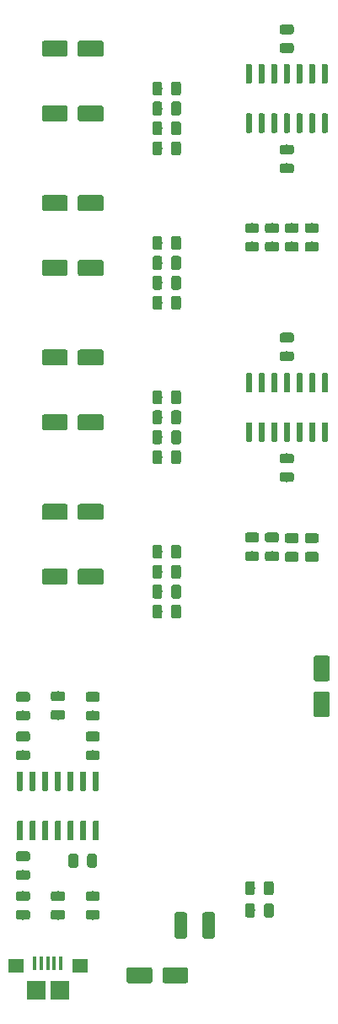
<source format=gbr>
G04 #@! TF.GenerationSoftware,KiCad,Pcbnew,(5.1.4-0-10_14)*
G04 #@! TF.CreationDate,2019-11-24T21:25:27+01:00*
G04 #@! TF.ProjectId,audio-mixer,61756469-6f2d-46d6-9978-65722e6b6963,rev?*
G04 #@! TF.SameCoordinates,Original*
G04 #@! TF.FileFunction,Paste,Top*
G04 #@! TF.FilePolarity,Positive*
%FSLAX46Y46*%
G04 Gerber Fmt 4.6, Leading zero omitted, Abs format (unit mm)*
G04 Created by KiCad (PCBNEW (5.1.4-0-10_14)) date 2019-11-24 21:25:27*
%MOMM*%
%LPD*%
G04 APERTURE LIST*
%ADD10C,0.100000*%
%ADD11C,0.975000*%
%ADD12C,1.250000*%
%ADD13C,1.600000*%
%ADD14C,0.600000*%
%ADD15R,1.900000X1.900000*%
%ADD16R,1.600000X1.400000*%
%ADD17R,0.400000X1.350000*%
G04 APERTURE END LIST*
D10*
G36*
X98480142Y-103451174D02*
G01*
X98503803Y-103454684D01*
X98527007Y-103460496D01*
X98549529Y-103468554D01*
X98571153Y-103478782D01*
X98591670Y-103491079D01*
X98610883Y-103505329D01*
X98628607Y-103521393D01*
X98644671Y-103539117D01*
X98658921Y-103558330D01*
X98671218Y-103578847D01*
X98681446Y-103600471D01*
X98689504Y-103622993D01*
X98695316Y-103646197D01*
X98698826Y-103669858D01*
X98700000Y-103693750D01*
X98700000Y-104181250D01*
X98698826Y-104205142D01*
X98695316Y-104228803D01*
X98689504Y-104252007D01*
X98681446Y-104274529D01*
X98671218Y-104296153D01*
X98658921Y-104316670D01*
X98644671Y-104335883D01*
X98628607Y-104353607D01*
X98610883Y-104369671D01*
X98591670Y-104383921D01*
X98571153Y-104396218D01*
X98549529Y-104406446D01*
X98527007Y-104414504D01*
X98503803Y-104420316D01*
X98480142Y-104423826D01*
X98456250Y-104425000D01*
X97543750Y-104425000D01*
X97519858Y-104423826D01*
X97496197Y-104420316D01*
X97472993Y-104414504D01*
X97450471Y-104406446D01*
X97428847Y-104396218D01*
X97408330Y-104383921D01*
X97389117Y-104369671D01*
X97371393Y-104353607D01*
X97355329Y-104335883D01*
X97341079Y-104316670D01*
X97328782Y-104296153D01*
X97318554Y-104274529D01*
X97310496Y-104252007D01*
X97304684Y-104228803D01*
X97301174Y-104205142D01*
X97300000Y-104181250D01*
X97300000Y-103693750D01*
X97301174Y-103669858D01*
X97304684Y-103646197D01*
X97310496Y-103622993D01*
X97318554Y-103600471D01*
X97328782Y-103578847D01*
X97341079Y-103558330D01*
X97355329Y-103539117D01*
X97371393Y-103521393D01*
X97389117Y-103505329D01*
X97408330Y-103491079D01*
X97428847Y-103478782D01*
X97450471Y-103468554D01*
X97472993Y-103460496D01*
X97496197Y-103454684D01*
X97519858Y-103451174D01*
X97543750Y-103450000D01*
X98456250Y-103450000D01*
X98480142Y-103451174D01*
X98480142Y-103451174D01*
G37*
D11*
X98000000Y-103937500D03*
D10*
G36*
X98480142Y-101576174D02*
G01*
X98503803Y-101579684D01*
X98527007Y-101585496D01*
X98549529Y-101593554D01*
X98571153Y-101603782D01*
X98591670Y-101616079D01*
X98610883Y-101630329D01*
X98628607Y-101646393D01*
X98644671Y-101664117D01*
X98658921Y-101683330D01*
X98671218Y-101703847D01*
X98681446Y-101725471D01*
X98689504Y-101747993D01*
X98695316Y-101771197D01*
X98698826Y-101794858D01*
X98700000Y-101818750D01*
X98700000Y-102306250D01*
X98698826Y-102330142D01*
X98695316Y-102353803D01*
X98689504Y-102377007D01*
X98681446Y-102399529D01*
X98671218Y-102421153D01*
X98658921Y-102441670D01*
X98644671Y-102460883D01*
X98628607Y-102478607D01*
X98610883Y-102494671D01*
X98591670Y-102508921D01*
X98571153Y-102521218D01*
X98549529Y-102531446D01*
X98527007Y-102539504D01*
X98503803Y-102545316D01*
X98480142Y-102548826D01*
X98456250Y-102550000D01*
X97543750Y-102550000D01*
X97519858Y-102548826D01*
X97496197Y-102545316D01*
X97472993Y-102539504D01*
X97450471Y-102531446D01*
X97428847Y-102521218D01*
X97408330Y-102508921D01*
X97389117Y-102494671D01*
X97371393Y-102478607D01*
X97355329Y-102460883D01*
X97341079Y-102441670D01*
X97328782Y-102421153D01*
X97318554Y-102399529D01*
X97310496Y-102377007D01*
X97304684Y-102353803D01*
X97301174Y-102330142D01*
X97300000Y-102306250D01*
X97300000Y-101818750D01*
X97301174Y-101794858D01*
X97304684Y-101771197D01*
X97310496Y-101747993D01*
X97318554Y-101725471D01*
X97328782Y-101703847D01*
X97341079Y-101683330D01*
X97355329Y-101664117D01*
X97371393Y-101646393D01*
X97389117Y-101630329D01*
X97408330Y-101616079D01*
X97428847Y-101603782D01*
X97450471Y-101593554D01*
X97472993Y-101585496D01*
X97496197Y-101579684D01*
X97519858Y-101576174D01*
X97543750Y-101575000D01*
X98456250Y-101575000D01*
X98480142Y-101576174D01*
X98480142Y-101576174D01*
G37*
D11*
X98000000Y-102062500D03*
D10*
G36*
X103330142Y-101801174D02*
G01*
X103353803Y-101804684D01*
X103377007Y-101810496D01*
X103399529Y-101818554D01*
X103421153Y-101828782D01*
X103441670Y-101841079D01*
X103460883Y-101855329D01*
X103478607Y-101871393D01*
X103494671Y-101889117D01*
X103508921Y-101908330D01*
X103521218Y-101928847D01*
X103531446Y-101950471D01*
X103539504Y-101972993D01*
X103545316Y-101996197D01*
X103548826Y-102019858D01*
X103550000Y-102043750D01*
X103550000Y-102956250D01*
X103548826Y-102980142D01*
X103545316Y-103003803D01*
X103539504Y-103027007D01*
X103531446Y-103049529D01*
X103521218Y-103071153D01*
X103508921Y-103091670D01*
X103494671Y-103110883D01*
X103478607Y-103128607D01*
X103460883Y-103144671D01*
X103441670Y-103158921D01*
X103421153Y-103171218D01*
X103399529Y-103181446D01*
X103377007Y-103189504D01*
X103353803Y-103195316D01*
X103330142Y-103198826D01*
X103306250Y-103200000D01*
X102818750Y-103200000D01*
X102794858Y-103198826D01*
X102771197Y-103195316D01*
X102747993Y-103189504D01*
X102725471Y-103181446D01*
X102703847Y-103171218D01*
X102683330Y-103158921D01*
X102664117Y-103144671D01*
X102646393Y-103128607D01*
X102630329Y-103110883D01*
X102616079Y-103091670D01*
X102603782Y-103071153D01*
X102593554Y-103049529D01*
X102585496Y-103027007D01*
X102579684Y-103003803D01*
X102576174Y-102980142D01*
X102575000Y-102956250D01*
X102575000Y-102043750D01*
X102576174Y-102019858D01*
X102579684Y-101996197D01*
X102585496Y-101972993D01*
X102593554Y-101950471D01*
X102603782Y-101928847D01*
X102616079Y-101908330D01*
X102630329Y-101889117D01*
X102646393Y-101871393D01*
X102664117Y-101855329D01*
X102683330Y-101841079D01*
X102703847Y-101828782D01*
X102725471Y-101818554D01*
X102747993Y-101810496D01*
X102771197Y-101804684D01*
X102794858Y-101801174D01*
X102818750Y-101800000D01*
X103306250Y-101800000D01*
X103330142Y-101801174D01*
X103330142Y-101801174D01*
G37*
D11*
X103062500Y-102500000D03*
D10*
G36*
X105205142Y-101801174D02*
G01*
X105228803Y-101804684D01*
X105252007Y-101810496D01*
X105274529Y-101818554D01*
X105296153Y-101828782D01*
X105316670Y-101841079D01*
X105335883Y-101855329D01*
X105353607Y-101871393D01*
X105369671Y-101889117D01*
X105383921Y-101908330D01*
X105396218Y-101928847D01*
X105406446Y-101950471D01*
X105414504Y-101972993D01*
X105420316Y-101996197D01*
X105423826Y-102019858D01*
X105425000Y-102043750D01*
X105425000Y-102956250D01*
X105423826Y-102980142D01*
X105420316Y-103003803D01*
X105414504Y-103027007D01*
X105406446Y-103049529D01*
X105396218Y-103071153D01*
X105383921Y-103091670D01*
X105369671Y-103110883D01*
X105353607Y-103128607D01*
X105335883Y-103144671D01*
X105316670Y-103158921D01*
X105296153Y-103171218D01*
X105274529Y-103181446D01*
X105252007Y-103189504D01*
X105228803Y-103195316D01*
X105205142Y-103198826D01*
X105181250Y-103200000D01*
X104693750Y-103200000D01*
X104669858Y-103198826D01*
X104646197Y-103195316D01*
X104622993Y-103189504D01*
X104600471Y-103181446D01*
X104578847Y-103171218D01*
X104558330Y-103158921D01*
X104539117Y-103144671D01*
X104521393Y-103128607D01*
X104505329Y-103110883D01*
X104491079Y-103091670D01*
X104478782Y-103071153D01*
X104468554Y-103049529D01*
X104460496Y-103027007D01*
X104454684Y-103003803D01*
X104451174Y-102980142D01*
X104450000Y-102956250D01*
X104450000Y-102043750D01*
X104451174Y-102019858D01*
X104454684Y-101996197D01*
X104460496Y-101972993D01*
X104468554Y-101950471D01*
X104478782Y-101928847D01*
X104491079Y-101908330D01*
X104505329Y-101889117D01*
X104521393Y-101871393D01*
X104539117Y-101855329D01*
X104558330Y-101841079D01*
X104578847Y-101828782D01*
X104600471Y-101818554D01*
X104622993Y-101810496D01*
X104646197Y-101804684D01*
X104669858Y-101801174D01*
X104693750Y-101800000D01*
X105181250Y-101800000D01*
X105205142Y-101801174D01*
X105205142Y-101801174D01*
G37*
D11*
X104937500Y-102500000D03*
D10*
G36*
X98480142Y-105576174D02*
G01*
X98503803Y-105579684D01*
X98527007Y-105585496D01*
X98549529Y-105593554D01*
X98571153Y-105603782D01*
X98591670Y-105616079D01*
X98610883Y-105630329D01*
X98628607Y-105646393D01*
X98644671Y-105664117D01*
X98658921Y-105683330D01*
X98671218Y-105703847D01*
X98681446Y-105725471D01*
X98689504Y-105747993D01*
X98695316Y-105771197D01*
X98698826Y-105794858D01*
X98700000Y-105818750D01*
X98700000Y-106306250D01*
X98698826Y-106330142D01*
X98695316Y-106353803D01*
X98689504Y-106377007D01*
X98681446Y-106399529D01*
X98671218Y-106421153D01*
X98658921Y-106441670D01*
X98644671Y-106460883D01*
X98628607Y-106478607D01*
X98610883Y-106494671D01*
X98591670Y-106508921D01*
X98571153Y-106521218D01*
X98549529Y-106531446D01*
X98527007Y-106539504D01*
X98503803Y-106545316D01*
X98480142Y-106548826D01*
X98456250Y-106550000D01*
X97543750Y-106550000D01*
X97519858Y-106548826D01*
X97496197Y-106545316D01*
X97472993Y-106539504D01*
X97450471Y-106531446D01*
X97428847Y-106521218D01*
X97408330Y-106508921D01*
X97389117Y-106494671D01*
X97371393Y-106478607D01*
X97355329Y-106460883D01*
X97341079Y-106441670D01*
X97328782Y-106421153D01*
X97318554Y-106399529D01*
X97310496Y-106377007D01*
X97304684Y-106353803D01*
X97301174Y-106330142D01*
X97300000Y-106306250D01*
X97300000Y-105818750D01*
X97301174Y-105794858D01*
X97304684Y-105771197D01*
X97310496Y-105747993D01*
X97318554Y-105725471D01*
X97328782Y-105703847D01*
X97341079Y-105683330D01*
X97355329Y-105664117D01*
X97371393Y-105646393D01*
X97389117Y-105630329D01*
X97408330Y-105616079D01*
X97428847Y-105603782D01*
X97450471Y-105593554D01*
X97472993Y-105585496D01*
X97496197Y-105579684D01*
X97519858Y-105576174D01*
X97543750Y-105575000D01*
X98456250Y-105575000D01*
X98480142Y-105576174D01*
X98480142Y-105576174D01*
G37*
D11*
X98000000Y-106062500D03*
D10*
G36*
X98480142Y-107451174D02*
G01*
X98503803Y-107454684D01*
X98527007Y-107460496D01*
X98549529Y-107468554D01*
X98571153Y-107478782D01*
X98591670Y-107491079D01*
X98610883Y-107505329D01*
X98628607Y-107521393D01*
X98644671Y-107539117D01*
X98658921Y-107558330D01*
X98671218Y-107578847D01*
X98681446Y-107600471D01*
X98689504Y-107622993D01*
X98695316Y-107646197D01*
X98698826Y-107669858D01*
X98700000Y-107693750D01*
X98700000Y-108181250D01*
X98698826Y-108205142D01*
X98695316Y-108228803D01*
X98689504Y-108252007D01*
X98681446Y-108274529D01*
X98671218Y-108296153D01*
X98658921Y-108316670D01*
X98644671Y-108335883D01*
X98628607Y-108353607D01*
X98610883Y-108369671D01*
X98591670Y-108383921D01*
X98571153Y-108396218D01*
X98549529Y-108406446D01*
X98527007Y-108414504D01*
X98503803Y-108420316D01*
X98480142Y-108423826D01*
X98456250Y-108425000D01*
X97543750Y-108425000D01*
X97519858Y-108423826D01*
X97496197Y-108420316D01*
X97472993Y-108414504D01*
X97450471Y-108406446D01*
X97428847Y-108396218D01*
X97408330Y-108383921D01*
X97389117Y-108369671D01*
X97371393Y-108353607D01*
X97355329Y-108335883D01*
X97341079Y-108316670D01*
X97328782Y-108296153D01*
X97318554Y-108274529D01*
X97310496Y-108252007D01*
X97304684Y-108228803D01*
X97301174Y-108205142D01*
X97300000Y-108181250D01*
X97300000Y-107693750D01*
X97301174Y-107669858D01*
X97304684Y-107646197D01*
X97310496Y-107622993D01*
X97318554Y-107600471D01*
X97328782Y-107578847D01*
X97341079Y-107558330D01*
X97355329Y-107539117D01*
X97371393Y-107521393D01*
X97389117Y-107505329D01*
X97408330Y-107491079D01*
X97428847Y-107478782D01*
X97450471Y-107468554D01*
X97472993Y-107460496D01*
X97496197Y-107454684D01*
X97519858Y-107451174D01*
X97543750Y-107450000D01*
X98456250Y-107450000D01*
X98480142Y-107451174D01*
X98480142Y-107451174D01*
G37*
D11*
X98000000Y-107937500D03*
D10*
G36*
X105480142Y-105576174D02*
G01*
X105503803Y-105579684D01*
X105527007Y-105585496D01*
X105549529Y-105593554D01*
X105571153Y-105603782D01*
X105591670Y-105616079D01*
X105610883Y-105630329D01*
X105628607Y-105646393D01*
X105644671Y-105664117D01*
X105658921Y-105683330D01*
X105671218Y-105703847D01*
X105681446Y-105725471D01*
X105689504Y-105747993D01*
X105695316Y-105771197D01*
X105698826Y-105794858D01*
X105700000Y-105818750D01*
X105700000Y-106306250D01*
X105698826Y-106330142D01*
X105695316Y-106353803D01*
X105689504Y-106377007D01*
X105681446Y-106399529D01*
X105671218Y-106421153D01*
X105658921Y-106441670D01*
X105644671Y-106460883D01*
X105628607Y-106478607D01*
X105610883Y-106494671D01*
X105591670Y-106508921D01*
X105571153Y-106521218D01*
X105549529Y-106531446D01*
X105527007Y-106539504D01*
X105503803Y-106545316D01*
X105480142Y-106548826D01*
X105456250Y-106550000D01*
X104543750Y-106550000D01*
X104519858Y-106548826D01*
X104496197Y-106545316D01*
X104472993Y-106539504D01*
X104450471Y-106531446D01*
X104428847Y-106521218D01*
X104408330Y-106508921D01*
X104389117Y-106494671D01*
X104371393Y-106478607D01*
X104355329Y-106460883D01*
X104341079Y-106441670D01*
X104328782Y-106421153D01*
X104318554Y-106399529D01*
X104310496Y-106377007D01*
X104304684Y-106353803D01*
X104301174Y-106330142D01*
X104300000Y-106306250D01*
X104300000Y-105818750D01*
X104301174Y-105794858D01*
X104304684Y-105771197D01*
X104310496Y-105747993D01*
X104318554Y-105725471D01*
X104328782Y-105703847D01*
X104341079Y-105683330D01*
X104355329Y-105664117D01*
X104371393Y-105646393D01*
X104389117Y-105630329D01*
X104408330Y-105616079D01*
X104428847Y-105603782D01*
X104450471Y-105593554D01*
X104472993Y-105585496D01*
X104496197Y-105579684D01*
X104519858Y-105576174D01*
X104543750Y-105575000D01*
X105456250Y-105575000D01*
X105480142Y-105576174D01*
X105480142Y-105576174D01*
G37*
D11*
X105000000Y-106062500D03*
D10*
G36*
X105480142Y-107451174D02*
G01*
X105503803Y-107454684D01*
X105527007Y-107460496D01*
X105549529Y-107468554D01*
X105571153Y-107478782D01*
X105591670Y-107491079D01*
X105610883Y-107505329D01*
X105628607Y-107521393D01*
X105644671Y-107539117D01*
X105658921Y-107558330D01*
X105671218Y-107578847D01*
X105681446Y-107600471D01*
X105689504Y-107622993D01*
X105695316Y-107646197D01*
X105698826Y-107669858D01*
X105700000Y-107693750D01*
X105700000Y-108181250D01*
X105698826Y-108205142D01*
X105695316Y-108228803D01*
X105689504Y-108252007D01*
X105681446Y-108274529D01*
X105671218Y-108296153D01*
X105658921Y-108316670D01*
X105644671Y-108335883D01*
X105628607Y-108353607D01*
X105610883Y-108369671D01*
X105591670Y-108383921D01*
X105571153Y-108396218D01*
X105549529Y-108406446D01*
X105527007Y-108414504D01*
X105503803Y-108420316D01*
X105480142Y-108423826D01*
X105456250Y-108425000D01*
X104543750Y-108425000D01*
X104519858Y-108423826D01*
X104496197Y-108420316D01*
X104472993Y-108414504D01*
X104450471Y-108406446D01*
X104428847Y-108396218D01*
X104408330Y-108383921D01*
X104389117Y-108369671D01*
X104371393Y-108353607D01*
X104355329Y-108335883D01*
X104341079Y-108316670D01*
X104328782Y-108296153D01*
X104318554Y-108274529D01*
X104310496Y-108252007D01*
X104304684Y-108228803D01*
X104301174Y-108205142D01*
X104300000Y-108181250D01*
X104300000Y-107693750D01*
X104301174Y-107669858D01*
X104304684Y-107646197D01*
X104310496Y-107622993D01*
X104318554Y-107600471D01*
X104328782Y-107578847D01*
X104341079Y-107558330D01*
X104355329Y-107539117D01*
X104371393Y-107521393D01*
X104389117Y-107505329D01*
X104408330Y-107491079D01*
X104428847Y-107478782D01*
X104450471Y-107468554D01*
X104472993Y-107460496D01*
X104496197Y-107454684D01*
X104519858Y-107451174D01*
X104543750Y-107450000D01*
X105456250Y-107450000D01*
X105480142Y-107451174D01*
X105480142Y-107451174D01*
G37*
D11*
X105000000Y-107937500D03*
D10*
G36*
X105480142Y-89551174D02*
G01*
X105503803Y-89554684D01*
X105527007Y-89560496D01*
X105549529Y-89568554D01*
X105571153Y-89578782D01*
X105591670Y-89591079D01*
X105610883Y-89605329D01*
X105628607Y-89621393D01*
X105644671Y-89639117D01*
X105658921Y-89658330D01*
X105671218Y-89678847D01*
X105681446Y-89700471D01*
X105689504Y-89722993D01*
X105695316Y-89746197D01*
X105698826Y-89769858D01*
X105700000Y-89793750D01*
X105700000Y-90281250D01*
X105698826Y-90305142D01*
X105695316Y-90328803D01*
X105689504Y-90352007D01*
X105681446Y-90374529D01*
X105671218Y-90396153D01*
X105658921Y-90416670D01*
X105644671Y-90435883D01*
X105628607Y-90453607D01*
X105610883Y-90469671D01*
X105591670Y-90483921D01*
X105571153Y-90496218D01*
X105549529Y-90506446D01*
X105527007Y-90514504D01*
X105503803Y-90520316D01*
X105480142Y-90523826D01*
X105456250Y-90525000D01*
X104543750Y-90525000D01*
X104519858Y-90523826D01*
X104496197Y-90520316D01*
X104472993Y-90514504D01*
X104450471Y-90506446D01*
X104428847Y-90496218D01*
X104408330Y-90483921D01*
X104389117Y-90469671D01*
X104371393Y-90453607D01*
X104355329Y-90435883D01*
X104341079Y-90416670D01*
X104328782Y-90396153D01*
X104318554Y-90374529D01*
X104310496Y-90352007D01*
X104304684Y-90328803D01*
X104301174Y-90305142D01*
X104300000Y-90281250D01*
X104300000Y-89793750D01*
X104301174Y-89769858D01*
X104304684Y-89746197D01*
X104310496Y-89722993D01*
X104318554Y-89700471D01*
X104328782Y-89678847D01*
X104341079Y-89658330D01*
X104355329Y-89639117D01*
X104371393Y-89621393D01*
X104389117Y-89605329D01*
X104408330Y-89591079D01*
X104428847Y-89578782D01*
X104450471Y-89568554D01*
X104472993Y-89560496D01*
X104496197Y-89554684D01*
X104519858Y-89551174D01*
X104543750Y-89550000D01*
X105456250Y-89550000D01*
X105480142Y-89551174D01*
X105480142Y-89551174D01*
G37*
D11*
X105000000Y-90037500D03*
D10*
G36*
X105480142Y-91426174D02*
G01*
X105503803Y-91429684D01*
X105527007Y-91435496D01*
X105549529Y-91443554D01*
X105571153Y-91453782D01*
X105591670Y-91466079D01*
X105610883Y-91480329D01*
X105628607Y-91496393D01*
X105644671Y-91514117D01*
X105658921Y-91533330D01*
X105671218Y-91553847D01*
X105681446Y-91575471D01*
X105689504Y-91597993D01*
X105695316Y-91621197D01*
X105698826Y-91644858D01*
X105700000Y-91668750D01*
X105700000Y-92156250D01*
X105698826Y-92180142D01*
X105695316Y-92203803D01*
X105689504Y-92227007D01*
X105681446Y-92249529D01*
X105671218Y-92271153D01*
X105658921Y-92291670D01*
X105644671Y-92310883D01*
X105628607Y-92328607D01*
X105610883Y-92344671D01*
X105591670Y-92358921D01*
X105571153Y-92371218D01*
X105549529Y-92381446D01*
X105527007Y-92389504D01*
X105503803Y-92395316D01*
X105480142Y-92398826D01*
X105456250Y-92400000D01*
X104543750Y-92400000D01*
X104519858Y-92398826D01*
X104496197Y-92395316D01*
X104472993Y-92389504D01*
X104450471Y-92381446D01*
X104428847Y-92371218D01*
X104408330Y-92358921D01*
X104389117Y-92344671D01*
X104371393Y-92328607D01*
X104355329Y-92310883D01*
X104341079Y-92291670D01*
X104328782Y-92271153D01*
X104318554Y-92249529D01*
X104310496Y-92227007D01*
X104304684Y-92203803D01*
X104301174Y-92180142D01*
X104300000Y-92156250D01*
X104300000Y-91668750D01*
X104301174Y-91644858D01*
X104304684Y-91621197D01*
X104310496Y-91597993D01*
X104318554Y-91575471D01*
X104328782Y-91553847D01*
X104341079Y-91533330D01*
X104355329Y-91514117D01*
X104371393Y-91496393D01*
X104389117Y-91480329D01*
X104408330Y-91466079D01*
X104428847Y-91453782D01*
X104450471Y-91443554D01*
X104472993Y-91435496D01*
X104496197Y-91429684D01*
X104519858Y-91426174D01*
X104543750Y-91425000D01*
X105456250Y-91425000D01*
X105480142Y-91426174D01*
X105480142Y-91426174D01*
G37*
D11*
X105000000Y-91912500D03*
D10*
G36*
X98480142Y-89551174D02*
G01*
X98503803Y-89554684D01*
X98527007Y-89560496D01*
X98549529Y-89568554D01*
X98571153Y-89578782D01*
X98591670Y-89591079D01*
X98610883Y-89605329D01*
X98628607Y-89621393D01*
X98644671Y-89639117D01*
X98658921Y-89658330D01*
X98671218Y-89678847D01*
X98681446Y-89700471D01*
X98689504Y-89722993D01*
X98695316Y-89746197D01*
X98698826Y-89769858D01*
X98700000Y-89793750D01*
X98700000Y-90281250D01*
X98698826Y-90305142D01*
X98695316Y-90328803D01*
X98689504Y-90352007D01*
X98681446Y-90374529D01*
X98671218Y-90396153D01*
X98658921Y-90416670D01*
X98644671Y-90435883D01*
X98628607Y-90453607D01*
X98610883Y-90469671D01*
X98591670Y-90483921D01*
X98571153Y-90496218D01*
X98549529Y-90506446D01*
X98527007Y-90514504D01*
X98503803Y-90520316D01*
X98480142Y-90523826D01*
X98456250Y-90525000D01*
X97543750Y-90525000D01*
X97519858Y-90523826D01*
X97496197Y-90520316D01*
X97472993Y-90514504D01*
X97450471Y-90506446D01*
X97428847Y-90496218D01*
X97408330Y-90483921D01*
X97389117Y-90469671D01*
X97371393Y-90453607D01*
X97355329Y-90435883D01*
X97341079Y-90416670D01*
X97328782Y-90396153D01*
X97318554Y-90374529D01*
X97310496Y-90352007D01*
X97304684Y-90328803D01*
X97301174Y-90305142D01*
X97300000Y-90281250D01*
X97300000Y-89793750D01*
X97301174Y-89769858D01*
X97304684Y-89746197D01*
X97310496Y-89722993D01*
X97318554Y-89700471D01*
X97328782Y-89678847D01*
X97341079Y-89658330D01*
X97355329Y-89639117D01*
X97371393Y-89621393D01*
X97389117Y-89605329D01*
X97408330Y-89591079D01*
X97428847Y-89578782D01*
X97450471Y-89568554D01*
X97472993Y-89560496D01*
X97496197Y-89554684D01*
X97519858Y-89551174D01*
X97543750Y-89550000D01*
X98456250Y-89550000D01*
X98480142Y-89551174D01*
X98480142Y-89551174D01*
G37*
D11*
X98000000Y-90037500D03*
D10*
G36*
X98480142Y-91426174D02*
G01*
X98503803Y-91429684D01*
X98527007Y-91435496D01*
X98549529Y-91443554D01*
X98571153Y-91453782D01*
X98591670Y-91466079D01*
X98610883Y-91480329D01*
X98628607Y-91496393D01*
X98644671Y-91514117D01*
X98658921Y-91533330D01*
X98671218Y-91553847D01*
X98681446Y-91575471D01*
X98689504Y-91597993D01*
X98695316Y-91621197D01*
X98698826Y-91644858D01*
X98700000Y-91668750D01*
X98700000Y-92156250D01*
X98698826Y-92180142D01*
X98695316Y-92203803D01*
X98689504Y-92227007D01*
X98681446Y-92249529D01*
X98671218Y-92271153D01*
X98658921Y-92291670D01*
X98644671Y-92310883D01*
X98628607Y-92328607D01*
X98610883Y-92344671D01*
X98591670Y-92358921D01*
X98571153Y-92371218D01*
X98549529Y-92381446D01*
X98527007Y-92389504D01*
X98503803Y-92395316D01*
X98480142Y-92398826D01*
X98456250Y-92400000D01*
X97543750Y-92400000D01*
X97519858Y-92398826D01*
X97496197Y-92395316D01*
X97472993Y-92389504D01*
X97450471Y-92381446D01*
X97428847Y-92371218D01*
X97408330Y-92358921D01*
X97389117Y-92344671D01*
X97371393Y-92328607D01*
X97355329Y-92310883D01*
X97341079Y-92291670D01*
X97328782Y-92271153D01*
X97318554Y-92249529D01*
X97310496Y-92227007D01*
X97304684Y-92203803D01*
X97301174Y-92180142D01*
X97300000Y-92156250D01*
X97300000Y-91668750D01*
X97301174Y-91644858D01*
X97304684Y-91621197D01*
X97310496Y-91597993D01*
X97318554Y-91575471D01*
X97328782Y-91553847D01*
X97341079Y-91533330D01*
X97355329Y-91514117D01*
X97371393Y-91496393D01*
X97389117Y-91480329D01*
X97408330Y-91466079D01*
X97428847Y-91453782D01*
X97450471Y-91443554D01*
X97472993Y-91435496D01*
X97496197Y-91429684D01*
X97519858Y-91426174D01*
X97543750Y-91425000D01*
X98456250Y-91425000D01*
X98480142Y-91426174D01*
X98480142Y-91426174D01*
G37*
D11*
X98000000Y-91912500D03*
D10*
G36*
X105480142Y-87451174D02*
G01*
X105503803Y-87454684D01*
X105527007Y-87460496D01*
X105549529Y-87468554D01*
X105571153Y-87478782D01*
X105591670Y-87491079D01*
X105610883Y-87505329D01*
X105628607Y-87521393D01*
X105644671Y-87539117D01*
X105658921Y-87558330D01*
X105671218Y-87578847D01*
X105681446Y-87600471D01*
X105689504Y-87622993D01*
X105695316Y-87646197D01*
X105698826Y-87669858D01*
X105700000Y-87693750D01*
X105700000Y-88181250D01*
X105698826Y-88205142D01*
X105695316Y-88228803D01*
X105689504Y-88252007D01*
X105681446Y-88274529D01*
X105671218Y-88296153D01*
X105658921Y-88316670D01*
X105644671Y-88335883D01*
X105628607Y-88353607D01*
X105610883Y-88369671D01*
X105591670Y-88383921D01*
X105571153Y-88396218D01*
X105549529Y-88406446D01*
X105527007Y-88414504D01*
X105503803Y-88420316D01*
X105480142Y-88423826D01*
X105456250Y-88425000D01*
X104543750Y-88425000D01*
X104519858Y-88423826D01*
X104496197Y-88420316D01*
X104472993Y-88414504D01*
X104450471Y-88406446D01*
X104428847Y-88396218D01*
X104408330Y-88383921D01*
X104389117Y-88369671D01*
X104371393Y-88353607D01*
X104355329Y-88335883D01*
X104341079Y-88316670D01*
X104328782Y-88296153D01*
X104318554Y-88274529D01*
X104310496Y-88252007D01*
X104304684Y-88228803D01*
X104301174Y-88205142D01*
X104300000Y-88181250D01*
X104300000Y-87693750D01*
X104301174Y-87669858D01*
X104304684Y-87646197D01*
X104310496Y-87622993D01*
X104318554Y-87600471D01*
X104328782Y-87578847D01*
X104341079Y-87558330D01*
X104355329Y-87539117D01*
X104371393Y-87521393D01*
X104389117Y-87505329D01*
X104408330Y-87491079D01*
X104428847Y-87478782D01*
X104450471Y-87468554D01*
X104472993Y-87460496D01*
X104496197Y-87454684D01*
X104519858Y-87451174D01*
X104543750Y-87450000D01*
X105456250Y-87450000D01*
X105480142Y-87451174D01*
X105480142Y-87451174D01*
G37*
D11*
X105000000Y-87937500D03*
D10*
G36*
X105480142Y-85576174D02*
G01*
X105503803Y-85579684D01*
X105527007Y-85585496D01*
X105549529Y-85593554D01*
X105571153Y-85603782D01*
X105591670Y-85616079D01*
X105610883Y-85630329D01*
X105628607Y-85646393D01*
X105644671Y-85664117D01*
X105658921Y-85683330D01*
X105671218Y-85703847D01*
X105681446Y-85725471D01*
X105689504Y-85747993D01*
X105695316Y-85771197D01*
X105698826Y-85794858D01*
X105700000Y-85818750D01*
X105700000Y-86306250D01*
X105698826Y-86330142D01*
X105695316Y-86353803D01*
X105689504Y-86377007D01*
X105681446Y-86399529D01*
X105671218Y-86421153D01*
X105658921Y-86441670D01*
X105644671Y-86460883D01*
X105628607Y-86478607D01*
X105610883Y-86494671D01*
X105591670Y-86508921D01*
X105571153Y-86521218D01*
X105549529Y-86531446D01*
X105527007Y-86539504D01*
X105503803Y-86545316D01*
X105480142Y-86548826D01*
X105456250Y-86550000D01*
X104543750Y-86550000D01*
X104519858Y-86548826D01*
X104496197Y-86545316D01*
X104472993Y-86539504D01*
X104450471Y-86531446D01*
X104428847Y-86521218D01*
X104408330Y-86508921D01*
X104389117Y-86494671D01*
X104371393Y-86478607D01*
X104355329Y-86460883D01*
X104341079Y-86441670D01*
X104328782Y-86421153D01*
X104318554Y-86399529D01*
X104310496Y-86377007D01*
X104304684Y-86353803D01*
X104301174Y-86330142D01*
X104300000Y-86306250D01*
X104300000Y-85818750D01*
X104301174Y-85794858D01*
X104304684Y-85771197D01*
X104310496Y-85747993D01*
X104318554Y-85725471D01*
X104328782Y-85703847D01*
X104341079Y-85683330D01*
X104355329Y-85664117D01*
X104371393Y-85646393D01*
X104389117Y-85630329D01*
X104408330Y-85616079D01*
X104428847Y-85603782D01*
X104450471Y-85593554D01*
X104472993Y-85585496D01*
X104496197Y-85579684D01*
X104519858Y-85576174D01*
X104543750Y-85575000D01*
X105456250Y-85575000D01*
X105480142Y-85576174D01*
X105480142Y-85576174D01*
G37*
D11*
X105000000Y-86062500D03*
D10*
G36*
X98480142Y-87451174D02*
G01*
X98503803Y-87454684D01*
X98527007Y-87460496D01*
X98549529Y-87468554D01*
X98571153Y-87478782D01*
X98591670Y-87491079D01*
X98610883Y-87505329D01*
X98628607Y-87521393D01*
X98644671Y-87539117D01*
X98658921Y-87558330D01*
X98671218Y-87578847D01*
X98681446Y-87600471D01*
X98689504Y-87622993D01*
X98695316Y-87646197D01*
X98698826Y-87669858D01*
X98700000Y-87693750D01*
X98700000Y-88181250D01*
X98698826Y-88205142D01*
X98695316Y-88228803D01*
X98689504Y-88252007D01*
X98681446Y-88274529D01*
X98671218Y-88296153D01*
X98658921Y-88316670D01*
X98644671Y-88335883D01*
X98628607Y-88353607D01*
X98610883Y-88369671D01*
X98591670Y-88383921D01*
X98571153Y-88396218D01*
X98549529Y-88406446D01*
X98527007Y-88414504D01*
X98503803Y-88420316D01*
X98480142Y-88423826D01*
X98456250Y-88425000D01*
X97543750Y-88425000D01*
X97519858Y-88423826D01*
X97496197Y-88420316D01*
X97472993Y-88414504D01*
X97450471Y-88406446D01*
X97428847Y-88396218D01*
X97408330Y-88383921D01*
X97389117Y-88369671D01*
X97371393Y-88353607D01*
X97355329Y-88335883D01*
X97341079Y-88316670D01*
X97328782Y-88296153D01*
X97318554Y-88274529D01*
X97310496Y-88252007D01*
X97304684Y-88228803D01*
X97301174Y-88205142D01*
X97300000Y-88181250D01*
X97300000Y-87693750D01*
X97301174Y-87669858D01*
X97304684Y-87646197D01*
X97310496Y-87622993D01*
X97318554Y-87600471D01*
X97328782Y-87578847D01*
X97341079Y-87558330D01*
X97355329Y-87539117D01*
X97371393Y-87521393D01*
X97389117Y-87505329D01*
X97408330Y-87491079D01*
X97428847Y-87478782D01*
X97450471Y-87468554D01*
X97472993Y-87460496D01*
X97496197Y-87454684D01*
X97519858Y-87451174D01*
X97543750Y-87450000D01*
X98456250Y-87450000D01*
X98480142Y-87451174D01*
X98480142Y-87451174D01*
G37*
D11*
X98000000Y-87937500D03*
D10*
G36*
X98480142Y-85576174D02*
G01*
X98503803Y-85579684D01*
X98527007Y-85585496D01*
X98549529Y-85593554D01*
X98571153Y-85603782D01*
X98591670Y-85616079D01*
X98610883Y-85630329D01*
X98628607Y-85646393D01*
X98644671Y-85664117D01*
X98658921Y-85683330D01*
X98671218Y-85703847D01*
X98681446Y-85725471D01*
X98689504Y-85747993D01*
X98695316Y-85771197D01*
X98698826Y-85794858D01*
X98700000Y-85818750D01*
X98700000Y-86306250D01*
X98698826Y-86330142D01*
X98695316Y-86353803D01*
X98689504Y-86377007D01*
X98681446Y-86399529D01*
X98671218Y-86421153D01*
X98658921Y-86441670D01*
X98644671Y-86460883D01*
X98628607Y-86478607D01*
X98610883Y-86494671D01*
X98591670Y-86508921D01*
X98571153Y-86521218D01*
X98549529Y-86531446D01*
X98527007Y-86539504D01*
X98503803Y-86545316D01*
X98480142Y-86548826D01*
X98456250Y-86550000D01*
X97543750Y-86550000D01*
X97519858Y-86548826D01*
X97496197Y-86545316D01*
X97472993Y-86539504D01*
X97450471Y-86531446D01*
X97428847Y-86521218D01*
X97408330Y-86508921D01*
X97389117Y-86494671D01*
X97371393Y-86478607D01*
X97355329Y-86460883D01*
X97341079Y-86441670D01*
X97328782Y-86421153D01*
X97318554Y-86399529D01*
X97310496Y-86377007D01*
X97304684Y-86353803D01*
X97301174Y-86330142D01*
X97300000Y-86306250D01*
X97300000Y-85818750D01*
X97301174Y-85794858D01*
X97304684Y-85771197D01*
X97310496Y-85747993D01*
X97318554Y-85725471D01*
X97328782Y-85703847D01*
X97341079Y-85683330D01*
X97355329Y-85664117D01*
X97371393Y-85646393D01*
X97389117Y-85630329D01*
X97408330Y-85616079D01*
X97428847Y-85603782D01*
X97450471Y-85593554D01*
X97472993Y-85585496D01*
X97496197Y-85579684D01*
X97519858Y-85576174D01*
X97543750Y-85575000D01*
X98456250Y-85575000D01*
X98480142Y-85576174D01*
X98480142Y-85576174D01*
G37*
D11*
X98000000Y-86062500D03*
D10*
G36*
X117049504Y-107676204D02*
G01*
X117073773Y-107679804D01*
X117097571Y-107685765D01*
X117120671Y-107694030D01*
X117142849Y-107704520D01*
X117163893Y-107717133D01*
X117183598Y-107731747D01*
X117201777Y-107748223D01*
X117218253Y-107766402D01*
X117232867Y-107786107D01*
X117245480Y-107807151D01*
X117255970Y-107829329D01*
X117264235Y-107852429D01*
X117270196Y-107876227D01*
X117273796Y-107900496D01*
X117275000Y-107925000D01*
X117275000Y-110075000D01*
X117273796Y-110099504D01*
X117270196Y-110123773D01*
X117264235Y-110147571D01*
X117255970Y-110170671D01*
X117245480Y-110192849D01*
X117232867Y-110213893D01*
X117218253Y-110233598D01*
X117201777Y-110251777D01*
X117183598Y-110268253D01*
X117163893Y-110282867D01*
X117142849Y-110295480D01*
X117120671Y-110305970D01*
X117097571Y-110314235D01*
X117073773Y-110320196D01*
X117049504Y-110323796D01*
X117025000Y-110325000D01*
X116275000Y-110325000D01*
X116250496Y-110323796D01*
X116226227Y-110320196D01*
X116202429Y-110314235D01*
X116179329Y-110305970D01*
X116157151Y-110295480D01*
X116136107Y-110282867D01*
X116116402Y-110268253D01*
X116098223Y-110251777D01*
X116081747Y-110233598D01*
X116067133Y-110213893D01*
X116054520Y-110192849D01*
X116044030Y-110170671D01*
X116035765Y-110147571D01*
X116029804Y-110123773D01*
X116026204Y-110099504D01*
X116025000Y-110075000D01*
X116025000Y-107925000D01*
X116026204Y-107900496D01*
X116029804Y-107876227D01*
X116035765Y-107852429D01*
X116044030Y-107829329D01*
X116054520Y-107807151D01*
X116067133Y-107786107D01*
X116081747Y-107766402D01*
X116098223Y-107748223D01*
X116116402Y-107731747D01*
X116136107Y-107717133D01*
X116157151Y-107704520D01*
X116179329Y-107694030D01*
X116202429Y-107685765D01*
X116226227Y-107679804D01*
X116250496Y-107676204D01*
X116275000Y-107675000D01*
X117025000Y-107675000D01*
X117049504Y-107676204D01*
X117049504Y-107676204D01*
G37*
D12*
X116650000Y-109000000D03*
D10*
G36*
X114249504Y-107676204D02*
G01*
X114273773Y-107679804D01*
X114297571Y-107685765D01*
X114320671Y-107694030D01*
X114342849Y-107704520D01*
X114363893Y-107717133D01*
X114383598Y-107731747D01*
X114401777Y-107748223D01*
X114418253Y-107766402D01*
X114432867Y-107786107D01*
X114445480Y-107807151D01*
X114455970Y-107829329D01*
X114464235Y-107852429D01*
X114470196Y-107876227D01*
X114473796Y-107900496D01*
X114475000Y-107925000D01*
X114475000Y-110075000D01*
X114473796Y-110099504D01*
X114470196Y-110123773D01*
X114464235Y-110147571D01*
X114455970Y-110170671D01*
X114445480Y-110192849D01*
X114432867Y-110213893D01*
X114418253Y-110233598D01*
X114401777Y-110251777D01*
X114383598Y-110268253D01*
X114363893Y-110282867D01*
X114342849Y-110295480D01*
X114320671Y-110305970D01*
X114297571Y-110314235D01*
X114273773Y-110320196D01*
X114249504Y-110323796D01*
X114225000Y-110325000D01*
X113475000Y-110325000D01*
X113450496Y-110323796D01*
X113426227Y-110320196D01*
X113402429Y-110314235D01*
X113379329Y-110305970D01*
X113357151Y-110295480D01*
X113336107Y-110282867D01*
X113316402Y-110268253D01*
X113298223Y-110251777D01*
X113281747Y-110233598D01*
X113267133Y-110213893D01*
X113254520Y-110192849D01*
X113244030Y-110170671D01*
X113235765Y-110147571D01*
X113229804Y-110123773D01*
X113226204Y-110099504D01*
X113225000Y-110075000D01*
X113225000Y-107925000D01*
X113226204Y-107900496D01*
X113229804Y-107876227D01*
X113235765Y-107852429D01*
X113244030Y-107829329D01*
X113254520Y-107807151D01*
X113267133Y-107786107D01*
X113281747Y-107766402D01*
X113298223Y-107748223D01*
X113316402Y-107731747D01*
X113336107Y-107717133D01*
X113357151Y-107704520D01*
X113379329Y-107694030D01*
X113402429Y-107685765D01*
X113426227Y-107679804D01*
X113450496Y-107676204D01*
X113475000Y-107675000D01*
X114225000Y-107675000D01*
X114249504Y-107676204D01*
X114249504Y-107676204D01*
G37*
D12*
X113850000Y-109000000D03*
D10*
G36*
X105874504Y-66701204D02*
G01*
X105898773Y-66704804D01*
X105922571Y-66710765D01*
X105945671Y-66719030D01*
X105967849Y-66729520D01*
X105988893Y-66742133D01*
X106008598Y-66756747D01*
X106026777Y-66773223D01*
X106043253Y-66791402D01*
X106057867Y-66811107D01*
X106070480Y-66832151D01*
X106080970Y-66854329D01*
X106089235Y-66877429D01*
X106095196Y-66901227D01*
X106098796Y-66925496D01*
X106100000Y-66950000D01*
X106100000Y-68050000D01*
X106098796Y-68074504D01*
X106095196Y-68098773D01*
X106089235Y-68122571D01*
X106080970Y-68145671D01*
X106070480Y-68167849D01*
X106057867Y-68188893D01*
X106043253Y-68208598D01*
X106026777Y-68226777D01*
X106008598Y-68243253D01*
X105988893Y-68257867D01*
X105967849Y-68270480D01*
X105945671Y-68280970D01*
X105922571Y-68289235D01*
X105898773Y-68295196D01*
X105874504Y-68298796D01*
X105850000Y-68300000D01*
X103750000Y-68300000D01*
X103725496Y-68298796D01*
X103701227Y-68295196D01*
X103677429Y-68289235D01*
X103654329Y-68280970D01*
X103632151Y-68270480D01*
X103611107Y-68257867D01*
X103591402Y-68243253D01*
X103573223Y-68226777D01*
X103556747Y-68208598D01*
X103542133Y-68188893D01*
X103529520Y-68167849D01*
X103519030Y-68145671D01*
X103510765Y-68122571D01*
X103504804Y-68098773D01*
X103501204Y-68074504D01*
X103500000Y-68050000D01*
X103500000Y-66950000D01*
X103501204Y-66925496D01*
X103504804Y-66901227D01*
X103510765Y-66877429D01*
X103519030Y-66854329D01*
X103529520Y-66832151D01*
X103542133Y-66811107D01*
X103556747Y-66791402D01*
X103573223Y-66773223D01*
X103591402Y-66756747D01*
X103611107Y-66742133D01*
X103632151Y-66729520D01*
X103654329Y-66719030D01*
X103677429Y-66710765D01*
X103701227Y-66704804D01*
X103725496Y-66701204D01*
X103750000Y-66700000D01*
X105850000Y-66700000D01*
X105874504Y-66701204D01*
X105874504Y-66701204D01*
G37*
D13*
X104800000Y-67500000D03*
D10*
G36*
X102274504Y-66701204D02*
G01*
X102298773Y-66704804D01*
X102322571Y-66710765D01*
X102345671Y-66719030D01*
X102367849Y-66729520D01*
X102388893Y-66742133D01*
X102408598Y-66756747D01*
X102426777Y-66773223D01*
X102443253Y-66791402D01*
X102457867Y-66811107D01*
X102470480Y-66832151D01*
X102480970Y-66854329D01*
X102489235Y-66877429D01*
X102495196Y-66901227D01*
X102498796Y-66925496D01*
X102500000Y-66950000D01*
X102500000Y-68050000D01*
X102498796Y-68074504D01*
X102495196Y-68098773D01*
X102489235Y-68122571D01*
X102480970Y-68145671D01*
X102470480Y-68167849D01*
X102457867Y-68188893D01*
X102443253Y-68208598D01*
X102426777Y-68226777D01*
X102408598Y-68243253D01*
X102388893Y-68257867D01*
X102367849Y-68270480D01*
X102345671Y-68280970D01*
X102322571Y-68289235D01*
X102298773Y-68295196D01*
X102274504Y-68298796D01*
X102250000Y-68300000D01*
X100150000Y-68300000D01*
X100125496Y-68298796D01*
X100101227Y-68295196D01*
X100077429Y-68289235D01*
X100054329Y-68280970D01*
X100032151Y-68270480D01*
X100011107Y-68257867D01*
X99991402Y-68243253D01*
X99973223Y-68226777D01*
X99956747Y-68208598D01*
X99942133Y-68188893D01*
X99929520Y-68167849D01*
X99919030Y-68145671D01*
X99910765Y-68122571D01*
X99904804Y-68098773D01*
X99901204Y-68074504D01*
X99900000Y-68050000D01*
X99900000Y-66950000D01*
X99901204Y-66925496D01*
X99904804Y-66901227D01*
X99910765Y-66877429D01*
X99919030Y-66854329D01*
X99929520Y-66832151D01*
X99942133Y-66811107D01*
X99956747Y-66791402D01*
X99973223Y-66773223D01*
X99991402Y-66756747D01*
X100011107Y-66742133D01*
X100032151Y-66729520D01*
X100054329Y-66719030D01*
X100077429Y-66710765D01*
X100101227Y-66704804D01*
X100125496Y-66701204D01*
X100150000Y-66700000D01*
X102250000Y-66700000D01*
X102274504Y-66701204D01*
X102274504Y-66701204D01*
G37*
D13*
X101200000Y-67500000D03*
D10*
G36*
X105874504Y-73201204D02*
G01*
X105898773Y-73204804D01*
X105922571Y-73210765D01*
X105945671Y-73219030D01*
X105967849Y-73229520D01*
X105988893Y-73242133D01*
X106008598Y-73256747D01*
X106026777Y-73273223D01*
X106043253Y-73291402D01*
X106057867Y-73311107D01*
X106070480Y-73332151D01*
X106080970Y-73354329D01*
X106089235Y-73377429D01*
X106095196Y-73401227D01*
X106098796Y-73425496D01*
X106100000Y-73450000D01*
X106100000Y-74550000D01*
X106098796Y-74574504D01*
X106095196Y-74598773D01*
X106089235Y-74622571D01*
X106080970Y-74645671D01*
X106070480Y-74667849D01*
X106057867Y-74688893D01*
X106043253Y-74708598D01*
X106026777Y-74726777D01*
X106008598Y-74743253D01*
X105988893Y-74757867D01*
X105967849Y-74770480D01*
X105945671Y-74780970D01*
X105922571Y-74789235D01*
X105898773Y-74795196D01*
X105874504Y-74798796D01*
X105850000Y-74800000D01*
X103750000Y-74800000D01*
X103725496Y-74798796D01*
X103701227Y-74795196D01*
X103677429Y-74789235D01*
X103654329Y-74780970D01*
X103632151Y-74770480D01*
X103611107Y-74757867D01*
X103591402Y-74743253D01*
X103573223Y-74726777D01*
X103556747Y-74708598D01*
X103542133Y-74688893D01*
X103529520Y-74667849D01*
X103519030Y-74645671D01*
X103510765Y-74622571D01*
X103504804Y-74598773D01*
X103501204Y-74574504D01*
X103500000Y-74550000D01*
X103500000Y-73450000D01*
X103501204Y-73425496D01*
X103504804Y-73401227D01*
X103510765Y-73377429D01*
X103519030Y-73354329D01*
X103529520Y-73332151D01*
X103542133Y-73311107D01*
X103556747Y-73291402D01*
X103573223Y-73273223D01*
X103591402Y-73256747D01*
X103611107Y-73242133D01*
X103632151Y-73229520D01*
X103654329Y-73219030D01*
X103677429Y-73210765D01*
X103701227Y-73204804D01*
X103725496Y-73201204D01*
X103750000Y-73200000D01*
X105850000Y-73200000D01*
X105874504Y-73201204D01*
X105874504Y-73201204D01*
G37*
D13*
X104800000Y-74000000D03*
D10*
G36*
X102274504Y-73201204D02*
G01*
X102298773Y-73204804D01*
X102322571Y-73210765D01*
X102345671Y-73219030D01*
X102367849Y-73229520D01*
X102388893Y-73242133D01*
X102408598Y-73256747D01*
X102426777Y-73273223D01*
X102443253Y-73291402D01*
X102457867Y-73311107D01*
X102470480Y-73332151D01*
X102480970Y-73354329D01*
X102489235Y-73377429D01*
X102495196Y-73401227D01*
X102498796Y-73425496D01*
X102500000Y-73450000D01*
X102500000Y-74550000D01*
X102498796Y-74574504D01*
X102495196Y-74598773D01*
X102489235Y-74622571D01*
X102480970Y-74645671D01*
X102470480Y-74667849D01*
X102457867Y-74688893D01*
X102443253Y-74708598D01*
X102426777Y-74726777D01*
X102408598Y-74743253D01*
X102388893Y-74757867D01*
X102367849Y-74770480D01*
X102345671Y-74780970D01*
X102322571Y-74789235D01*
X102298773Y-74795196D01*
X102274504Y-74798796D01*
X102250000Y-74800000D01*
X100150000Y-74800000D01*
X100125496Y-74798796D01*
X100101227Y-74795196D01*
X100077429Y-74789235D01*
X100054329Y-74780970D01*
X100032151Y-74770480D01*
X100011107Y-74757867D01*
X99991402Y-74743253D01*
X99973223Y-74726777D01*
X99956747Y-74708598D01*
X99942133Y-74688893D01*
X99929520Y-74667849D01*
X99919030Y-74645671D01*
X99910765Y-74622571D01*
X99904804Y-74598773D01*
X99901204Y-74574504D01*
X99900000Y-74550000D01*
X99900000Y-73450000D01*
X99901204Y-73425496D01*
X99904804Y-73401227D01*
X99910765Y-73377429D01*
X99919030Y-73354329D01*
X99929520Y-73332151D01*
X99942133Y-73311107D01*
X99956747Y-73291402D01*
X99973223Y-73273223D01*
X99991402Y-73256747D01*
X100011107Y-73242133D01*
X100032151Y-73229520D01*
X100054329Y-73219030D01*
X100077429Y-73210765D01*
X100101227Y-73204804D01*
X100125496Y-73201204D01*
X100150000Y-73200000D01*
X102250000Y-73200000D01*
X102274504Y-73201204D01*
X102274504Y-73201204D01*
G37*
D13*
X101200000Y-74000000D03*
D10*
G36*
X105874504Y-51201204D02*
G01*
X105898773Y-51204804D01*
X105922571Y-51210765D01*
X105945671Y-51219030D01*
X105967849Y-51229520D01*
X105988893Y-51242133D01*
X106008598Y-51256747D01*
X106026777Y-51273223D01*
X106043253Y-51291402D01*
X106057867Y-51311107D01*
X106070480Y-51332151D01*
X106080970Y-51354329D01*
X106089235Y-51377429D01*
X106095196Y-51401227D01*
X106098796Y-51425496D01*
X106100000Y-51450000D01*
X106100000Y-52550000D01*
X106098796Y-52574504D01*
X106095196Y-52598773D01*
X106089235Y-52622571D01*
X106080970Y-52645671D01*
X106070480Y-52667849D01*
X106057867Y-52688893D01*
X106043253Y-52708598D01*
X106026777Y-52726777D01*
X106008598Y-52743253D01*
X105988893Y-52757867D01*
X105967849Y-52770480D01*
X105945671Y-52780970D01*
X105922571Y-52789235D01*
X105898773Y-52795196D01*
X105874504Y-52798796D01*
X105850000Y-52800000D01*
X103750000Y-52800000D01*
X103725496Y-52798796D01*
X103701227Y-52795196D01*
X103677429Y-52789235D01*
X103654329Y-52780970D01*
X103632151Y-52770480D01*
X103611107Y-52757867D01*
X103591402Y-52743253D01*
X103573223Y-52726777D01*
X103556747Y-52708598D01*
X103542133Y-52688893D01*
X103529520Y-52667849D01*
X103519030Y-52645671D01*
X103510765Y-52622571D01*
X103504804Y-52598773D01*
X103501204Y-52574504D01*
X103500000Y-52550000D01*
X103500000Y-51450000D01*
X103501204Y-51425496D01*
X103504804Y-51401227D01*
X103510765Y-51377429D01*
X103519030Y-51354329D01*
X103529520Y-51332151D01*
X103542133Y-51311107D01*
X103556747Y-51291402D01*
X103573223Y-51273223D01*
X103591402Y-51256747D01*
X103611107Y-51242133D01*
X103632151Y-51229520D01*
X103654329Y-51219030D01*
X103677429Y-51210765D01*
X103701227Y-51204804D01*
X103725496Y-51201204D01*
X103750000Y-51200000D01*
X105850000Y-51200000D01*
X105874504Y-51201204D01*
X105874504Y-51201204D01*
G37*
D13*
X104800000Y-52000000D03*
D10*
G36*
X102274504Y-51201204D02*
G01*
X102298773Y-51204804D01*
X102322571Y-51210765D01*
X102345671Y-51219030D01*
X102367849Y-51229520D01*
X102388893Y-51242133D01*
X102408598Y-51256747D01*
X102426777Y-51273223D01*
X102443253Y-51291402D01*
X102457867Y-51311107D01*
X102470480Y-51332151D01*
X102480970Y-51354329D01*
X102489235Y-51377429D01*
X102495196Y-51401227D01*
X102498796Y-51425496D01*
X102500000Y-51450000D01*
X102500000Y-52550000D01*
X102498796Y-52574504D01*
X102495196Y-52598773D01*
X102489235Y-52622571D01*
X102480970Y-52645671D01*
X102470480Y-52667849D01*
X102457867Y-52688893D01*
X102443253Y-52708598D01*
X102426777Y-52726777D01*
X102408598Y-52743253D01*
X102388893Y-52757867D01*
X102367849Y-52770480D01*
X102345671Y-52780970D01*
X102322571Y-52789235D01*
X102298773Y-52795196D01*
X102274504Y-52798796D01*
X102250000Y-52800000D01*
X100150000Y-52800000D01*
X100125496Y-52798796D01*
X100101227Y-52795196D01*
X100077429Y-52789235D01*
X100054329Y-52780970D01*
X100032151Y-52770480D01*
X100011107Y-52757867D01*
X99991402Y-52743253D01*
X99973223Y-52726777D01*
X99956747Y-52708598D01*
X99942133Y-52688893D01*
X99929520Y-52667849D01*
X99919030Y-52645671D01*
X99910765Y-52622571D01*
X99904804Y-52598773D01*
X99901204Y-52574504D01*
X99900000Y-52550000D01*
X99900000Y-51450000D01*
X99901204Y-51425496D01*
X99904804Y-51401227D01*
X99910765Y-51377429D01*
X99919030Y-51354329D01*
X99929520Y-51332151D01*
X99942133Y-51311107D01*
X99956747Y-51291402D01*
X99973223Y-51273223D01*
X99991402Y-51256747D01*
X100011107Y-51242133D01*
X100032151Y-51229520D01*
X100054329Y-51219030D01*
X100077429Y-51210765D01*
X100101227Y-51204804D01*
X100125496Y-51201204D01*
X100150000Y-51200000D01*
X102250000Y-51200000D01*
X102274504Y-51201204D01*
X102274504Y-51201204D01*
G37*
D13*
X101200000Y-52000000D03*
D10*
G36*
X105874504Y-57701204D02*
G01*
X105898773Y-57704804D01*
X105922571Y-57710765D01*
X105945671Y-57719030D01*
X105967849Y-57729520D01*
X105988893Y-57742133D01*
X106008598Y-57756747D01*
X106026777Y-57773223D01*
X106043253Y-57791402D01*
X106057867Y-57811107D01*
X106070480Y-57832151D01*
X106080970Y-57854329D01*
X106089235Y-57877429D01*
X106095196Y-57901227D01*
X106098796Y-57925496D01*
X106100000Y-57950000D01*
X106100000Y-59050000D01*
X106098796Y-59074504D01*
X106095196Y-59098773D01*
X106089235Y-59122571D01*
X106080970Y-59145671D01*
X106070480Y-59167849D01*
X106057867Y-59188893D01*
X106043253Y-59208598D01*
X106026777Y-59226777D01*
X106008598Y-59243253D01*
X105988893Y-59257867D01*
X105967849Y-59270480D01*
X105945671Y-59280970D01*
X105922571Y-59289235D01*
X105898773Y-59295196D01*
X105874504Y-59298796D01*
X105850000Y-59300000D01*
X103750000Y-59300000D01*
X103725496Y-59298796D01*
X103701227Y-59295196D01*
X103677429Y-59289235D01*
X103654329Y-59280970D01*
X103632151Y-59270480D01*
X103611107Y-59257867D01*
X103591402Y-59243253D01*
X103573223Y-59226777D01*
X103556747Y-59208598D01*
X103542133Y-59188893D01*
X103529520Y-59167849D01*
X103519030Y-59145671D01*
X103510765Y-59122571D01*
X103504804Y-59098773D01*
X103501204Y-59074504D01*
X103500000Y-59050000D01*
X103500000Y-57950000D01*
X103501204Y-57925496D01*
X103504804Y-57901227D01*
X103510765Y-57877429D01*
X103519030Y-57854329D01*
X103529520Y-57832151D01*
X103542133Y-57811107D01*
X103556747Y-57791402D01*
X103573223Y-57773223D01*
X103591402Y-57756747D01*
X103611107Y-57742133D01*
X103632151Y-57729520D01*
X103654329Y-57719030D01*
X103677429Y-57710765D01*
X103701227Y-57704804D01*
X103725496Y-57701204D01*
X103750000Y-57700000D01*
X105850000Y-57700000D01*
X105874504Y-57701204D01*
X105874504Y-57701204D01*
G37*
D13*
X104800000Y-58500000D03*
D10*
G36*
X102274504Y-57701204D02*
G01*
X102298773Y-57704804D01*
X102322571Y-57710765D01*
X102345671Y-57719030D01*
X102367849Y-57729520D01*
X102388893Y-57742133D01*
X102408598Y-57756747D01*
X102426777Y-57773223D01*
X102443253Y-57791402D01*
X102457867Y-57811107D01*
X102470480Y-57832151D01*
X102480970Y-57854329D01*
X102489235Y-57877429D01*
X102495196Y-57901227D01*
X102498796Y-57925496D01*
X102500000Y-57950000D01*
X102500000Y-59050000D01*
X102498796Y-59074504D01*
X102495196Y-59098773D01*
X102489235Y-59122571D01*
X102480970Y-59145671D01*
X102470480Y-59167849D01*
X102457867Y-59188893D01*
X102443253Y-59208598D01*
X102426777Y-59226777D01*
X102408598Y-59243253D01*
X102388893Y-59257867D01*
X102367849Y-59270480D01*
X102345671Y-59280970D01*
X102322571Y-59289235D01*
X102298773Y-59295196D01*
X102274504Y-59298796D01*
X102250000Y-59300000D01*
X100150000Y-59300000D01*
X100125496Y-59298796D01*
X100101227Y-59295196D01*
X100077429Y-59289235D01*
X100054329Y-59280970D01*
X100032151Y-59270480D01*
X100011107Y-59257867D01*
X99991402Y-59243253D01*
X99973223Y-59226777D01*
X99956747Y-59208598D01*
X99942133Y-59188893D01*
X99929520Y-59167849D01*
X99919030Y-59145671D01*
X99910765Y-59122571D01*
X99904804Y-59098773D01*
X99901204Y-59074504D01*
X99900000Y-59050000D01*
X99900000Y-57950000D01*
X99901204Y-57925496D01*
X99904804Y-57901227D01*
X99910765Y-57877429D01*
X99919030Y-57854329D01*
X99929520Y-57832151D01*
X99942133Y-57811107D01*
X99956747Y-57791402D01*
X99973223Y-57773223D01*
X99991402Y-57756747D01*
X100011107Y-57742133D01*
X100032151Y-57729520D01*
X100054329Y-57719030D01*
X100077429Y-57710765D01*
X100101227Y-57704804D01*
X100125496Y-57701204D01*
X100150000Y-57700000D01*
X102250000Y-57700000D01*
X102274504Y-57701204D01*
X102274504Y-57701204D01*
G37*
D13*
X101200000Y-58500000D03*
D10*
G36*
X105874504Y-35701204D02*
G01*
X105898773Y-35704804D01*
X105922571Y-35710765D01*
X105945671Y-35719030D01*
X105967849Y-35729520D01*
X105988893Y-35742133D01*
X106008598Y-35756747D01*
X106026777Y-35773223D01*
X106043253Y-35791402D01*
X106057867Y-35811107D01*
X106070480Y-35832151D01*
X106080970Y-35854329D01*
X106089235Y-35877429D01*
X106095196Y-35901227D01*
X106098796Y-35925496D01*
X106100000Y-35950000D01*
X106100000Y-37050000D01*
X106098796Y-37074504D01*
X106095196Y-37098773D01*
X106089235Y-37122571D01*
X106080970Y-37145671D01*
X106070480Y-37167849D01*
X106057867Y-37188893D01*
X106043253Y-37208598D01*
X106026777Y-37226777D01*
X106008598Y-37243253D01*
X105988893Y-37257867D01*
X105967849Y-37270480D01*
X105945671Y-37280970D01*
X105922571Y-37289235D01*
X105898773Y-37295196D01*
X105874504Y-37298796D01*
X105850000Y-37300000D01*
X103750000Y-37300000D01*
X103725496Y-37298796D01*
X103701227Y-37295196D01*
X103677429Y-37289235D01*
X103654329Y-37280970D01*
X103632151Y-37270480D01*
X103611107Y-37257867D01*
X103591402Y-37243253D01*
X103573223Y-37226777D01*
X103556747Y-37208598D01*
X103542133Y-37188893D01*
X103529520Y-37167849D01*
X103519030Y-37145671D01*
X103510765Y-37122571D01*
X103504804Y-37098773D01*
X103501204Y-37074504D01*
X103500000Y-37050000D01*
X103500000Y-35950000D01*
X103501204Y-35925496D01*
X103504804Y-35901227D01*
X103510765Y-35877429D01*
X103519030Y-35854329D01*
X103529520Y-35832151D01*
X103542133Y-35811107D01*
X103556747Y-35791402D01*
X103573223Y-35773223D01*
X103591402Y-35756747D01*
X103611107Y-35742133D01*
X103632151Y-35729520D01*
X103654329Y-35719030D01*
X103677429Y-35710765D01*
X103701227Y-35704804D01*
X103725496Y-35701204D01*
X103750000Y-35700000D01*
X105850000Y-35700000D01*
X105874504Y-35701204D01*
X105874504Y-35701204D01*
G37*
D13*
X104800000Y-36500000D03*
D10*
G36*
X102274504Y-35701204D02*
G01*
X102298773Y-35704804D01*
X102322571Y-35710765D01*
X102345671Y-35719030D01*
X102367849Y-35729520D01*
X102388893Y-35742133D01*
X102408598Y-35756747D01*
X102426777Y-35773223D01*
X102443253Y-35791402D01*
X102457867Y-35811107D01*
X102470480Y-35832151D01*
X102480970Y-35854329D01*
X102489235Y-35877429D01*
X102495196Y-35901227D01*
X102498796Y-35925496D01*
X102500000Y-35950000D01*
X102500000Y-37050000D01*
X102498796Y-37074504D01*
X102495196Y-37098773D01*
X102489235Y-37122571D01*
X102480970Y-37145671D01*
X102470480Y-37167849D01*
X102457867Y-37188893D01*
X102443253Y-37208598D01*
X102426777Y-37226777D01*
X102408598Y-37243253D01*
X102388893Y-37257867D01*
X102367849Y-37270480D01*
X102345671Y-37280970D01*
X102322571Y-37289235D01*
X102298773Y-37295196D01*
X102274504Y-37298796D01*
X102250000Y-37300000D01*
X100150000Y-37300000D01*
X100125496Y-37298796D01*
X100101227Y-37295196D01*
X100077429Y-37289235D01*
X100054329Y-37280970D01*
X100032151Y-37270480D01*
X100011107Y-37257867D01*
X99991402Y-37243253D01*
X99973223Y-37226777D01*
X99956747Y-37208598D01*
X99942133Y-37188893D01*
X99929520Y-37167849D01*
X99919030Y-37145671D01*
X99910765Y-37122571D01*
X99904804Y-37098773D01*
X99901204Y-37074504D01*
X99900000Y-37050000D01*
X99900000Y-35950000D01*
X99901204Y-35925496D01*
X99904804Y-35901227D01*
X99910765Y-35877429D01*
X99919030Y-35854329D01*
X99929520Y-35832151D01*
X99942133Y-35811107D01*
X99956747Y-35791402D01*
X99973223Y-35773223D01*
X99991402Y-35756747D01*
X100011107Y-35742133D01*
X100032151Y-35729520D01*
X100054329Y-35719030D01*
X100077429Y-35710765D01*
X100101227Y-35704804D01*
X100125496Y-35701204D01*
X100150000Y-35700000D01*
X102250000Y-35700000D01*
X102274504Y-35701204D01*
X102274504Y-35701204D01*
G37*
D13*
X101200000Y-36500000D03*
D10*
G36*
X105874504Y-42201204D02*
G01*
X105898773Y-42204804D01*
X105922571Y-42210765D01*
X105945671Y-42219030D01*
X105967849Y-42229520D01*
X105988893Y-42242133D01*
X106008598Y-42256747D01*
X106026777Y-42273223D01*
X106043253Y-42291402D01*
X106057867Y-42311107D01*
X106070480Y-42332151D01*
X106080970Y-42354329D01*
X106089235Y-42377429D01*
X106095196Y-42401227D01*
X106098796Y-42425496D01*
X106100000Y-42450000D01*
X106100000Y-43550000D01*
X106098796Y-43574504D01*
X106095196Y-43598773D01*
X106089235Y-43622571D01*
X106080970Y-43645671D01*
X106070480Y-43667849D01*
X106057867Y-43688893D01*
X106043253Y-43708598D01*
X106026777Y-43726777D01*
X106008598Y-43743253D01*
X105988893Y-43757867D01*
X105967849Y-43770480D01*
X105945671Y-43780970D01*
X105922571Y-43789235D01*
X105898773Y-43795196D01*
X105874504Y-43798796D01*
X105850000Y-43800000D01*
X103750000Y-43800000D01*
X103725496Y-43798796D01*
X103701227Y-43795196D01*
X103677429Y-43789235D01*
X103654329Y-43780970D01*
X103632151Y-43770480D01*
X103611107Y-43757867D01*
X103591402Y-43743253D01*
X103573223Y-43726777D01*
X103556747Y-43708598D01*
X103542133Y-43688893D01*
X103529520Y-43667849D01*
X103519030Y-43645671D01*
X103510765Y-43622571D01*
X103504804Y-43598773D01*
X103501204Y-43574504D01*
X103500000Y-43550000D01*
X103500000Y-42450000D01*
X103501204Y-42425496D01*
X103504804Y-42401227D01*
X103510765Y-42377429D01*
X103519030Y-42354329D01*
X103529520Y-42332151D01*
X103542133Y-42311107D01*
X103556747Y-42291402D01*
X103573223Y-42273223D01*
X103591402Y-42256747D01*
X103611107Y-42242133D01*
X103632151Y-42229520D01*
X103654329Y-42219030D01*
X103677429Y-42210765D01*
X103701227Y-42204804D01*
X103725496Y-42201204D01*
X103750000Y-42200000D01*
X105850000Y-42200000D01*
X105874504Y-42201204D01*
X105874504Y-42201204D01*
G37*
D13*
X104800000Y-43000000D03*
D10*
G36*
X102274504Y-42201204D02*
G01*
X102298773Y-42204804D01*
X102322571Y-42210765D01*
X102345671Y-42219030D01*
X102367849Y-42229520D01*
X102388893Y-42242133D01*
X102408598Y-42256747D01*
X102426777Y-42273223D01*
X102443253Y-42291402D01*
X102457867Y-42311107D01*
X102470480Y-42332151D01*
X102480970Y-42354329D01*
X102489235Y-42377429D01*
X102495196Y-42401227D01*
X102498796Y-42425496D01*
X102500000Y-42450000D01*
X102500000Y-43550000D01*
X102498796Y-43574504D01*
X102495196Y-43598773D01*
X102489235Y-43622571D01*
X102480970Y-43645671D01*
X102470480Y-43667849D01*
X102457867Y-43688893D01*
X102443253Y-43708598D01*
X102426777Y-43726777D01*
X102408598Y-43743253D01*
X102388893Y-43757867D01*
X102367849Y-43770480D01*
X102345671Y-43780970D01*
X102322571Y-43789235D01*
X102298773Y-43795196D01*
X102274504Y-43798796D01*
X102250000Y-43800000D01*
X100150000Y-43800000D01*
X100125496Y-43798796D01*
X100101227Y-43795196D01*
X100077429Y-43789235D01*
X100054329Y-43780970D01*
X100032151Y-43770480D01*
X100011107Y-43757867D01*
X99991402Y-43743253D01*
X99973223Y-43726777D01*
X99956747Y-43708598D01*
X99942133Y-43688893D01*
X99929520Y-43667849D01*
X99919030Y-43645671D01*
X99910765Y-43622571D01*
X99904804Y-43598773D01*
X99901204Y-43574504D01*
X99900000Y-43550000D01*
X99900000Y-42450000D01*
X99901204Y-42425496D01*
X99904804Y-42401227D01*
X99910765Y-42377429D01*
X99919030Y-42354329D01*
X99929520Y-42332151D01*
X99942133Y-42311107D01*
X99956747Y-42291402D01*
X99973223Y-42273223D01*
X99991402Y-42256747D01*
X100011107Y-42242133D01*
X100032151Y-42229520D01*
X100054329Y-42219030D01*
X100077429Y-42210765D01*
X100101227Y-42204804D01*
X100125496Y-42201204D01*
X100150000Y-42200000D01*
X102250000Y-42200000D01*
X102274504Y-42201204D01*
X102274504Y-42201204D01*
G37*
D13*
X101200000Y-43000000D03*
D10*
G36*
X105874504Y-20201204D02*
G01*
X105898773Y-20204804D01*
X105922571Y-20210765D01*
X105945671Y-20219030D01*
X105967849Y-20229520D01*
X105988893Y-20242133D01*
X106008598Y-20256747D01*
X106026777Y-20273223D01*
X106043253Y-20291402D01*
X106057867Y-20311107D01*
X106070480Y-20332151D01*
X106080970Y-20354329D01*
X106089235Y-20377429D01*
X106095196Y-20401227D01*
X106098796Y-20425496D01*
X106100000Y-20450000D01*
X106100000Y-21550000D01*
X106098796Y-21574504D01*
X106095196Y-21598773D01*
X106089235Y-21622571D01*
X106080970Y-21645671D01*
X106070480Y-21667849D01*
X106057867Y-21688893D01*
X106043253Y-21708598D01*
X106026777Y-21726777D01*
X106008598Y-21743253D01*
X105988893Y-21757867D01*
X105967849Y-21770480D01*
X105945671Y-21780970D01*
X105922571Y-21789235D01*
X105898773Y-21795196D01*
X105874504Y-21798796D01*
X105850000Y-21800000D01*
X103750000Y-21800000D01*
X103725496Y-21798796D01*
X103701227Y-21795196D01*
X103677429Y-21789235D01*
X103654329Y-21780970D01*
X103632151Y-21770480D01*
X103611107Y-21757867D01*
X103591402Y-21743253D01*
X103573223Y-21726777D01*
X103556747Y-21708598D01*
X103542133Y-21688893D01*
X103529520Y-21667849D01*
X103519030Y-21645671D01*
X103510765Y-21622571D01*
X103504804Y-21598773D01*
X103501204Y-21574504D01*
X103500000Y-21550000D01*
X103500000Y-20450000D01*
X103501204Y-20425496D01*
X103504804Y-20401227D01*
X103510765Y-20377429D01*
X103519030Y-20354329D01*
X103529520Y-20332151D01*
X103542133Y-20311107D01*
X103556747Y-20291402D01*
X103573223Y-20273223D01*
X103591402Y-20256747D01*
X103611107Y-20242133D01*
X103632151Y-20229520D01*
X103654329Y-20219030D01*
X103677429Y-20210765D01*
X103701227Y-20204804D01*
X103725496Y-20201204D01*
X103750000Y-20200000D01*
X105850000Y-20200000D01*
X105874504Y-20201204D01*
X105874504Y-20201204D01*
G37*
D13*
X104800000Y-21000000D03*
D10*
G36*
X102274504Y-20201204D02*
G01*
X102298773Y-20204804D01*
X102322571Y-20210765D01*
X102345671Y-20219030D01*
X102367849Y-20229520D01*
X102388893Y-20242133D01*
X102408598Y-20256747D01*
X102426777Y-20273223D01*
X102443253Y-20291402D01*
X102457867Y-20311107D01*
X102470480Y-20332151D01*
X102480970Y-20354329D01*
X102489235Y-20377429D01*
X102495196Y-20401227D01*
X102498796Y-20425496D01*
X102500000Y-20450000D01*
X102500000Y-21550000D01*
X102498796Y-21574504D01*
X102495196Y-21598773D01*
X102489235Y-21622571D01*
X102480970Y-21645671D01*
X102470480Y-21667849D01*
X102457867Y-21688893D01*
X102443253Y-21708598D01*
X102426777Y-21726777D01*
X102408598Y-21743253D01*
X102388893Y-21757867D01*
X102367849Y-21770480D01*
X102345671Y-21780970D01*
X102322571Y-21789235D01*
X102298773Y-21795196D01*
X102274504Y-21798796D01*
X102250000Y-21800000D01*
X100150000Y-21800000D01*
X100125496Y-21798796D01*
X100101227Y-21795196D01*
X100077429Y-21789235D01*
X100054329Y-21780970D01*
X100032151Y-21770480D01*
X100011107Y-21757867D01*
X99991402Y-21743253D01*
X99973223Y-21726777D01*
X99956747Y-21708598D01*
X99942133Y-21688893D01*
X99929520Y-21667849D01*
X99919030Y-21645671D01*
X99910765Y-21622571D01*
X99904804Y-21598773D01*
X99901204Y-21574504D01*
X99900000Y-21550000D01*
X99900000Y-20450000D01*
X99901204Y-20425496D01*
X99904804Y-20401227D01*
X99910765Y-20377429D01*
X99919030Y-20354329D01*
X99929520Y-20332151D01*
X99942133Y-20311107D01*
X99956747Y-20291402D01*
X99973223Y-20273223D01*
X99991402Y-20256747D01*
X100011107Y-20242133D01*
X100032151Y-20229520D01*
X100054329Y-20219030D01*
X100077429Y-20210765D01*
X100101227Y-20204804D01*
X100125496Y-20201204D01*
X100150000Y-20200000D01*
X102250000Y-20200000D01*
X102274504Y-20201204D01*
X102274504Y-20201204D01*
G37*
D13*
X101200000Y-21000000D03*
D10*
G36*
X105874504Y-26701204D02*
G01*
X105898773Y-26704804D01*
X105922571Y-26710765D01*
X105945671Y-26719030D01*
X105967849Y-26729520D01*
X105988893Y-26742133D01*
X106008598Y-26756747D01*
X106026777Y-26773223D01*
X106043253Y-26791402D01*
X106057867Y-26811107D01*
X106070480Y-26832151D01*
X106080970Y-26854329D01*
X106089235Y-26877429D01*
X106095196Y-26901227D01*
X106098796Y-26925496D01*
X106100000Y-26950000D01*
X106100000Y-28050000D01*
X106098796Y-28074504D01*
X106095196Y-28098773D01*
X106089235Y-28122571D01*
X106080970Y-28145671D01*
X106070480Y-28167849D01*
X106057867Y-28188893D01*
X106043253Y-28208598D01*
X106026777Y-28226777D01*
X106008598Y-28243253D01*
X105988893Y-28257867D01*
X105967849Y-28270480D01*
X105945671Y-28280970D01*
X105922571Y-28289235D01*
X105898773Y-28295196D01*
X105874504Y-28298796D01*
X105850000Y-28300000D01*
X103750000Y-28300000D01*
X103725496Y-28298796D01*
X103701227Y-28295196D01*
X103677429Y-28289235D01*
X103654329Y-28280970D01*
X103632151Y-28270480D01*
X103611107Y-28257867D01*
X103591402Y-28243253D01*
X103573223Y-28226777D01*
X103556747Y-28208598D01*
X103542133Y-28188893D01*
X103529520Y-28167849D01*
X103519030Y-28145671D01*
X103510765Y-28122571D01*
X103504804Y-28098773D01*
X103501204Y-28074504D01*
X103500000Y-28050000D01*
X103500000Y-26950000D01*
X103501204Y-26925496D01*
X103504804Y-26901227D01*
X103510765Y-26877429D01*
X103519030Y-26854329D01*
X103529520Y-26832151D01*
X103542133Y-26811107D01*
X103556747Y-26791402D01*
X103573223Y-26773223D01*
X103591402Y-26756747D01*
X103611107Y-26742133D01*
X103632151Y-26729520D01*
X103654329Y-26719030D01*
X103677429Y-26710765D01*
X103701227Y-26704804D01*
X103725496Y-26701204D01*
X103750000Y-26700000D01*
X105850000Y-26700000D01*
X105874504Y-26701204D01*
X105874504Y-26701204D01*
G37*
D13*
X104800000Y-27500000D03*
D10*
G36*
X102274504Y-26701204D02*
G01*
X102298773Y-26704804D01*
X102322571Y-26710765D01*
X102345671Y-26719030D01*
X102367849Y-26729520D01*
X102388893Y-26742133D01*
X102408598Y-26756747D01*
X102426777Y-26773223D01*
X102443253Y-26791402D01*
X102457867Y-26811107D01*
X102470480Y-26832151D01*
X102480970Y-26854329D01*
X102489235Y-26877429D01*
X102495196Y-26901227D01*
X102498796Y-26925496D01*
X102500000Y-26950000D01*
X102500000Y-28050000D01*
X102498796Y-28074504D01*
X102495196Y-28098773D01*
X102489235Y-28122571D01*
X102480970Y-28145671D01*
X102470480Y-28167849D01*
X102457867Y-28188893D01*
X102443253Y-28208598D01*
X102426777Y-28226777D01*
X102408598Y-28243253D01*
X102388893Y-28257867D01*
X102367849Y-28270480D01*
X102345671Y-28280970D01*
X102322571Y-28289235D01*
X102298773Y-28295196D01*
X102274504Y-28298796D01*
X102250000Y-28300000D01*
X100150000Y-28300000D01*
X100125496Y-28298796D01*
X100101227Y-28295196D01*
X100077429Y-28289235D01*
X100054329Y-28280970D01*
X100032151Y-28270480D01*
X100011107Y-28257867D01*
X99991402Y-28243253D01*
X99973223Y-28226777D01*
X99956747Y-28208598D01*
X99942133Y-28188893D01*
X99929520Y-28167849D01*
X99919030Y-28145671D01*
X99910765Y-28122571D01*
X99904804Y-28098773D01*
X99901204Y-28074504D01*
X99900000Y-28050000D01*
X99900000Y-26950000D01*
X99901204Y-26925496D01*
X99904804Y-26901227D01*
X99910765Y-26877429D01*
X99919030Y-26854329D01*
X99929520Y-26832151D01*
X99942133Y-26811107D01*
X99956747Y-26791402D01*
X99973223Y-26773223D01*
X99991402Y-26756747D01*
X100011107Y-26742133D01*
X100032151Y-26729520D01*
X100054329Y-26719030D01*
X100077429Y-26710765D01*
X100101227Y-26704804D01*
X100125496Y-26701204D01*
X100150000Y-26700000D01*
X102250000Y-26700000D01*
X102274504Y-26701204D01*
X102274504Y-26701204D01*
G37*
D13*
X101200000Y-27500000D03*
D10*
G36*
X128574504Y-81901204D02*
G01*
X128598773Y-81904804D01*
X128622571Y-81910765D01*
X128645671Y-81919030D01*
X128667849Y-81929520D01*
X128688893Y-81942133D01*
X128708598Y-81956747D01*
X128726777Y-81973223D01*
X128743253Y-81991402D01*
X128757867Y-82011107D01*
X128770480Y-82032151D01*
X128780970Y-82054329D01*
X128789235Y-82077429D01*
X128795196Y-82101227D01*
X128798796Y-82125496D01*
X128800000Y-82150000D01*
X128800000Y-84250000D01*
X128798796Y-84274504D01*
X128795196Y-84298773D01*
X128789235Y-84322571D01*
X128780970Y-84345671D01*
X128770480Y-84367849D01*
X128757867Y-84388893D01*
X128743253Y-84408598D01*
X128726777Y-84426777D01*
X128708598Y-84443253D01*
X128688893Y-84457867D01*
X128667849Y-84470480D01*
X128645671Y-84480970D01*
X128622571Y-84489235D01*
X128598773Y-84495196D01*
X128574504Y-84498796D01*
X128550000Y-84500000D01*
X127450000Y-84500000D01*
X127425496Y-84498796D01*
X127401227Y-84495196D01*
X127377429Y-84489235D01*
X127354329Y-84480970D01*
X127332151Y-84470480D01*
X127311107Y-84457867D01*
X127291402Y-84443253D01*
X127273223Y-84426777D01*
X127256747Y-84408598D01*
X127242133Y-84388893D01*
X127229520Y-84367849D01*
X127219030Y-84345671D01*
X127210765Y-84322571D01*
X127204804Y-84298773D01*
X127201204Y-84274504D01*
X127200000Y-84250000D01*
X127200000Y-82150000D01*
X127201204Y-82125496D01*
X127204804Y-82101227D01*
X127210765Y-82077429D01*
X127219030Y-82054329D01*
X127229520Y-82032151D01*
X127242133Y-82011107D01*
X127256747Y-81991402D01*
X127273223Y-81973223D01*
X127291402Y-81956747D01*
X127311107Y-81942133D01*
X127332151Y-81929520D01*
X127354329Y-81919030D01*
X127377429Y-81910765D01*
X127401227Y-81904804D01*
X127425496Y-81901204D01*
X127450000Y-81900000D01*
X128550000Y-81900000D01*
X128574504Y-81901204D01*
X128574504Y-81901204D01*
G37*
D13*
X128000000Y-83200000D03*
D10*
G36*
X128574504Y-85501204D02*
G01*
X128598773Y-85504804D01*
X128622571Y-85510765D01*
X128645671Y-85519030D01*
X128667849Y-85529520D01*
X128688893Y-85542133D01*
X128708598Y-85556747D01*
X128726777Y-85573223D01*
X128743253Y-85591402D01*
X128757867Y-85611107D01*
X128770480Y-85632151D01*
X128780970Y-85654329D01*
X128789235Y-85677429D01*
X128795196Y-85701227D01*
X128798796Y-85725496D01*
X128800000Y-85750000D01*
X128800000Y-87850000D01*
X128798796Y-87874504D01*
X128795196Y-87898773D01*
X128789235Y-87922571D01*
X128780970Y-87945671D01*
X128770480Y-87967849D01*
X128757867Y-87988893D01*
X128743253Y-88008598D01*
X128726777Y-88026777D01*
X128708598Y-88043253D01*
X128688893Y-88057867D01*
X128667849Y-88070480D01*
X128645671Y-88080970D01*
X128622571Y-88089235D01*
X128598773Y-88095196D01*
X128574504Y-88098796D01*
X128550000Y-88100000D01*
X127450000Y-88100000D01*
X127425496Y-88098796D01*
X127401227Y-88095196D01*
X127377429Y-88089235D01*
X127354329Y-88080970D01*
X127332151Y-88070480D01*
X127311107Y-88057867D01*
X127291402Y-88043253D01*
X127273223Y-88026777D01*
X127256747Y-88008598D01*
X127242133Y-87988893D01*
X127229520Y-87967849D01*
X127219030Y-87945671D01*
X127210765Y-87922571D01*
X127204804Y-87898773D01*
X127201204Y-87874504D01*
X127200000Y-87850000D01*
X127200000Y-85750000D01*
X127201204Y-85725496D01*
X127204804Y-85701227D01*
X127210765Y-85677429D01*
X127219030Y-85654329D01*
X127229520Y-85632151D01*
X127242133Y-85611107D01*
X127256747Y-85591402D01*
X127273223Y-85573223D01*
X127291402Y-85556747D01*
X127311107Y-85542133D01*
X127332151Y-85529520D01*
X127354329Y-85519030D01*
X127377429Y-85510765D01*
X127401227Y-85504804D01*
X127425496Y-85501204D01*
X127450000Y-85500000D01*
X128550000Y-85500000D01*
X128574504Y-85501204D01*
X128574504Y-85501204D01*
G37*
D13*
X128000000Y-86800000D03*
D10*
G36*
X110774504Y-113201204D02*
G01*
X110798773Y-113204804D01*
X110822571Y-113210765D01*
X110845671Y-113219030D01*
X110867849Y-113229520D01*
X110888893Y-113242133D01*
X110908598Y-113256747D01*
X110926777Y-113273223D01*
X110943253Y-113291402D01*
X110957867Y-113311107D01*
X110970480Y-113332151D01*
X110980970Y-113354329D01*
X110989235Y-113377429D01*
X110995196Y-113401227D01*
X110998796Y-113425496D01*
X111000000Y-113450000D01*
X111000000Y-114550000D01*
X110998796Y-114574504D01*
X110995196Y-114598773D01*
X110989235Y-114622571D01*
X110980970Y-114645671D01*
X110970480Y-114667849D01*
X110957867Y-114688893D01*
X110943253Y-114708598D01*
X110926777Y-114726777D01*
X110908598Y-114743253D01*
X110888893Y-114757867D01*
X110867849Y-114770480D01*
X110845671Y-114780970D01*
X110822571Y-114789235D01*
X110798773Y-114795196D01*
X110774504Y-114798796D01*
X110750000Y-114800000D01*
X108650000Y-114800000D01*
X108625496Y-114798796D01*
X108601227Y-114795196D01*
X108577429Y-114789235D01*
X108554329Y-114780970D01*
X108532151Y-114770480D01*
X108511107Y-114757867D01*
X108491402Y-114743253D01*
X108473223Y-114726777D01*
X108456747Y-114708598D01*
X108442133Y-114688893D01*
X108429520Y-114667849D01*
X108419030Y-114645671D01*
X108410765Y-114622571D01*
X108404804Y-114598773D01*
X108401204Y-114574504D01*
X108400000Y-114550000D01*
X108400000Y-113450000D01*
X108401204Y-113425496D01*
X108404804Y-113401227D01*
X108410765Y-113377429D01*
X108419030Y-113354329D01*
X108429520Y-113332151D01*
X108442133Y-113311107D01*
X108456747Y-113291402D01*
X108473223Y-113273223D01*
X108491402Y-113256747D01*
X108511107Y-113242133D01*
X108532151Y-113229520D01*
X108554329Y-113219030D01*
X108577429Y-113210765D01*
X108601227Y-113204804D01*
X108625496Y-113201204D01*
X108650000Y-113200000D01*
X110750000Y-113200000D01*
X110774504Y-113201204D01*
X110774504Y-113201204D01*
G37*
D13*
X109700000Y-114000000D03*
D10*
G36*
X114374504Y-113201204D02*
G01*
X114398773Y-113204804D01*
X114422571Y-113210765D01*
X114445671Y-113219030D01*
X114467849Y-113229520D01*
X114488893Y-113242133D01*
X114508598Y-113256747D01*
X114526777Y-113273223D01*
X114543253Y-113291402D01*
X114557867Y-113311107D01*
X114570480Y-113332151D01*
X114580970Y-113354329D01*
X114589235Y-113377429D01*
X114595196Y-113401227D01*
X114598796Y-113425496D01*
X114600000Y-113450000D01*
X114600000Y-114550000D01*
X114598796Y-114574504D01*
X114595196Y-114598773D01*
X114589235Y-114622571D01*
X114580970Y-114645671D01*
X114570480Y-114667849D01*
X114557867Y-114688893D01*
X114543253Y-114708598D01*
X114526777Y-114726777D01*
X114508598Y-114743253D01*
X114488893Y-114757867D01*
X114467849Y-114770480D01*
X114445671Y-114780970D01*
X114422571Y-114789235D01*
X114398773Y-114795196D01*
X114374504Y-114798796D01*
X114350000Y-114800000D01*
X112250000Y-114800000D01*
X112225496Y-114798796D01*
X112201227Y-114795196D01*
X112177429Y-114789235D01*
X112154329Y-114780970D01*
X112132151Y-114770480D01*
X112111107Y-114757867D01*
X112091402Y-114743253D01*
X112073223Y-114726777D01*
X112056747Y-114708598D01*
X112042133Y-114688893D01*
X112029520Y-114667849D01*
X112019030Y-114645671D01*
X112010765Y-114622571D01*
X112004804Y-114598773D01*
X112001204Y-114574504D01*
X112000000Y-114550000D01*
X112000000Y-113450000D01*
X112001204Y-113425496D01*
X112004804Y-113401227D01*
X112010765Y-113377429D01*
X112019030Y-113354329D01*
X112029520Y-113332151D01*
X112042133Y-113311107D01*
X112056747Y-113291402D01*
X112073223Y-113273223D01*
X112091402Y-113256747D01*
X112111107Y-113242133D01*
X112132151Y-113229520D01*
X112154329Y-113219030D01*
X112177429Y-113210765D01*
X112201227Y-113204804D01*
X112225496Y-113201204D01*
X112250000Y-113200000D01*
X114350000Y-113200000D01*
X114374504Y-113201204D01*
X114374504Y-113201204D01*
G37*
D13*
X113300000Y-114000000D03*
D10*
G36*
X97854703Y-93550722D02*
G01*
X97869264Y-93552882D01*
X97883543Y-93556459D01*
X97897403Y-93561418D01*
X97910710Y-93567712D01*
X97923336Y-93575280D01*
X97935159Y-93584048D01*
X97946066Y-93593934D01*
X97955952Y-93604841D01*
X97964720Y-93616664D01*
X97972288Y-93629290D01*
X97978582Y-93642597D01*
X97983541Y-93656457D01*
X97987118Y-93670736D01*
X97989278Y-93685297D01*
X97990000Y-93700000D01*
X97990000Y-95350000D01*
X97989278Y-95364703D01*
X97987118Y-95379264D01*
X97983541Y-95393543D01*
X97978582Y-95407403D01*
X97972288Y-95420710D01*
X97964720Y-95433336D01*
X97955952Y-95445159D01*
X97946066Y-95456066D01*
X97935159Y-95465952D01*
X97923336Y-95474720D01*
X97910710Y-95482288D01*
X97897403Y-95488582D01*
X97883543Y-95493541D01*
X97869264Y-95497118D01*
X97854703Y-95499278D01*
X97840000Y-95500000D01*
X97540000Y-95500000D01*
X97525297Y-95499278D01*
X97510736Y-95497118D01*
X97496457Y-95493541D01*
X97482597Y-95488582D01*
X97469290Y-95482288D01*
X97456664Y-95474720D01*
X97444841Y-95465952D01*
X97433934Y-95456066D01*
X97424048Y-95445159D01*
X97415280Y-95433336D01*
X97407712Y-95420710D01*
X97401418Y-95407403D01*
X97396459Y-95393543D01*
X97392882Y-95379264D01*
X97390722Y-95364703D01*
X97390000Y-95350000D01*
X97390000Y-93700000D01*
X97390722Y-93685297D01*
X97392882Y-93670736D01*
X97396459Y-93656457D01*
X97401418Y-93642597D01*
X97407712Y-93629290D01*
X97415280Y-93616664D01*
X97424048Y-93604841D01*
X97433934Y-93593934D01*
X97444841Y-93584048D01*
X97456664Y-93575280D01*
X97469290Y-93567712D01*
X97482597Y-93561418D01*
X97496457Y-93556459D01*
X97510736Y-93552882D01*
X97525297Y-93550722D01*
X97540000Y-93550000D01*
X97840000Y-93550000D01*
X97854703Y-93550722D01*
X97854703Y-93550722D01*
G37*
D14*
X97690000Y-94525000D03*
D10*
G36*
X99124703Y-93550722D02*
G01*
X99139264Y-93552882D01*
X99153543Y-93556459D01*
X99167403Y-93561418D01*
X99180710Y-93567712D01*
X99193336Y-93575280D01*
X99205159Y-93584048D01*
X99216066Y-93593934D01*
X99225952Y-93604841D01*
X99234720Y-93616664D01*
X99242288Y-93629290D01*
X99248582Y-93642597D01*
X99253541Y-93656457D01*
X99257118Y-93670736D01*
X99259278Y-93685297D01*
X99260000Y-93700000D01*
X99260000Y-95350000D01*
X99259278Y-95364703D01*
X99257118Y-95379264D01*
X99253541Y-95393543D01*
X99248582Y-95407403D01*
X99242288Y-95420710D01*
X99234720Y-95433336D01*
X99225952Y-95445159D01*
X99216066Y-95456066D01*
X99205159Y-95465952D01*
X99193336Y-95474720D01*
X99180710Y-95482288D01*
X99167403Y-95488582D01*
X99153543Y-95493541D01*
X99139264Y-95497118D01*
X99124703Y-95499278D01*
X99110000Y-95500000D01*
X98810000Y-95500000D01*
X98795297Y-95499278D01*
X98780736Y-95497118D01*
X98766457Y-95493541D01*
X98752597Y-95488582D01*
X98739290Y-95482288D01*
X98726664Y-95474720D01*
X98714841Y-95465952D01*
X98703934Y-95456066D01*
X98694048Y-95445159D01*
X98685280Y-95433336D01*
X98677712Y-95420710D01*
X98671418Y-95407403D01*
X98666459Y-95393543D01*
X98662882Y-95379264D01*
X98660722Y-95364703D01*
X98660000Y-95350000D01*
X98660000Y-93700000D01*
X98660722Y-93685297D01*
X98662882Y-93670736D01*
X98666459Y-93656457D01*
X98671418Y-93642597D01*
X98677712Y-93629290D01*
X98685280Y-93616664D01*
X98694048Y-93604841D01*
X98703934Y-93593934D01*
X98714841Y-93584048D01*
X98726664Y-93575280D01*
X98739290Y-93567712D01*
X98752597Y-93561418D01*
X98766457Y-93556459D01*
X98780736Y-93552882D01*
X98795297Y-93550722D01*
X98810000Y-93550000D01*
X99110000Y-93550000D01*
X99124703Y-93550722D01*
X99124703Y-93550722D01*
G37*
D14*
X98960000Y-94525000D03*
D10*
G36*
X100394703Y-93550722D02*
G01*
X100409264Y-93552882D01*
X100423543Y-93556459D01*
X100437403Y-93561418D01*
X100450710Y-93567712D01*
X100463336Y-93575280D01*
X100475159Y-93584048D01*
X100486066Y-93593934D01*
X100495952Y-93604841D01*
X100504720Y-93616664D01*
X100512288Y-93629290D01*
X100518582Y-93642597D01*
X100523541Y-93656457D01*
X100527118Y-93670736D01*
X100529278Y-93685297D01*
X100530000Y-93700000D01*
X100530000Y-95350000D01*
X100529278Y-95364703D01*
X100527118Y-95379264D01*
X100523541Y-95393543D01*
X100518582Y-95407403D01*
X100512288Y-95420710D01*
X100504720Y-95433336D01*
X100495952Y-95445159D01*
X100486066Y-95456066D01*
X100475159Y-95465952D01*
X100463336Y-95474720D01*
X100450710Y-95482288D01*
X100437403Y-95488582D01*
X100423543Y-95493541D01*
X100409264Y-95497118D01*
X100394703Y-95499278D01*
X100380000Y-95500000D01*
X100080000Y-95500000D01*
X100065297Y-95499278D01*
X100050736Y-95497118D01*
X100036457Y-95493541D01*
X100022597Y-95488582D01*
X100009290Y-95482288D01*
X99996664Y-95474720D01*
X99984841Y-95465952D01*
X99973934Y-95456066D01*
X99964048Y-95445159D01*
X99955280Y-95433336D01*
X99947712Y-95420710D01*
X99941418Y-95407403D01*
X99936459Y-95393543D01*
X99932882Y-95379264D01*
X99930722Y-95364703D01*
X99930000Y-95350000D01*
X99930000Y-93700000D01*
X99930722Y-93685297D01*
X99932882Y-93670736D01*
X99936459Y-93656457D01*
X99941418Y-93642597D01*
X99947712Y-93629290D01*
X99955280Y-93616664D01*
X99964048Y-93604841D01*
X99973934Y-93593934D01*
X99984841Y-93584048D01*
X99996664Y-93575280D01*
X100009290Y-93567712D01*
X100022597Y-93561418D01*
X100036457Y-93556459D01*
X100050736Y-93552882D01*
X100065297Y-93550722D01*
X100080000Y-93550000D01*
X100380000Y-93550000D01*
X100394703Y-93550722D01*
X100394703Y-93550722D01*
G37*
D14*
X100230000Y-94525000D03*
D10*
G36*
X101664703Y-93550722D02*
G01*
X101679264Y-93552882D01*
X101693543Y-93556459D01*
X101707403Y-93561418D01*
X101720710Y-93567712D01*
X101733336Y-93575280D01*
X101745159Y-93584048D01*
X101756066Y-93593934D01*
X101765952Y-93604841D01*
X101774720Y-93616664D01*
X101782288Y-93629290D01*
X101788582Y-93642597D01*
X101793541Y-93656457D01*
X101797118Y-93670736D01*
X101799278Y-93685297D01*
X101800000Y-93700000D01*
X101800000Y-95350000D01*
X101799278Y-95364703D01*
X101797118Y-95379264D01*
X101793541Y-95393543D01*
X101788582Y-95407403D01*
X101782288Y-95420710D01*
X101774720Y-95433336D01*
X101765952Y-95445159D01*
X101756066Y-95456066D01*
X101745159Y-95465952D01*
X101733336Y-95474720D01*
X101720710Y-95482288D01*
X101707403Y-95488582D01*
X101693543Y-95493541D01*
X101679264Y-95497118D01*
X101664703Y-95499278D01*
X101650000Y-95500000D01*
X101350000Y-95500000D01*
X101335297Y-95499278D01*
X101320736Y-95497118D01*
X101306457Y-95493541D01*
X101292597Y-95488582D01*
X101279290Y-95482288D01*
X101266664Y-95474720D01*
X101254841Y-95465952D01*
X101243934Y-95456066D01*
X101234048Y-95445159D01*
X101225280Y-95433336D01*
X101217712Y-95420710D01*
X101211418Y-95407403D01*
X101206459Y-95393543D01*
X101202882Y-95379264D01*
X101200722Y-95364703D01*
X101200000Y-95350000D01*
X101200000Y-93700000D01*
X101200722Y-93685297D01*
X101202882Y-93670736D01*
X101206459Y-93656457D01*
X101211418Y-93642597D01*
X101217712Y-93629290D01*
X101225280Y-93616664D01*
X101234048Y-93604841D01*
X101243934Y-93593934D01*
X101254841Y-93584048D01*
X101266664Y-93575280D01*
X101279290Y-93567712D01*
X101292597Y-93561418D01*
X101306457Y-93556459D01*
X101320736Y-93552882D01*
X101335297Y-93550722D01*
X101350000Y-93550000D01*
X101650000Y-93550000D01*
X101664703Y-93550722D01*
X101664703Y-93550722D01*
G37*
D14*
X101500000Y-94525000D03*
D10*
G36*
X102934703Y-93550722D02*
G01*
X102949264Y-93552882D01*
X102963543Y-93556459D01*
X102977403Y-93561418D01*
X102990710Y-93567712D01*
X103003336Y-93575280D01*
X103015159Y-93584048D01*
X103026066Y-93593934D01*
X103035952Y-93604841D01*
X103044720Y-93616664D01*
X103052288Y-93629290D01*
X103058582Y-93642597D01*
X103063541Y-93656457D01*
X103067118Y-93670736D01*
X103069278Y-93685297D01*
X103070000Y-93700000D01*
X103070000Y-95350000D01*
X103069278Y-95364703D01*
X103067118Y-95379264D01*
X103063541Y-95393543D01*
X103058582Y-95407403D01*
X103052288Y-95420710D01*
X103044720Y-95433336D01*
X103035952Y-95445159D01*
X103026066Y-95456066D01*
X103015159Y-95465952D01*
X103003336Y-95474720D01*
X102990710Y-95482288D01*
X102977403Y-95488582D01*
X102963543Y-95493541D01*
X102949264Y-95497118D01*
X102934703Y-95499278D01*
X102920000Y-95500000D01*
X102620000Y-95500000D01*
X102605297Y-95499278D01*
X102590736Y-95497118D01*
X102576457Y-95493541D01*
X102562597Y-95488582D01*
X102549290Y-95482288D01*
X102536664Y-95474720D01*
X102524841Y-95465952D01*
X102513934Y-95456066D01*
X102504048Y-95445159D01*
X102495280Y-95433336D01*
X102487712Y-95420710D01*
X102481418Y-95407403D01*
X102476459Y-95393543D01*
X102472882Y-95379264D01*
X102470722Y-95364703D01*
X102470000Y-95350000D01*
X102470000Y-93700000D01*
X102470722Y-93685297D01*
X102472882Y-93670736D01*
X102476459Y-93656457D01*
X102481418Y-93642597D01*
X102487712Y-93629290D01*
X102495280Y-93616664D01*
X102504048Y-93604841D01*
X102513934Y-93593934D01*
X102524841Y-93584048D01*
X102536664Y-93575280D01*
X102549290Y-93567712D01*
X102562597Y-93561418D01*
X102576457Y-93556459D01*
X102590736Y-93552882D01*
X102605297Y-93550722D01*
X102620000Y-93550000D01*
X102920000Y-93550000D01*
X102934703Y-93550722D01*
X102934703Y-93550722D01*
G37*
D14*
X102770000Y-94525000D03*
D10*
G36*
X104204703Y-93550722D02*
G01*
X104219264Y-93552882D01*
X104233543Y-93556459D01*
X104247403Y-93561418D01*
X104260710Y-93567712D01*
X104273336Y-93575280D01*
X104285159Y-93584048D01*
X104296066Y-93593934D01*
X104305952Y-93604841D01*
X104314720Y-93616664D01*
X104322288Y-93629290D01*
X104328582Y-93642597D01*
X104333541Y-93656457D01*
X104337118Y-93670736D01*
X104339278Y-93685297D01*
X104340000Y-93700000D01*
X104340000Y-95350000D01*
X104339278Y-95364703D01*
X104337118Y-95379264D01*
X104333541Y-95393543D01*
X104328582Y-95407403D01*
X104322288Y-95420710D01*
X104314720Y-95433336D01*
X104305952Y-95445159D01*
X104296066Y-95456066D01*
X104285159Y-95465952D01*
X104273336Y-95474720D01*
X104260710Y-95482288D01*
X104247403Y-95488582D01*
X104233543Y-95493541D01*
X104219264Y-95497118D01*
X104204703Y-95499278D01*
X104190000Y-95500000D01*
X103890000Y-95500000D01*
X103875297Y-95499278D01*
X103860736Y-95497118D01*
X103846457Y-95493541D01*
X103832597Y-95488582D01*
X103819290Y-95482288D01*
X103806664Y-95474720D01*
X103794841Y-95465952D01*
X103783934Y-95456066D01*
X103774048Y-95445159D01*
X103765280Y-95433336D01*
X103757712Y-95420710D01*
X103751418Y-95407403D01*
X103746459Y-95393543D01*
X103742882Y-95379264D01*
X103740722Y-95364703D01*
X103740000Y-95350000D01*
X103740000Y-93700000D01*
X103740722Y-93685297D01*
X103742882Y-93670736D01*
X103746459Y-93656457D01*
X103751418Y-93642597D01*
X103757712Y-93629290D01*
X103765280Y-93616664D01*
X103774048Y-93604841D01*
X103783934Y-93593934D01*
X103794841Y-93584048D01*
X103806664Y-93575280D01*
X103819290Y-93567712D01*
X103832597Y-93561418D01*
X103846457Y-93556459D01*
X103860736Y-93552882D01*
X103875297Y-93550722D01*
X103890000Y-93550000D01*
X104190000Y-93550000D01*
X104204703Y-93550722D01*
X104204703Y-93550722D01*
G37*
D14*
X104040000Y-94525000D03*
D10*
G36*
X105474703Y-93550722D02*
G01*
X105489264Y-93552882D01*
X105503543Y-93556459D01*
X105517403Y-93561418D01*
X105530710Y-93567712D01*
X105543336Y-93575280D01*
X105555159Y-93584048D01*
X105566066Y-93593934D01*
X105575952Y-93604841D01*
X105584720Y-93616664D01*
X105592288Y-93629290D01*
X105598582Y-93642597D01*
X105603541Y-93656457D01*
X105607118Y-93670736D01*
X105609278Y-93685297D01*
X105610000Y-93700000D01*
X105610000Y-95350000D01*
X105609278Y-95364703D01*
X105607118Y-95379264D01*
X105603541Y-95393543D01*
X105598582Y-95407403D01*
X105592288Y-95420710D01*
X105584720Y-95433336D01*
X105575952Y-95445159D01*
X105566066Y-95456066D01*
X105555159Y-95465952D01*
X105543336Y-95474720D01*
X105530710Y-95482288D01*
X105517403Y-95488582D01*
X105503543Y-95493541D01*
X105489264Y-95497118D01*
X105474703Y-95499278D01*
X105460000Y-95500000D01*
X105160000Y-95500000D01*
X105145297Y-95499278D01*
X105130736Y-95497118D01*
X105116457Y-95493541D01*
X105102597Y-95488582D01*
X105089290Y-95482288D01*
X105076664Y-95474720D01*
X105064841Y-95465952D01*
X105053934Y-95456066D01*
X105044048Y-95445159D01*
X105035280Y-95433336D01*
X105027712Y-95420710D01*
X105021418Y-95407403D01*
X105016459Y-95393543D01*
X105012882Y-95379264D01*
X105010722Y-95364703D01*
X105010000Y-95350000D01*
X105010000Y-93700000D01*
X105010722Y-93685297D01*
X105012882Y-93670736D01*
X105016459Y-93656457D01*
X105021418Y-93642597D01*
X105027712Y-93629290D01*
X105035280Y-93616664D01*
X105044048Y-93604841D01*
X105053934Y-93593934D01*
X105064841Y-93584048D01*
X105076664Y-93575280D01*
X105089290Y-93567712D01*
X105102597Y-93561418D01*
X105116457Y-93556459D01*
X105130736Y-93552882D01*
X105145297Y-93550722D01*
X105160000Y-93550000D01*
X105460000Y-93550000D01*
X105474703Y-93550722D01*
X105474703Y-93550722D01*
G37*
D14*
X105310000Y-94525000D03*
D10*
G36*
X105474703Y-98500722D02*
G01*
X105489264Y-98502882D01*
X105503543Y-98506459D01*
X105517403Y-98511418D01*
X105530710Y-98517712D01*
X105543336Y-98525280D01*
X105555159Y-98534048D01*
X105566066Y-98543934D01*
X105575952Y-98554841D01*
X105584720Y-98566664D01*
X105592288Y-98579290D01*
X105598582Y-98592597D01*
X105603541Y-98606457D01*
X105607118Y-98620736D01*
X105609278Y-98635297D01*
X105610000Y-98650000D01*
X105610000Y-100300000D01*
X105609278Y-100314703D01*
X105607118Y-100329264D01*
X105603541Y-100343543D01*
X105598582Y-100357403D01*
X105592288Y-100370710D01*
X105584720Y-100383336D01*
X105575952Y-100395159D01*
X105566066Y-100406066D01*
X105555159Y-100415952D01*
X105543336Y-100424720D01*
X105530710Y-100432288D01*
X105517403Y-100438582D01*
X105503543Y-100443541D01*
X105489264Y-100447118D01*
X105474703Y-100449278D01*
X105460000Y-100450000D01*
X105160000Y-100450000D01*
X105145297Y-100449278D01*
X105130736Y-100447118D01*
X105116457Y-100443541D01*
X105102597Y-100438582D01*
X105089290Y-100432288D01*
X105076664Y-100424720D01*
X105064841Y-100415952D01*
X105053934Y-100406066D01*
X105044048Y-100395159D01*
X105035280Y-100383336D01*
X105027712Y-100370710D01*
X105021418Y-100357403D01*
X105016459Y-100343543D01*
X105012882Y-100329264D01*
X105010722Y-100314703D01*
X105010000Y-100300000D01*
X105010000Y-98650000D01*
X105010722Y-98635297D01*
X105012882Y-98620736D01*
X105016459Y-98606457D01*
X105021418Y-98592597D01*
X105027712Y-98579290D01*
X105035280Y-98566664D01*
X105044048Y-98554841D01*
X105053934Y-98543934D01*
X105064841Y-98534048D01*
X105076664Y-98525280D01*
X105089290Y-98517712D01*
X105102597Y-98511418D01*
X105116457Y-98506459D01*
X105130736Y-98502882D01*
X105145297Y-98500722D01*
X105160000Y-98500000D01*
X105460000Y-98500000D01*
X105474703Y-98500722D01*
X105474703Y-98500722D01*
G37*
D14*
X105310000Y-99475000D03*
D10*
G36*
X104204703Y-98500722D02*
G01*
X104219264Y-98502882D01*
X104233543Y-98506459D01*
X104247403Y-98511418D01*
X104260710Y-98517712D01*
X104273336Y-98525280D01*
X104285159Y-98534048D01*
X104296066Y-98543934D01*
X104305952Y-98554841D01*
X104314720Y-98566664D01*
X104322288Y-98579290D01*
X104328582Y-98592597D01*
X104333541Y-98606457D01*
X104337118Y-98620736D01*
X104339278Y-98635297D01*
X104340000Y-98650000D01*
X104340000Y-100300000D01*
X104339278Y-100314703D01*
X104337118Y-100329264D01*
X104333541Y-100343543D01*
X104328582Y-100357403D01*
X104322288Y-100370710D01*
X104314720Y-100383336D01*
X104305952Y-100395159D01*
X104296066Y-100406066D01*
X104285159Y-100415952D01*
X104273336Y-100424720D01*
X104260710Y-100432288D01*
X104247403Y-100438582D01*
X104233543Y-100443541D01*
X104219264Y-100447118D01*
X104204703Y-100449278D01*
X104190000Y-100450000D01*
X103890000Y-100450000D01*
X103875297Y-100449278D01*
X103860736Y-100447118D01*
X103846457Y-100443541D01*
X103832597Y-100438582D01*
X103819290Y-100432288D01*
X103806664Y-100424720D01*
X103794841Y-100415952D01*
X103783934Y-100406066D01*
X103774048Y-100395159D01*
X103765280Y-100383336D01*
X103757712Y-100370710D01*
X103751418Y-100357403D01*
X103746459Y-100343543D01*
X103742882Y-100329264D01*
X103740722Y-100314703D01*
X103740000Y-100300000D01*
X103740000Y-98650000D01*
X103740722Y-98635297D01*
X103742882Y-98620736D01*
X103746459Y-98606457D01*
X103751418Y-98592597D01*
X103757712Y-98579290D01*
X103765280Y-98566664D01*
X103774048Y-98554841D01*
X103783934Y-98543934D01*
X103794841Y-98534048D01*
X103806664Y-98525280D01*
X103819290Y-98517712D01*
X103832597Y-98511418D01*
X103846457Y-98506459D01*
X103860736Y-98502882D01*
X103875297Y-98500722D01*
X103890000Y-98500000D01*
X104190000Y-98500000D01*
X104204703Y-98500722D01*
X104204703Y-98500722D01*
G37*
D14*
X104040000Y-99475000D03*
D10*
G36*
X102934703Y-98500722D02*
G01*
X102949264Y-98502882D01*
X102963543Y-98506459D01*
X102977403Y-98511418D01*
X102990710Y-98517712D01*
X103003336Y-98525280D01*
X103015159Y-98534048D01*
X103026066Y-98543934D01*
X103035952Y-98554841D01*
X103044720Y-98566664D01*
X103052288Y-98579290D01*
X103058582Y-98592597D01*
X103063541Y-98606457D01*
X103067118Y-98620736D01*
X103069278Y-98635297D01*
X103070000Y-98650000D01*
X103070000Y-100300000D01*
X103069278Y-100314703D01*
X103067118Y-100329264D01*
X103063541Y-100343543D01*
X103058582Y-100357403D01*
X103052288Y-100370710D01*
X103044720Y-100383336D01*
X103035952Y-100395159D01*
X103026066Y-100406066D01*
X103015159Y-100415952D01*
X103003336Y-100424720D01*
X102990710Y-100432288D01*
X102977403Y-100438582D01*
X102963543Y-100443541D01*
X102949264Y-100447118D01*
X102934703Y-100449278D01*
X102920000Y-100450000D01*
X102620000Y-100450000D01*
X102605297Y-100449278D01*
X102590736Y-100447118D01*
X102576457Y-100443541D01*
X102562597Y-100438582D01*
X102549290Y-100432288D01*
X102536664Y-100424720D01*
X102524841Y-100415952D01*
X102513934Y-100406066D01*
X102504048Y-100395159D01*
X102495280Y-100383336D01*
X102487712Y-100370710D01*
X102481418Y-100357403D01*
X102476459Y-100343543D01*
X102472882Y-100329264D01*
X102470722Y-100314703D01*
X102470000Y-100300000D01*
X102470000Y-98650000D01*
X102470722Y-98635297D01*
X102472882Y-98620736D01*
X102476459Y-98606457D01*
X102481418Y-98592597D01*
X102487712Y-98579290D01*
X102495280Y-98566664D01*
X102504048Y-98554841D01*
X102513934Y-98543934D01*
X102524841Y-98534048D01*
X102536664Y-98525280D01*
X102549290Y-98517712D01*
X102562597Y-98511418D01*
X102576457Y-98506459D01*
X102590736Y-98502882D01*
X102605297Y-98500722D01*
X102620000Y-98500000D01*
X102920000Y-98500000D01*
X102934703Y-98500722D01*
X102934703Y-98500722D01*
G37*
D14*
X102770000Y-99475000D03*
D10*
G36*
X101664703Y-98500722D02*
G01*
X101679264Y-98502882D01*
X101693543Y-98506459D01*
X101707403Y-98511418D01*
X101720710Y-98517712D01*
X101733336Y-98525280D01*
X101745159Y-98534048D01*
X101756066Y-98543934D01*
X101765952Y-98554841D01*
X101774720Y-98566664D01*
X101782288Y-98579290D01*
X101788582Y-98592597D01*
X101793541Y-98606457D01*
X101797118Y-98620736D01*
X101799278Y-98635297D01*
X101800000Y-98650000D01*
X101800000Y-100300000D01*
X101799278Y-100314703D01*
X101797118Y-100329264D01*
X101793541Y-100343543D01*
X101788582Y-100357403D01*
X101782288Y-100370710D01*
X101774720Y-100383336D01*
X101765952Y-100395159D01*
X101756066Y-100406066D01*
X101745159Y-100415952D01*
X101733336Y-100424720D01*
X101720710Y-100432288D01*
X101707403Y-100438582D01*
X101693543Y-100443541D01*
X101679264Y-100447118D01*
X101664703Y-100449278D01*
X101650000Y-100450000D01*
X101350000Y-100450000D01*
X101335297Y-100449278D01*
X101320736Y-100447118D01*
X101306457Y-100443541D01*
X101292597Y-100438582D01*
X101279290Y-100432288D01*
X101266664Y-100424720D01*
X101254841Y-100415952D01*
X101243934Y-100406066D01*
X101234048Y-100395159D01*
X101225280Y-100383336D01*
X101217712Y-100370710D01*
X101211418Y-100357403D01*
X101206459Y-100343543D01*
X101202882Y-100329264D01*
X101200722Y-100314703D01*
X101200000Y-100300000D01*
X101200000Y-98650000D01*
X101200722Y-98635297D01*
X101202882Y-98620736D01*
X101206459Y-98606457D01*
X101211418Y-98592597D01*
X101217712Y-98579290D01*
X101225280Y-98566664D01*
X101234048Y-98554841D01*
X101243934Y-98543934D01*
X101254841Y-98534048D01*
X101266664Y-98525280D01*
X101279290Y-98517712D01*
X101292597Y-98511418D01*
X101306457Y-98506459D01*
X101320736Y-98502882D01*
X101335297Y-98500722D01*
X101350000Y-98500000D01*
X101650000Y-98500000D01*
X101664703Y-98500722D01*
X101664703Y-98500722D01*
G37*
D14*
X101500000Y-99475000D03*
D10*
G36*
X100394703Y-98500722D02*
G01*
X100409264Y-98502882D01*
X100423543Y-98506459D01*
X100437403Y-98511418D01*
X100450710Y-98517712D01*
X100463336Y-98525280D01*
X100475159Y-98534048D01*
X100486066Y-98543934D01*
X100495952Y-98554841D01*
X100504720Y-98566664D01*
X100512288Y-98579290D01*
X100518582Y-98592597D01*
X100523541Y-98606457D01*
X100527118Y-98620736D01*
X100529278Y-98635297D01*
X100530000Y-98650000D01*
X100530000Y-100300000D01*
X100529278Y-100314703D01*
X100527118Y-100329264D01*
X100523541Y-100343543D01*
X100518582Y-100357403D01*
X100512288Y-100370710D01*
X100504720Y-100383336D01*
X100495952Y-100395159D01*
X100486066Y-100406066D01*
X100475159Y-100415952D01*
X100463336Y-100424720D01*
X100450710Y-100432288D01*
X100437403Y-100438582D01*
X100423543Y-100443541D01*
X100409264Y-100447118D01*
X100394703Y-100449278D01*
X100380000Y-100450000D01*
X100080000Y-100450000D01*
X100065297Y-100449278D01*
X100050736Y-100447118D01*
X100036457Y-100443541D01*
X100022597Y-100438582D01*
X100009290Y-100432288D01*
X99996664Y-100424720D01*
X99984841Y-100415952D01*
X99973934Y-100406066D01*
X99964048Y-100395159D01*
X99955280Y-100383336D01*
X99947712Y-100370710D01*
X99941418Y-100357403D01*
X99936459Y-100343543D01*
X99932882Y-100329264D01*
X99930722Y-100314703D01*
X99930000Y-100300000D01*
X99930000Y-98650000D01*
X99930722Y-98635297D01*
X99932882Y-98620736D01*
X99936459Y-98606457D01*
X99941418Y-98592597D01*
X99947712Y-98579290D01*
X99955280Y-98566664D01*
X99964048Y-98554841D01*
X99973934Y-98543934D01*
X99984841Y-98534048D01*
X99996664Y-98525280D01*
X100009290Y-98517712D01*
X100022597Y-98511418D01*
X100036457Y-98506459D01*
X100050736Y-98502882D01*
X100065297Y-98500722D01*
X100080000Y-98500000D01*
X100380000Y-98500000D01*
X100394703Y-98500722D01*
X100394703Y-98500722D01*
G37*
D14*
X100230000Y-99475000D03*
D10*
G36*
X99124703Y-98500722D02*
G01*
X99139264Y-98502882D01*
X99153543Y-98506459D01*
X99167403Y-98511418D01*
X99180710Y-98517712D01*
X99193336Y-98525280D01*
X99205159Y-98534048D01*
X99216066Y-98543934D01*
X99225952Y-98554841D01*
X99234720Y-98566664D01*
X99242288Y-98579290D01*
X99248582Y-98592597D01*
X99253541Y-98606457D01*
X99257118Y-98620736D01*
X99259278Y-98635297D01*
X99260000Y-98650000D01*
X99260000Y-100300000D01*
X99259278Y-100314703D01*
X99257118Y-100329264D01*
X99253541Y-100343543D01*
X99248582Y-100357403D01*
X99242288Y-100370710D01*
X99234720Y-100383336D01*
X99225952Y-100395159D01*
X99216066Y-100406066D01*
X99205159Y-100415952D01*
X99193336Y-100424720D01*
X99180710Y-100432288D01*
X99167403Y-100438582D01*
X99153543Y-100443541D01*
X99139264Y-100447118D01*
X99124703Y-100449278D01*
X99110000Y-100450000D01*
X98810000Y-100450000D01*
X98795297Y-100449278D01*
X98780736Y-100447118D01*
X98766457Y-100443541D01*
X98752597Y-100438582D01*
X98739290Y-100432288D01*
X98726664Y-100424720D01*
X98714841Y-100415952D01*
X98703934Y-100406066D01*
X98694048Y-100395159D01*
X98685280Y-100383336D01*
X98677712Y-100370710D01*
X98671418Y-100357403D01*
X98666459Y-100343543D01*
X98662882Y-100329264D01*
X98660722Y-100314703D01*
X98660000Y-100300000D01*
X98660000Y-98650000D01*
X98660722Y-98635297D01*
X98662882Y-98620736D01*
X98666459Y-98606457D01*
X98671418Y-98592597D01*
X98677712Y-98579290D01*
X98685280Y-98566664D01*
X98694048Y-98554841D01*
X98703934Y-98543934D01*
X98714841Y-98534048D01*
X98726664Y-98525280D01*
X98739290Y-98517712D01*
X98752597Y-98511418D01*
X98766457Y-98506459D01*
X98780736Y-98502882D01*
X98795297Y-98500722D01*
X98810000Y-98500000D01*
X99110000Y-98500000D01*
X99124703Y-98500722D01*
X99124703Y-98500722D01*
G37*
D14*
X98960000Y-99475000D03*
D10*
G36*
X97854703Y-98500722D02*
G01*
X97869264Y-98502882D01*
X97883543Y-98506459D01*
X97897403Y-98511418D01*
X97910710Y-98517712D01*
X97923336Y-98525280D01*
X97935159Y-98534048D01*
X97946066Y-98543934D01*
X97955952Y-98554841D01*
X97964720Y-98566664D01*
X97972288Y-98579290D01*
X97978582Y-98592597D01*
X97983541Y-98606457D01*
X97987118Y-98620736D01*
X97989278Y-98635297D01*
X97990000Y-98650000D01*
X97990000Y-100300000D01*
X97989278Y-100314703D01*
X97987118Y-100329264D01*
X97983541Y-100343543D01*
X97978582Y-100357403D01*
X97972288Y-100370710D01*
X97964720Y-100383336D01*
X97955952Y-100395159D01*
X97946066Y-100406066D01*
X97935159Y-100415952D01*
X97923336Y-100424720D01*
X97910710Y-100432288D01*
X97897403Y-100438582D01*
X97883543Y-100443541D01*
X97869264Y-100447118D01*
X97854703Y-100449278D01*
X97840000Y-100450000D01*
X97540000Y-100450000D01*
X97525297Y-100449278D01*
X97510736Y-100447118D01*
X97496457Y-100443541D01*
X97482597Y-100438582D01*
X97469290Y-100432288D01*
X97456664Y-100424720D01*
X97444841Y-100415952D01*
X97433934Y-100406066D01*
X97424048Y-100395159D01*
X97415280Y-100383336D01*
X97407712Y-100370710D01*
X97401418Y-100357403D01*
X97396459Y-100343543D01*
X97392882Y-100329264D01*
X97390722Y-100314703D01*
X97390000Y-100300000D01*
X97390000Y-98650000D01*
X97390722Y-98635297D01*
X97392882Y-98620736D01*
X97396459Y-98606457D01*
X97401418Y-98592597D01*
X97407712Y-98579290D01*
X97415280Y-98566664D01*
X97424048Y-98554841D01*
X97433934Y-98543934D01*
X97444841Y-98534048D01*
X97456664Y-98525280D01*
X97469290Y-98517712D01*
X97482597Y-98511418D01*
X97496457Y-98506459D01*
X97510736Y-98502882D01*
X97525297Y-98500722D01*
X97540000Y-98500000D01*
X97840000Y-98500000D01*
X97854703Y-98500722D01*
X97854703Y-98500722D01*
G37*
D14*
X97690000Y-99475000D03*
D10*
G36*
X128474703Y-58500722D02*
G01*
X128489264Y-58502882D01*
X128503543Y-58506459D01*
X128517403Y-58511418D01*
X128530710Y-58517712D01*
X128543336Y-58525280D01*
X128555159Y-58534048D01*
X128566066Y-58543934D01*
X128575952Y-58554841D01*
X128584720Y-58566664D01*
X128592288Y-58579290D01*
X128598582Y-58592597D01*
X128603541Y-58606457D01*
X128607118Y-58620736D01*
X128609278Y-58635297D01*
X128610000Y-58650000D01*
X128610000Y-60300000D01*
X128609278Y-60314703D01*
X128607118Y-60329264D01*
X128603541Y-60343543D01*
X128598582Y-60357403D01*
X128592288Y-60370710D01*
X128584720Y-60383336D01*
X128575952Y-60395159D01*
X128566066Y-60406066D01*
X128555159Y-60415952D01*
X128543336Y-60424720D01*
X128530710Y-60432288D01*
X128517403Y-60438582D01*
X128503543Y-60443541D01*
X128489264Y-60447118D01*
X128474703Y-60449278D01*
X128460000Y-60450000D01*
X128160000Y-60450000D01*
X128145297Y-60449278D01*
X128130736Y-60447118D01*
X128116457Y-60443541D01*
X128102597Y-60438582D01*
X128089290Y-60432288D01*
X128076664Y-60424720D01*
X128064841Y-60415952D01*
X128053934Y-60406066D01*
X128044048Y-60395159D01*
X128035280Y-60383336D01*
X128027712Y-60370710D01*
X128021418Y-60357403D01*
X128016459Y-60343543D01*
X128012882Y-60329264D01*
X128010722Y-60314703D01*
X128010000Y-60300000D01*
X128010000Y-58650000D01*
X128010722Y-58635297D01*
X128012882Y-58620736D01*
X128016459Y-58606457D01*
X128021418Y-58592597D01*
X128027712Y-58579290D01*
X128035280Y-58566664D01*
X128044048Y-58554841D01*
X128053934Y-58543934D01*
X128064841Y-58534048D01*
X128076664Y-58525280D01*
X128089290Y-58517712D01*
X128102597Y-58511418D01*
X128116457Y-58506459D01*
X128130736Y-58502882D01*
X128145297Y-58500722D01*
X128160000Y-58500000D01*
X128460000Y-58500000D01*
X128474703Y-58500722D01*
X128474703Y-58500722D01*
G37*
D14*
X128310000Y-59475000D03*
D10*
G36*
X127204703Y-58500722D02*
G01*
X127219264Y-58502882D01*
X127233543Y-58506459D01*
X127247403Y-58511418D01*
X127260710Y-58517712D01*
X127273336Y-58525280D01*
X127285159Y-58534048D01*
X127296066Y-58543934D01*
X127305952Y-58554841D01*
X127314720Y-58566664D01*
X127322288Y-58579290D01*
X127328582Y-58592597D01*
X127333541Y-58606457D01*
X127337118Y-58620736D01*
X127339278Y-58635297D01*
X127340000Y-58650000D01*
X127340000Y-60300000D01*
X127339278Y-60314703D01*
X127337118Y-60329264D01*
X127333541Y-60343543D01*
X127328582Y-60357403D01*
X127322288Y-60370710D01*
X127314720Y-60383336D01*
X127305952Y-60395159D01*
X127296066Y-60406066D01*
X127285159Y-60415952D01*
X127273336Y-60424720D01*
X127260710Y-60432288D01*
X127247403Y-60438582D01*
X127233543Y-60443541D01*
X127219264Y-60447118D01*
X127204703Y-60449278D01*
X127190000Y-60450000D01*
X126890000Y-60450000D01*
X126875297Y-60449278D01*
X126860736Y-60447118D01*
X126846457Y-60443541D01*
X126832597Y-60438582D01*
X126819290Y-60432288D01*
X126806664Y-60424720D01*
X126794841Y-60415952D01*
X126783934Y-60406066D01*
X126774048Y-60395159D01*
X126765280Y-60383336D01*
X126757712Y-60370710D01*
X126751418Y-60357403D01*
X126746459Y-60343543D01*
X126742882Y-60329264D01*
X126740722Y-60314703D01*
X126740000Y-60300000D01*
X126740000Y-58650000D01*
X126740722Y-58635297D01*
X126742882Y-58620736D01*
X126746459Y-58606457D01*
X126751418Y-58592597D01*
X126757712Y-58579290D01*
X126765280Y-58566664D01*
X126774048Y-58554841D01*
X126783934Y-58543934D01*
X126794841Y-58534048D01*
X126806664Y-58525280D01*
X126819290Y-58517712D01*
X126832597Y-58511418D01*
X126846457Y-58506459D01*
X126860736Y-58502882D01*
X126875297Y-58500722D01*
X126890000Y-58500000D01*
X127190000Y-58500000D01*
X127204703Y-58500722D01*
X127204703Y-58500722D01*
G37*
D14*
X127040000Y-59475000D03*
D10*
G36*
X125934703Y-58500722D02*
G01*
X125949264Y-58502882D01*
X125963543Y-58506459D01*
X125977403Y-58511418D01*
X125990710Y-58517712D01*
X126003336Y-58525280D01*
X126015159Y-58534048D01*
X126026066Y-58543934D01*
X126035952Y-58554841D01*
X126044720Y-58566664D01*
X126052288Y-58579290D01*
X126058582Y-58592597D01*
X126063541Y-58606457D01*
X126067118Y-58620736D01*
X126069278Y-58635297D01*
X126070000Y-58650000D01*
X126070000Y-60300000D01*
X126069278Y-60314703D01*
X126067118Y-60329264D01*
X126063541Y-60343543D01*
X126058582Y-60357403D01*
X126052288Y-60370710D01*
X126044720Y-60383336D01*
X126035952Y-60395159D01*
X126026066Y-60406066D01*
X126015159Y-60415952D01*
X126003336Y-60424720D01*
X125990710Y-60432288D01*
X125977403Y-60438582D01*
X125963543Y-60443541D01*
X125949264Y-60447118D01*
X125934703Y-60449278D01*
X125920000Y-60450000D01*
X125620000Y-60450000D01*
X125605297Y-60449278D01*
X125590736Y-60447118D01*
X125576457Y-60443541D01*
X125562597Y-60438582D01*
X125549290Y-60432288D01*
X125536664Y-60424720D01*
X125524841Y-60415952D01*
X125513934Y-60406066D01*
X125504048Y-60395159D01*
X125495280Y-60383336D01*
X125487712Y-60370710D01*
X125481418Y-60357403D01*
X125476459Y-60343543D01*
X125472882Y-60329264D01*
X125470722Y-60314703D01*
X125470000Y-60300000D01*
X125470000Y-58650000D01*
X125470722Y-58635297D01*
X125472882Y-58620736D01*
X125476459Y-58606457D01*
X125481418Y-58592597D01*
X125487712Y-58579290D01*
X125495280Y-58566664D01*
X125504048Y-58554841D01*
X125513934Y-58543934D01*
X125524841Y-58534048D01*
X125536664Y-58525280D01*
X125549290Y-58517712D01*
X125562597Y-58511418D01*
X125576457Y-58506459D01*
X125590736Y-58502882D01*
X125605297Y-58500722D01*
X125620000Y-58500000D01*
X125920000Y-58500000D01*
X125934703Y-58500722D01*
X125934703Y-58500722D01*
G37*
D14*
X125770000Y-59475000D03*
D10*
G36*
X124664703Y-58500722D02*
G01*
X124679264Y-58502882D01*
X124693543Y-58506459D01*
X124707403Y-58511418D01*
X124720710Y-58517712D01*
X124733336Y-58525280D01*
X124745159Y-58534048D01*
X124756066Y-58543934D01*
X124765952Y-58554841D01*
X124774720Y-58566664D01*
X124782288Y-58579290D01*
X124788582Y-58592597D01*
X124793541Y-58606457D01*
X124797118Y-58620736D01*
X124799278Y-58635297D01*
X124800000Y-58650000D01*
X124800000Y-60300000D01*
X124799278Y-60314703D01*
X124797118Y-60329264D01*
X124793541Y-60343543D01*
X124788582Y-60357403D01*
X124782288Y-60370710D01*
X124774720Y-60383336D01*
X124765952Y-60395159D01*
X124756066Y-60406066D01*
X124745159Y-60415952D01*
X124733336Y-60424720D01*
X124720710Y-60432288D01*
X124707403Y-60438582D01*
X124693543Y-60443541D01*
X124679264Y-60447118D01*
X124664703Y-60449278D01*
X124650000Y-60450000D01*
X124350000Y-60450000D01*
X124335297Y-60449278D01*
X124320736Y-60447118D01*
X124306457Y-60443541D01*
X124292597Y-60438582D01*
X124279290Y-60432288D01*
X124266664Y-60424720D01*
X124254841Y-60415952D01*
X124243934Y-60406066D01*
X124234048Y-60395159D01*
X124225280Y-60383336D01*
X124217712Y-60370710D01*
X124211418Y-60357403D01*
X124206459Y-60343543D01*
X124202882Y-60329264D01*
X124200722Y-60314703D01*
X124200000Y-60300000D01*
X124200000Y-58650000D01*
X124200722Y-58635297D01*
X124202882Y-58620736D01*
X124206459Y-58606457D01*
X124211418Y-58592597D01*
X124217712Y-58579290D01*
X124225280Y-58566664D01*
X124234048Y-58554841D01*
X124243934Y-58543934D01*
X124254841Y-58534048D01*
X124266664Y-58525280D01*
X124279290Y-58517712D01*
X124292597Y-58511418D01*
X124306457Y-58506459D01*
X124320736Y-58502882D01*
X124335297Y-58500722D01*
X124350000Y-58500000D01*
X124650000Y-58500000D01*
X124664703Y-58500722D01*
X124664703Y-58500722D01*
G37*
D14*
X124500000Y-59475000D03*
D10*
G36*
X123394703Y-58500722D02*
G01*
X123409264Y-58502882D01*
X123423543Y-58506459D01*
X123437403Y-58511418D01*
X123450710Y-58517712D01*
X123463336Y-58525280D01*
X123475159Y-58534048D01*
X123486066Y-58543934D01*
X123495952Y-58554841D01*
X123504720Y-58566664D01*
X123512288Y-58579290D01*
X123518582Y-58592597D01*
X123523541Y-58606457D01*
X123527118Y-58620736D01*
X123529278Y-58635297D01*
X123530000Y-58650000D01*
X123530000Y-60300000D01*
X123529278Y-60314703D01*
X123527118Y-60329264D01*
X123523541Y-60343543D01*
X123518582Y-60357403D01*
X123512288Y-60370710D01*
X123504720Y-60383336D01*
X123495952Y-60395159D01*
X123486066Y-60406066D01*
X123475159Y-60415952D01*
X123463336Y-60424720D01*
X123450710Y-60432288D01*
X123437403Y-60438582D01*
X123423543Y-60443541D01*
X123409264Y-60447118D01*
X123394703Y-60449278D01*
X123380000Y-60450000D01*
X123080000Y-60450000D01*
X123065297Y-60449278D01*
X123050736Y-60447118D01*
X123036457Y-60443541D01*
X123022597Y-60438582D01*
X123009290Y-60432288D01*
X122996664Y-60424720D01*
X122984841Y-60415952D01*
X122973934Y-60406066D01*
X122964048Y-60395159D01*
X122955280Y-60383336D01*
X122947712Y-60370710D01*
X122941418Y-60357403D01*
X122936459Y-60343543D01*
X122932882Y-60329264D01*
X122930722Y-60314703D01*
X122930000Y-60300000D01*
X122930000Y-58650000D01*
X122930722Y-58635297D01*
X122932882Y-58620736D01*
X122936459Y-58606457D01*
X122941418Y-58592597D01*
X122947712Y-58579290D01*
X122955280Y-58566664D01*
X122964048Y-58554841D01*
X122973934Y-58543934D01*
X122984841Y-58534048D01*
X122996664Y-58525280D01*
X123009290Y-58517712D01*
X123022597Y-58511418D01*
X123036457Y-58506459D01*
X123050736Y-58502882D01*
X123065297Y-58500722D01*
X123080000Y-58500000D01*
X123380000Y-58500000D01*
X123394703Y-58500722D01*
X123394703Y-58500722D01*
G37*
D14*
X123230000Y-59475000D03*
D10*
G36*
X122124703Y-58500722D02*
G01*
X122139264Y-58502882D01*
X122153543Y-58506459D01*
X122167403Y-58511418D01*
X122180710Y-58517712D01*
X122193336Y-58525280D01*
X122205159Y-58534048D01*
X122216066Y-58543934D01*
X122225952Y-58554841D01*
X122234720Y-58566664D01*
X122242288Y-58579290D01*
X122248582Y-58592597D01*
X122253541Y-58606457D01*
X122257118Y-58620736D01*
X122259278Y-58635297D01*
X122260000Y-58650000D01*
X122260000Y-60300000D01*
X122259278Y-60314703D01*
X122257118Y-60329264D01*
X122253541Y-60343543D01*
X122248582Y-60357403D01*
X122242288Y-60370710D01*
X122234720Y-60383336D01*
X122225952Y-60395159D01*
X122216066Y-60406066D01*
X122205159Y-60415952D01*
X122193336Y-60424720D01*
X122180710Y-60432288D01*
X122167403Y-60438582D01*
X122153543Y-60443541D01*
X122139264Y-60447118D01*
X122124703Y-60449278D01*
X122110000Y-60450000D01*
X121810000Y-60450000D01*
X121795297Y-60449278D01*
X121780736Y-60447118D01*
X121766457Y-60443541D01*
X121752597Y-60438582D01*
X121739290Y-60432288D01*
X121726664Y-60424720D01*
X121714841Y-60415952D01*
X121703934Y-60406066D01*
X121694048Y-60395159D01*
X121685280Y-60383336D01*
X121677712Y-60370710D01*
X121671418Y-60357403D01*
X121666459Y-60343543D01*
X121662882Y-60329264D01*
X121660722Y-60314703D01*
X121660000Y-60300000D01*
X121660000Y-58650000D01*
X121660722Y-58635297D01*
X121662882Y-58620736D01*
X121666459Y-58606457D01*
X121671418Y-58592597D01*
X121677712Y-58579290D01*
X121685280Y-58566664D01*
X121694048Y-58554841D01*
X121703934Y-58543934D01*
X121714841Y-58534048D01*
X121726664Y-58525280D01*
X121739290Y-58517712D01*
X121752597Y-58511418D01*
X121766457Y-58506459D01*
X121780736Y-58502882D01*
X121795297Y-58500722D01*
X121810000Y-58500000D01*
X122110000Y-58500000D01*
X122124703Y-58500722D01*
X122124703Y-58500722D01*
G37*
D14*
X121960000Y-59475000D03*
D10*
G36*
X120854703Y-58500722D02*
G01*
X120869264Y-58502882D01*
X120883543Y-58506459D01*
X120897403Y-58511418D01*
X120910710Y-58517712D01*
X120923336Y-58525280D01*
X120935159Y-58534048D01*
X120946066Y-58543934D01*
X120955952Y-58554841D01*
X120964720Y-58566664D01*
X120972288Y-58579290D01*
X120978582Y-58592597D01*
X120983541Y-58606457D01*
X120987118Y-58620736D01*
X120989278Y-58635297D01*
X120990000Y-58650000D01*
X120990000Y-60300000D01*
X120989278Y-60314703D01*
X120987118Y-60329264D01*
X120983541Y-60343543D01*
X120978582Y-60357403D01*
X120972288Y-60370710D01*
X120964720Y-60383336D01*
X120955952Y-60395159D01*
X120946066Y-60406066D01*
X120935159Y-60415952D01*
X120923336Y-60424720D01*
X120910710Y-60432288D01*
X120897403Y-60438582D01*
X120883543Y-60443541D01*
X120869264Y-60447118D01*
X120854703Y-60449278D01*
X120840000Y-60450000D01*
X120540000Y-60450000D01*
X120525297Y-60449278D01*
X120510736Y-60447118D01*
X120496457Y-60443541D01*
X120482597Y-60438582D01*
X120469290Y-60432288D01*
X120456664Y-60424720D01*
X120444841Y-60415952D01*
X120433934Y-60406066D01*
X120424048Y-60395159D01*
X120415280Y-60383336D01*
X120407712Y-60370710D01*
X120401418Y-60357403D01*
X120396459Y-60343543D01*
X120392882Y-60329264D01*
X120390722Y-60314703D01*
X120390000Y-60300000D01*
X120390000Y-58650000D01*
X120390722Y-58635297D01*
X120392882Y-58620736D01*
X120396459Y-58606457D01*
X120401418Y-58592597D01*
X120407712Y-58579290D01*
X120415280Y-58566664D01*
X120424048Y-58554841D01*
X120433934Y-58543934D01*
X120444841Y-58534048D01*
X120456664Y-58525280D01*
X120469290Y-58517712D01*
X120482597Y-58511418D01*
X120496457Y-58506459D01*
X120510736Y-58502882D01*
X120525297Y-58500722D01*
X120540000Y-58500000D01*
X120840000Y-58500000D01*
X120854703Y-58500722D01*
X120854703Y-58500722D01*
G37*
D14*
X120690000Y-59475000D03*
D10*
G36*
X120854703Y-53550722D02*
G01*
X120869264Y-53552882D01*
X120883543Y-53556459D01*
X120897403Y-53561418D01*
X120910710Y-53567712D01*
X120923336Y-53575280D01*
X120935159Y-53584048D01*
X120946066Y-53593934D01*
X120955952Y-53604841D01*
X120964720Y-53616664D01*
X120972288Y-53629290D01*
X120978582Y-53642597D01*
X120983541Y-53656457D01*
X120987118Y-53670736D01*
X120989278Y-53685297D01*
X120990000Y-53700000D01*
X120990000Y-55350000D01*
X120989278Y-55364703D01*
X120987118Y-55379264D01*
X120983541Y-55393543D01*
X120978582Y-55407403D01*
X120972288Y-55420710D01*
X120964720Y-55433336D01*
X120955952Y-55445159D01*
X120946066Y-55456066D01*
X120935159Y-55465952D01*
X120923336Y-55474720D01*
X120910710Y-55482288D01*
X120897403Y-55488582D01*
X120883543Y-55493541D01*
X120869264Y-55497118D01*
X120854703Y-55499278D01*
X120840000Y-55500000D01*
X120540000Y-55500000D01*
X120525297Y-55499278D01*
X120510736Y-55497118D01*
X120496457Y-55493541D01*
X120482597Y-55488582D01*
X120469290Y-55482288D01*
X120456664Y-55474720D01*
X120444841Y-55465952D01*
X120433934Y-55456066D01*
X120424048Y-55445159D01*
X120415280Y-55433336D01*
X120407712Y-55420710D01*
X120401418Y-55407403D01*
X120396459Y-55393543D01*
X120392882Y-55379264D01*
X120390722Y-55364703D01*
X120390000Y-55350000D01*
X120390000Y-53700000D01*
X120390722Y-53685297D01*
X120392882Y-53670736D01*
X120396459Y-53656457D01*
X120401418Y-53642597D01*
X120407712Y-53629290D01*
X120415280Y-53616664D01*
X120424048Y-53604841D01*
X120433934Y-53593934D01*
X120444841Y-53584048D01*
X120456664Y-53575280D01*
X120469290Y-53567712D01*
X120482597Y-53561418D01*
X120496457Y-53556459D01*
X120510736Y-53552882D01*
X120525297Y-53550722D01*
X120540000Y-53550000D01*
X120840000Y-53550000D01*
X120854703Y-53550722D01*
X120854703Y-53550722D01*
G37*
D14*
X120690000Y-54525000D03*
D10*
G36*
X122124703Y-53550722D02*
G01*
X122139264Y-53552882D01*
X122153543Y-53556459D01*
X122167403Y-53561418D01*
X122180710Y-53567712D01*
X122193336Y-53575280D01*
X122205159Y-53584048D01*
X122216066Y-53593934D01*
X122225952Y-53604841D01*
X122234720Y-53616664D01*
X122242288Y-53629290D01*
X122248582Y-53642597D01*
X122253541Y-53656457D01*
X122257118Y-53670736D01*
X122259278Y-53685297D01*
X122260000Y-53700000D01*
X122260000Y-55350000D01*
X122259278Y-55364703D01*
X122257118Y-55379264D01*
X122253541Y-55393543D01*
X122248582Y-55407403D01*
X122242288Y-55420710D01*
X122234720Y-55433336D01*
X122225952Y-55445159D01*
X122216066Y-55456066D01*
X122205159Y-55465952D01*
X122193336Y-55474720D01*
X122180710Y-55482288D01*
X122167403Y-55488582D01*
X122153543Y-55493541D01*
X122139264Y-55497118D01*
X122124703Y-55499278D01*
X122110000Y-55500000D01*
X121810000Y-55500000D01*
X121795297Y-55499278D01*
X121780736Y-55497118D01*
X121766457Y-55493541D01*
X121752597Y-55488582D01*
X121739290Y-55482288D01*
X121726664Y-55474720D01*
X121714841Y-55465952D01*
X121703934Y-55456066D01*
X121694048Y-55445159D01*
X121685280Y-55433336D01*
X121677712Y-55420710D01*
X121671418Y-55407403D01*
X121666459Y-55393543D01*
X121662882Y-55379264D01*
X121660722Y-55364703D01*
X121660000Y-55350000D01*
X121660000Y-53700000D01*
X121660722Y-53685297D01*
X121662882Y-53670736D01*
X121666459Y-53656457D01*
X121671418Y-53642597D01*
X121677712Y-53629290D01*
X121685280Y-53616664D01*
X121694048Y-53604841D01*
X121703934Y-53593934D01*
X121714841Y-53584048D01*
X121726664Y-53575280D01*
X121739290Y-53567712D01*
X121752597Y-53561418D01*
X121766457Y-53556459D01*
X121780736Y-53552882D01*
X121795297Y-53550722D01*
X121810000Y-53550000D01*
X122110000Y-53550000D01*
X122124703Y-53550722D01*
X122124703Y-53550722D01*
G37*
D14*
X121960000Y-54525000D03*
D10*
G36*
X123394703Y-53550722D02*
G01*
X123409264Y-53552882D01*
X123423543Y-53556459D01*
X123437403Y-53561418D01*
X123450710Y-53567712D01*
X123463336Y-53575280D01*
X123475159Y-53584048D01*
X123486066Y-53593934D01*
X123495952Y-53604841D01*
X123504720Y-53616664D01*
X123512288Y-53629290D01*
X123518582Y-53642597D01*
X123523541Y-53656457D01*
X123527118Y-53670736D01*
X123529278Y-53685297D01*
X123530000Y-53700000D01*
X123530000Y-55350000D01*
X123529278Y-55364703D01*
X123527118Y-55379264D01*
X123523541Y-55393543D01*
X123518582Y-55407403D01*
X123512288Y-55420710D01*
X123504720Y-55433336D01*
X123495952Y-55445159D01*
X123486066Y-55456066D01*
X123475159Y-55465952D01*
X123463336Y-55474720D01*
X123450710Y-55482288D01*
X123437403Y-55488582D01*
X123423543Y-55493541D01*
X123409264Y-55497118D01*
X123394703Y-55499278D01*
X123380000Y-55500000D01*
X123080000Y-55500000D01*
X123065297Y-55499278D01*
X123050736Y-55497118D01*
X123036457Y-55493541D01*
X123022597Y-55488582D01*
X123009290Y-55482288D01*
X122996664Y-55474720D01*
X122984841Y-55465952D01*
X122973934Y-55456066D01*
X122964048Y-55445159D01*
X122955280Y-55433336D01*
X122947712Y-55420710D01*
X122941418Y-55407403D01*
X122936459Y-55393543D01*
X122932882Y-55379264D01*
X122930722Y-55364703D01*
X122930000Y-55350000D01*
X122930000Y-53700000D01*
X122930722Y-53685297D01*
X122932882Y-53670736D01*
X122936459Y-53656457D01*
X122941418Y-53642597D01*
X122947712Y-53629290D01*
X122955280Y-53616664D01*
X122964048Y-53604841D01*
X122973934Y-53593934D01*
X122984841Y-53584048D01*
X122996664Y-53575280D01*
X123009290Y-53567712D01*
X123022597Y-53561418D01*
X123036457Y-53556459D01*
X123050736Y-53552882D01*
X123065297Y-53550722D01*
X123080000Y-53550000D01*
X123380000Y-53550000D01*
X123394703Y-53550722D01*
X123394703Y-53550722D01*
G37*
D14*
X123230000Y-54525000D03*
D10*
G36*
X124664703Y-53550722D02*
G01*
X124679264Y-53552882D01*
X124693543Y-53556459D01*
X124707403Y-53561418D01*
X124720710Y-53567712D01*
X124733336Y-53575280D01*
X124745159Y-53584048D01*
X124756066Y-53593934D01*
X124765952Y-53604841D01*
X124774720Y-53616664D01*
X124782288Y-53629290D01*
X124788582Y-53642597D01*
X124793541Y-53656457D01*
X124797118Y-53670736D01*
X124799278Y-53685297D01*
X124800000Y-53700000D01*
X124800000Y-55350000D01*
X124799278Y-55364703D01*
X124797118Y-55379264D01*
X124793541Y-55393543D01*
X124788582Y-55407403D01*
X124782288Y-55420710D01*
X124774720Y-55433336D01*
X124765952Y-55445159D01*
X124756066Y-55456066D01*
X124745159Y-55465952D01*
X124733336Y-55474720D01*
X124720710Y-55482288D01*
X124707403Y-55488582D01*
X124693543Y-55493541D01*
X124679264Y-55497118D01*
X124664703Y-55499278D01*
X124650000Y-55500000D01*
X124350000Y-55500000D01*
X124335297Y-55499278D01*
X124320736Y-55497118D01*
X124306457Y-55493541D01*
X124292597Y-55488582D01*
X124279290Y-55482288D01*
X124266664Y-55474720D01*
X124254841Y-55465952D01*
X124243934Y-55456066D01*
X124234048Y-55445159D01*
X124225280Y-55433336D01*
X124217712Y-55420710D01*
X124211418Y-55407403D01*
X124206459Y-55393543D01*
X124202882Y-55379264D01*
X124200722Y-55364703D01*
X124200000Y-55350000D01*
X124200000Y-53700000D01*
X124200722Y-53685297D01*
X124202882Y-53670736D01*
X124206459Y-53656457D01*
X124211418Y-53642597D01*
X124217712Y-53629290D01*
X124225280Y-53616664D01*
X124234048Y-53604841D01*
X124243934Y-53593934D01*
X124254841Y-53584048D01*
X124266664Y-53575280D01*
X124279290Y-53567712D01*
X124292597Y-53561418D01*
X124306457Y-53556459D01*
X124320736Y-53552882D01*
X124335297Y-53550722D01*
X124350000Y-53550000D01*
X124650000Y-53550000D01*
X124664703Y-53550722D01*
X124664703Y-53550722D01*
G37*
D14*
X124500000Y-54525000D03*
D10*
G36*
X125934703Y-53550722D02*
G01*
X125949264Y-53552882D01*
X125963543Y-53556459D01*
X125977403Y-53561418D01*
X125990710Y-53567712D01*
X126003336Y-53575280D01*
X126015159Y-53584048D01*
X126026066Y-53593934D01*
X126035952Y-53604841D01*
X126044720Y-53616664D01*
X126052288Y-53629290D01*
X126058582Y-53642597D01*
X126063541Y-53656457D01*
X126067118Y-53670736D01*
X126069278Y-53685297D01*
X126070000Y-53700000D01*
X126070000Y-55350000D01*
X126069278Y-55364703D01*
X126067118Y-55379264D01*
X126063541Y-55393543D01*
X126058582Y-55407403D01*
X126052288Y-55420710D01*
X126044720Y-55433336D01*
X126035952Y-55445159D01*
X126026066Y-55456066D01*
X126015159Y-55465952D01*
X126003336Y-55474720D01*
X125990710Y-55482288D01*
X125977403Y-55488582D01*
X125963543Y-55493541D01*
X125949264Y-55497118D01*
X125934703Y-55499278D01*
X125920000Y-55500000D01*
X125620000Y-55500000D01*
X125605297Y-55499278D01*
X125590736Y-55497118D01*
X125576457Y-55493541D01*
X125562597Y-55488582D01*
X125549290Y-55482288D01*
X125536664Y-55474720D01*
X125524841Y-55465952D01*
X125513934Y-55456066D01*
X125504048Y-55445159D01*
X125495280Y-55433336D01*
X125487712Y-55420710D01*
X125481418Y-55407403D01*
X125476459Y-55393543D01*
X125472882Y-55379264D01*
X125470722Y-55364703D01*
X125470000Y-55350000D01*
X125470000Y-53700000D01*
X125470722Y-53685297D01*
X125472882Y-53670736D01*
X125476459Y-53656457D01*
X125481418Y-53642597D01*
X125487712Y-53629290D01*
X125495280Y-53616664D01*
X125504048Y-53604841D01*
X125513934Y-53593934D01*
X125524841Y-53584048D01*
X125536664Y-53575280D01*
X125549290Y-53567712D01*
X125562597Y-53561418D01*
X125576457Y-53556459D01*
X125590736Y-53552882D01*
X125605297Y-53550722D01*
X125620000Y-53550000D01*
X125920000Y-53550000D01*
X125934703Y-53550722D01*
X125934703Y-53550722D01*
G37*
D14*
X125770000Y-54525000D03*
D10*
G36*
X127204703Y-53550722D02*
G01*
X127219264Y-53552882D01*
X127233543Y-53556459D01*
X127247403Y-53561418D01*
X127260710Y-53567712D01*
X127273336Y-53575280D01*
X127285159Y-53584048D01*
X127296066Y-53593934D01*
X127305952Y-53604841D01*
X127314720Y-53616664D01*
X127322288Y-53629290D01*
X127328582Y-53642597D01*
X127333541Y-53656457D01*
X127337118Y-53670736D01*
X127339278Y-53685297D01*
X127340000Y-53700000D01*
X127340000Y-55350000D01*
X127339278Y-55364703D01*
X127337118Y-55379264D01*
X127333541Y-55393543D01*
X127328582Y-55407403D01*
X127322288Y-55420710D01*
X127314720Y-55433336D01*
X127305952Y-55445159D01*
X127296066Y-55456066D01*
X127285159Y-55465952D01*
X127273336Y-55474720D01*
X127260710Y-55482288D01*
X127247403Y-55488582D01*
X127233543Y-55493541D01*
X127219264Y-55497118D01*
X127204703Y-55499278D01*
X127190000Y-55500000D01*
X126890000Y-55500000D01*
X126875297Y-55499278D01*
X126860736Y-55497118D01*
X126846457Y-55493541D01*
X126832597Y-55488582D01*
X126819290Y-55482288D01*
X126806664Y-55474720D01*
X126794841Y-55465952D01*
X126783934Y-55456066D01*
X126774048Y-55445159D01*
X126765280Y-55433336D01*
X126757712Y-55420710D01*
X126751418Y-55407403D01*
X126746459Y-55393543D01*
X126742882Y-55379264D01*
X126740722Y-55364703D01*
X126740000Y-55350000D01*
X126740000Y-53700000D01*
X126740722Y-53685297D01*
X126742882Y-53670736D01*
X126746459Y-53656457D01*
X126751418Y-53642597D01*
X126757712Y-53629290D01*
X126765280Y-53616664D01*
X126774048Y-53604841D01*
X126783934Y-53593934D01*
X126794841Y-53584048D01*
X126806664Y-53575280D01*
X126819290Y-53567712D01*
X126832597Y-53561418D01*
X126846457Y-53556459D01*
X126860736Y-53552882D01*
X126875297Y-53550722D01*
X126890000Y-53550000D01*
X127190000Y-53550000D01*
X127204703Y-53550722D01*
X127204703Y-53550722D01*
G37*
D14*
X127040000Y-54525000D03*
D10*
G36*
X128474703Y-53550722D02*
G01*
X128489264Y-53552882D01*
X128503543Y-53556459D01*
X128517403Y-53561418D01*
X128530710Y-53567712D01*
X128543336Y-53575280D01*
X128555159Y-53584048D01*
X128566066Y-53593934D01*
X128575952Y-53604841D01*
X128584720Y-53616664D01*
X128592288Y-53629290D01*
X128598582Y-53642597D01*
X128603541Y-53656457D01*
X128607118Y-53670736D01*
X128609278Y-53685297D01*
X128610000Y-53700000D01*
X128610000Y-55350000D01*
X128609278Y-55364703D01*
X128607118Y-55379264D01*
X128603541Y-55393543D01*
X128598582Y-55407403D01*
X128592288Y-55420710D01*
X128584720Y-55433336D01*
X128575952Y-55445159D01*
X128566066Y-55456066D01*
X128555159Y-55465952D01*
X128543336Y-55474720D01*
X128530710Y-55482288D01*
X128517403Y-55488582D01*
X128503543Y-55493541D01*
X128489264Y-55497118D01*
X128474703Y-55499278D01*
X128460000Y-55500000D01*
X128160000Y-55500000D01*
X128145297Y-55499278D01*
X128130736Y-55497118D01*
X128116457Y-55493541D01*
X128102597Y-55488582D01*
X128089290Y-55482288D01*
X128076664Y-55474720D01*
X128064841Y-55465952D01*
X128053934Y-55456066D01*
X128044048Y-55445159D01*
X128035280Y-55433336D01*
X128027712Y-55420710D01*
X128021418Y-55407403D01*
X128016459Y-55393543D01*
X128012882Y-55379264D01*
X128010722Y-55364703D01*
X128010000Y-55350000D01*
X128010000Y-53700000D01*
X128010722Y-53685297D01*
X128012882Y-53670736D01*
X128016459Y-53656457D01*
X128021418Y-53642597D01*
X128027712Y-53629290D01*
X128035280Y-53616664D01*
X128044048Y-53604841D01*
X128053934Y-53593934D01*
X128064841Y-53584048D01*
X128076664Y-53575280D01*
X128089290Y-53567712D01*
X128102597Y-53561418D01*
X128116457Y-53556459D01*
X128130736Y-53552882D01*
X128145297Y-53550722D01*
X128160000Y-53550000D01*
X128460000Y-53550000D01*
X128474703Y-53550722D01*
X128474703Y-53550722D01*
G37*
D14*
X128310000Y-54525000D03*
D10*
G36*
X128474703Y-27500722D02*
G01*
X128489264Y-27502882D01*
X128503543Y-27506459D01*
X128517403Y-27511418D01*
X128530710Y-27517712D01*
X128543336Y-27525280D01*
X128555159Y-27534048D01*
X128566066Y-27543934D01*
X128575952Y-27554841D01*
X128584720Y-27566664D01*
X128592288Y-27579290D01*
X128598582Y-27592597D01*
X128603541Y-27606457D01*
X128607118Y-27620736D01*
X128609278Y-27635297D01*
X128610000Y-27650000D01*
X128610000Y-29300000D01*
X128609278Y-29314703D01*
X128607118Y-29329264D01*
X128603541Y-29343543D01*
X128598582Y-29357403D01*
X128592288Y-29370710D01*
X128584720Y-29383336D01*
X128575952Y-29395159D01*
X128566066Y-29406066D01*
X128555159Y-29415952D01*
X128543336Y-29424720D01*
X128530710Y-29432288D01*
X128517403Y-29438582D01*
X128503543Y-29443541D01*
X128489264Y-29447118D01*
X128474703Y-29449278D01*
X128460000Y-29450000D01*
X128160000Y-29450000D01*
X128145297Y-29449278D01*
X128130736Y-29447118D01*
X128116457Y-29443541D01*
X128102597Y-29438582D01*
X128089290Y-29432288D01*
X128076664Y-29424720D01*
X128064841Y-29415952D01*
X128053934Y-29406066D01*
X128044048Y-29395159D01*
X128035280Y-29383336D01*
X128027712Y-29370710D01*
X128021418Y-29357403D01*
X128016459Y-29343543D01*
X128012882Y-29329264D01*
X128010722Y-29314703D01*
X128010000Y-29300000D01*
X128010000Y-27650000D01*
X128010722Y-27635297D01*
X128012882Y-27620736D01*
X128016459Y-27606457D01*
X128021418Y-27592597D01*
X128027712Y-27579290D01*
X128035280Y-27566664D01*
X128044048Y-27554841D01*
X128053934Y-27543934D01*
X128064841Y-27534048D01*
X128076664Y-27525280D01*
X128089290Y-27517712D01*
X128102597Y-27511418D01*
X128116457Y-27506459D01*
X128130736Y-27502882D01*
X128145297Y-27500722D01*
X128160000Y-27500000D01*
X128460000Y-27500000D01*
X128474703Y-27500722D01*
X128474703Y-27500722D01*
G37*
D14*
X128310000Y-28475000D03*
D10*
G36*
X127204703Y-27500722D02*
G01*
X127219264Y-27502882D01*
X127233543Y-27506459D01*
X127247403Y-27511418D01*
X127260710Y-27517712D01*
X127273336Y-27525280D01*
X127285159Y-27534048D01*
X127296066Y-27543934D01*
X127305952Y-27554841D01*
X127314720Y-27566664D01*
X127322288Y-27579290D01*
X127328582Y-27592597D01*
X127333541Y-27606457D01*
X127337118Y-27620736D01*
X127339278Y-27635297D01*
X127340000Y-27650000D01*
X127340000Y-29300000D01*
X127339278Y-29314703D01*
X127337118Y-29329264D01*
X127333541Y-29343543D01*
X127328582Y-29357403D01*
X127322288Y-29370710D01*
X127314720Y-29383336D01*
X127305952Y-29395159D01*
X127296066Y-29406066D01*
X127285159Y-29415952D01*
X127273336Y-29424720D01*
X127260710Y-29432288D01*
X127247403Y-29438582D01*
X127233543Y-29443541D01*
X127219264Y-29447118D01*
X127204703Y-29449278D01*
X127190000Y-29450000D01*
X126890000Y-29450000D01*
X126875297Y-29449278D01*
X126860736Y-29447118D01*
X126846457Y-29443541D01*
X126832597Y-29438582D01*
X126819290Y-29432288D01*
X126806664Y-29424720D01*
X126794841Y-29415952D01*
X126783934Y-29406066D01*
X126774048Y-29395159D01*
X126765280Y-29383336D01*
X126757712Y-29370710D01*
X126751418Y-29357403D01*
X126746459Y-29343543D01*
X126742882Y-29329264D01*
X126740722Y-29314703D01*
X126740000Y-29300000D01*
X126740000Y-27650000D01*
X126740722Y-27635297D01*
X126742882Y-27620736D01*
X126746459Y-27606457D01*
X126751418Y-27592597D01*
X126757712Y-27579290D01*
X126765280Y-27566664D01*
X126774048Y-27554841D01*
X126783934Y-27543934D01*
X126794841Y-27534048D01*
X126806664Y-27525280D01*
X126819290Y-27517712D01*
X126832597Y-27511418D01*
X126846457Y-27506459D01*
X126860736Y-27502882D01*
X126875297Y-27500722D01*
X126890000Y-27500000D01*
X127190000Y-27500000D01*
X127204703Y-27500722D01*
X127204703Y-27500722D01*
G37*
D14*
X127040000Y-28475000D03*
D10*
G36*
X125934703Y-27500722D02*
G01*
X125949264Y-27502882D01*
X125963543Y-27506459D01*
X125977403Y-27511418D01*
X125990710Y-27517712D01*
X126003336Y-27525280D01*
X126015159Y-27534048D01*
X126026066Y-27543934D01*
X126035952Y-27554841D01*
X126044720Y-27566664D01*
X126052288Y-27579290D01*
X126058582Y-27592597D01*
X126063541Y-27606457D01*
X126067118Y-27620736D01*
X126069278Y-27635297D01*
X126070000Y-27650000D01*
X126070000Y-29300000D01*
X126069278Y-29314703D01*
X126067118Y-29329264D01*
X126063541Y-29343543D01*
X126058582Y-29357403D01*
X126052288Y-29370710D01*
X126044720Y-29383336D01*
X126035952Y-29395159D01*
X126026066Y-29406066D01*
X126015159Y-29415952D01*
X126003336Y-29424720D01*
X125990710Y-29432288D01*
X125977403Y-29438582D01*
X125963543Y-29443541D01*
X125949264Y-29447118D01*
X125934703Y-29449278D01*
X125920000Y-29450000D01*
X125620000Y-29450000D01*
X125605297Y-29449278D01*
X125590736Y-29447118D01*
X125576457Y-29443541D01*
X125562597Y-29438582D01*
X125549290Y-29432288D01*
X125536664Y-29424720D01*
X125524841Y-29415952D01*
X125513934Y-29406066D01*
X125504048Y-29395159D01*
X125495280Y-29383336D01*
X125487712Y-29370710D01*
X125481418Y-29357403D01*
X125476459Y-29343543D01*
X125472882Y-29329264D01*
X125470722Y-29314703D01*
X125470000Y-29300000D01*
X125470000Y-27650000D01*
X125470722Y-27635297D01*
X125472882Y-27620736D01*
X125476459Y-27606457D01*
X125481418Y-27592597D01*
X125487712Y-27579290D01*
X125495280Y-27566664D01*
X125504048Y-27554841D01*
X125513934Y-27543934D01*
X125524841Y-27534048D01*
X125536664Y-27525280D01*
X125549290Y-27517712D01*
X125562597Y-27511418D01*
X125576457Y-27506459D01*
X125590736Y-27502882D01*
X125605297Y-27500722D01*
X125620000Y-27500000D01*
X125920000Y-27500000D01*
X125934703Y-27500722D01*
X125934703Y-27500722D01*
G37*
D14*
X125770000Y-28475000D03*
D10*
G36*
X124664703Y-27500722D02*
G01*
X124679264Y-27502882D01*
X124693543Y-27506459D01*
X124707403Y-27511418D01*
X124720710Y-27517712D01*
X124733336Y-27525280D01*
X124745159Y-27534048D01*
X124756066Y-27543934D01*
X124765952Y-27554841D01*
X124774720Y-27566664D01*
X124782288Y-27579290D01*
X124788582Y-27592597D01*
X124793541Y-27606457D01*
X124797118Y-27620736D01*
X124799278Y-27635297D01*
X124800000Y-27650000D01*
X124800000Y-29300000D01*
X124799278Y-29314703D01*
X124797118Y-29329264D01*
X124793541Y-29343543D01*
X124788582Y-29357403D01*
X124782288Y-29370710D01*
X124774720Y-29383336D01*
X124765952Y-29395159D01*
X124756066Y-29406066D01*
X124745159Y-29415952D01*
X124733336Y-29424720D01*
X124720710Y-29432288D01*
X124707403Y-29438582D01*
X124693543Y-29443541D01*
X124679264Y-29447118D01*
X124664703Y-29449278D01*
X124650000Y-29450000D01*
X124350000Y-29450000D01*
X124335297Y-29449278D01*
X124320736Y-29447118D01*
X124306457Y-29443541D01*
X124292597Y-29438582D01*
X124279290Y-29432288D01*
X124266664Y-29424720D01*
X124254841Y-29415952D01*
X124243934Y-29406066D01*
X124234048Y-29395159D01*
X124225280Y-29383336D01*
X124217712Y-29370710D01*
X124211418Y-29357403D01*
X124206459Y-29343543D01*
X124202882Y-29329264D01*
X124200722Y-29314703D01*
X124200000Y-29300000D01*
X124200000Y-27650000D01*
X124200722Y-27635297D01*
X124202882Y-27620736D01*
X124206459Y-27606457D01*
X124211418Y-27592597D01*
X124217712Y-27579290D01*
X124225280Y-27566664D01*
X124234048Y-27554841D01*
X124243934Y-27543934D01*
X124254841Y-27534048D01*
X124266664Y-27525280D01*
X124279290Y-27517712D01*
X124292597Y-27511418D01*
X124306457Y-27506459D01*
X124320736Y-27502882D01*
X124335297Y-27500722D01*
X124350000Y-27500000D01*
X124650000Y-27500000D01*
X124664703Y-27500722D01*
X124664703Y-27500722D01*
G37*
D14*
X124500000Y-28475000D03*
D10*
G36*
X123394703Y-27500722D02*
G01*
X123409264Y-27502882D01*
X123423543Y-27506459D01*
X123437403Y-27511418D01*
X123450710Y-27517712D01*
X123463336Y-27525280D01*
X123475159Y-27534048D01*
X123486066Y-27543934D01*
X123495952Y-27554841D01*
X123504720Y-27566664D01*
X123512288Y-27579290D01*
X123518582Y-27592597D01*
X123523541Y-27606457D01*
X123527118Y-27620736D01*
X123529278Y-27635297D01*
X123530000Y-27650000D01*
X123530000Y-29300000D01*
X123529278Y-29314703D01*
X123527118Y-29329264D01*
X123523541Y-29343543D01*
X123518582Y-29357403D01*
X123512288Y-29370710D01*
X123504720Y-29383336D01*
X123495952Y-29395159D01*
X123486066Y-29406066D01*
X123475159Y-29415952D01*
X123463336Y-29424720D01*
X123450710Y-29432288D01*
X123437403Y-29438582D01*
X123423543Y-29443541D01*
X123409264Y-29447118D01*
X123394703Y-29449278D01*
X123380000Y-29450000D01*
X123080000Y-29450000D01*
X123065297Y-29449278D01*
X123050736Y-29447118D01*
X123036457Y-29443541D01*
X123022597Y-29438582D01*
X123009290Y-29432288D01*
X122996664Y-29424720D01*
X122984841Y-29415952D01*
X122973934Y-29406066D01*
X122964048Y-29395159D01*
X122955280Y-29383336D01*
X122947712Y-29370710D01*
X122941418Y-29357403D01*
X122936459Y-29343543D01*
X122932882Y-29329264D01*
X122930722Y-29314703D01*
X122930000Y-29300000D01*
X122930000Y-27650000D01*
X122930722Y-27635297D01*
X122932882Y-27620736D01*
X122936459Y-27606457D01*
X122941418Y-27592597D01*
X122947712Y-27579290D01*
X122955280Y-27566664D01*
X122964048Y-27554841D01*
X122973934Y-27543934D01*
X122984841Y-27534048D01*
X122996664Y-27525280D01*
X123009290Y-27517712D01*
X123022597Y-27511418D01*
X123036457Y-27506459D01*
X123050736Y-27502882D01*
X123065297Y-27500722D01*
X123080000Y-27500000D01*
X123380000Y-27500000D01*
X123394703Y-27500722D01*
X123394703Y-27500722D01*
G37*
D14*
X123230000Y-28475000D03*
D10*
G36*
X122124703Y-27500722D02*
G01*
X122139264Y-27502882D01*
X122153543Y-27506459D01*
X122167403Y-27511418D01*
X122180710Y-27517712D01*
X122193336Y-27525280D01*
X122205159Y-27534048D01*
X122216066Y-27543934D01*
X122225952Y-27554841D01*
X122234720Y-27566664D01*
X122242288Y-27579290D01*
X122248582Y-27592597D01*
X122253541Y-27606457D01*
X122257118Y-27620736D01*
X122259278Y-27635297D01*
X122260000Y-27650000D01*
X122260000Y-29300000D01*
X122259278Y-29314703D01*
X122257118Y-29329264D01*
X122253541Y-29343543D01*
X122248582Y-29357403D01*
X122242288Y-29370710D01*
X122234720Y-29383336D01*
X122225952Y-29395159D01*
X122216066Y-29406066D01*
X122205159Y-29415952D01*
X122193336Y-29424720D01*
X122180710Y-29432288D01*
X122167403Y-29438582D01*
X122153543Y-29443541D01*
X122139264Y-29447118D01*
X122124703Y-29449278D01*
X122110000Y-29450000D01*
X121810000Y-29450000D01*
X121795297Y-29449278D01*
X121780736Y-29447118D01*
X121766457Y-29443541D01*
X121752597Y-29438582D01*
X121739290Y-29432288D01*
X121726664Y-29424720D01*
X121714841Y-29415952D01*
X121703934Y-29406066D01*
X121694048Y-29395159D01*
X121685280Y-29383336D01*
X121677712Y-29370710D01*
X121671418Y-29357403D01*
X121666459Y-29343543D01*
X121662882Y-29329264D01*
X121660722Y-29314703D01*
X121660000Y-29300000D01*
X121660000Y-27650000D01*
X121660722Y-27635297D01*
X121662882Y-27620736D01*
X121666459Y-27606457D01*
X121671418Y-27592597D01*
X121677712Y-27579290D01*
X121685280Y-27566664D01*
X121694048Y-27554841D01*
X121703934Y-27543934D01*
X121714841Y-27534048D01*
X121726664Y-27525280D01*
X121739290Y-27517712D01*
X121752597Y-27511418D01*
X121766457Y-27506459D01*
X121780736Y-27502882D01*
X121795297Y-27500722D01*
X121810000Y-27500000D01*
X122110000Y-27500000D01*
X122124703Y-27500722D01*
X122124703Y-27500722D01*
G37*
D14*
X121960000Y-28475000D03*
D10*
G36*
X120854703Y-27500722D02*
G01*
X120869264Y-27502882D01*
X120883543Y-27506459D01*
X120897403Y-27511418D01*
X120910710Y-27517712D01*
X120923336Y-27525280D01*
X120935159Y-27534048D01*
X120946066Y-27543934D01*
X120955952Y-27554841D01*
X120964720Y-27566664D01*
X120972288Y-27579290D01*
X120978582Y-27592597D01*
X120983541Y-27606457D01*
X120987118Y-27620736D01*
X120989278Y-27635297D01*
X120990000Y-27650000D01*
X120990000Y-29300000D01*
X120989278Y-29314703D01*
X120987118Y-29329264D01*
X120983541Y-29343543D01*
X120978582Y-29357403D01*
X120972288Y-29370710D01*
X120964720Y-29383336D01*
X120955952Y-29395159D01*
X120946066Y-29406066D01*
X120935159Y-29415952D01*
X120923336Y-29424720D01*
X120910710Y-29432288D01*
X120897403Y-29438582D01*
X120883543Y-29443541D01*
X120869264Y-29447118D01*
X120854703Y-29449278D01*
X120840000Y-29450000D01*
X120540000Y-29450000D01*
X120525297Y-29449278D01*
X120510736Y-29447118D01*
X120496457Y-29443541D01*
X120482597Y-29438582D01*
X120469290Y-29432288D01*
X120456664Y-29424720D01*
X120444841Y-29415952D01*
X120433934Y-29406066D01*
X120424048Y-29395159D01*
X120415280Y-29383336D01*
X120407712Y-29370710D01*
X120401418Y-29357403D01*
X120396459Y-29343543D01*
X120392882Y-29329264D01*
X120390722Y-29314703D01*
X120390000Y-29300000D01*
X120390000Y-27650000D01*
X120390722Y-27635297D01*
X120392882Y-27620736D01*
X120396459Y-27606457D01*
X120401418Y-27592597D01*
X120407712Y-27579290D01*
X120415280Y-27566664D01*
X120424048Y-27554841D01*
X120433934Y-27543934D01*
X120444841Y-27534048D01*
X120456664Y-27525280D01*
X120469290Y-27517712D01*
X120482597Y-27511418D01*
X120496457Y-27506459D01*
X120510736Y-27502882D01*
X120525297Y-27500722D01*
X120540000Y-27500000D01*
X120840000Y-27500000D01*
X120854703Y-27500722D01*
X120854703Y-27500722D01*
G37*
D14*
X120690000Y-28475000D03*
D10*
G36*
X120854703Y-22550722D02*
G01*
X120869264Y-22552882D01*
X120883543Y-22556459D01*
X120897403Y-22561418D01*
X120910710Y-22567712D01*
X120923336Y-22575280D01*
X120935159Y-22584048D01*
X120946066Y-22593934D01*
X120955952Y-22604841D01*
X120964720Y-22616664D01*
X120972288Y-22629290D01*
X120978582Y-22642597D01*
X120983541Y-22656457D01*
X120987118Y-22670736D01*
X120989278Y-22685297D01*
X120990000Y-22700000D01*
X120990000Y-24350000D01*
X120989278Y-24364703D01*
X120987118Y-24379264D01*
X120983541Y-24393543D01*
X120978582Y-24407403D01*
X120972288Y-24420710D01*
X120964720Y-24433336D01*
X120955952Y-24445159D01*
X120946066Y-24456066D01*
X120935159Y-24465952D01*
X120923336Y-24474720D01*
X120910710Y-24482288D01*
X120897403Y-24488582D01*
X120883543Y-24493541D01*
X120869264Y-24497118D01*
X120854703Y-24499278D01*
X120840000Y-24500000D01*
X120540000Y-24500000D01*
X120525297Y-24499278D01*
X120510736Y-24497118D01*
X120496457Y-24493541D01*
X120482597Y-24488582D01*
X120469290Y-24482288D01*
X120456664Y-24474720D01*
X120444841Y-24465952D01*
X120433934Y-24456066D01*
X120424048Y-24445159D01*
X120415280Y-24433336D01*
X120407712Y-24420710D01*
X120401418Y-24407403D01*
X120396459Y-24393543D01*
X120392882Y-24379264D01*
X120390722Y-24364703D01*
X120390000Y-24350000D01*
X120390000Y-22700000D01*
X120390722Y-22685297D01*
X120392882Y-22670736D01*
X120396459Y-22656457D01*
X120401418Y-22642597D01*
X120407712Y-22629290D01*
X120415280Y-22616664D01*
X120424048Y-22604841D01*
X120433934Y-22593934D01*
X120444841Y-22584048D01*
X120456664Y-22575280D01*
X120469290Y-22567712D01*
X120482597Y-22561418D01*
X120496457Y-22556459D01*
X120510736Y-22552882D01*
X120525297Y-22550722D01*
X120540000Y-22550000D01*
X120840000Y-22550000D01*
X120854703Y-22550722D01*
X120854703Y-22550722D01*
G37*
D14*
X120690000Y-23525000D03*
D10*
G36*
X122124703Y-22550722D02*
G01*
X122139264Y-22552882D01*
X122153543Y-22556459D01*
X122167403Y-22561418D01*
X122180710Y-22567712D01*
X122193336Y-22575280D01*
X122205159Y-22584048D01*
X122216066Y-22593934D01*
X122225952Y-22604841D01*
X122234720Y-22616664D01*
X122242288Y-22629290D01*
X122248582Y-22642597D01*
X122253541Y-22656457D01*
X122257118Y-22670736D01*
X122259278Y-22685297D01*
X122260000Y-22700000D01*
X122260000Y-24350000D01*
X122259278Y-24364703D01*
X122257118Y-24379264D01*
X122253541Y-24393543D01*
X122248582Y-24407403D01*
X122242288Y-24420710D01*
X122234720Y-24433336D01*
X122225952Y-24445159D01*
X122216066Y-24456066D01*
X122205159Y-24465952D01*
X122193336Y-24474720D01*
X122180710Y-24482288D01*
X122167403Y-24488582D01*
X122153543Y-24493541D01*
X122139264Y-24497118D01*
X122124703Y-24499278D01*
X122110000Y-24500000D01*
X121810000Y-24500000D01*
X121795297Y-24499278D01*
X121780736Y-24497118D01*
X121766457Y-24493541D01*
X121752597Y-24488582D01*
X121739290Y-24482288D01*
X121726664Y-24474720D01*
X121714841Y-24465952D01*
X121703934Y-24456066D01*
X121694048Y-24445159D01*
X121685280Y-24433336D01*
X121677712Y-24420710D01*
X121671418Y-24407403D01*
X121666459Y-24393543D01*
X121662882Y-24379264D01*
X121660722Y-24364703D01*
X121660000Y-24350000D01*
X121660000Y-22700000D01*
X121660722Y-22685297D01*
X121662882Y-22670736D01*
X121666459Y-22656457D01*
X121671418Y-22642597D01*
X121677712Y-22629290D01*
X121685280Y-22616664D01*
X121694048Y-22604841D01*
X121703934Y-22593934D01*
X121714841Y-22584048D01*
X121726664Y-22575280D01*
X121739290Y-22567712D01*
X121752597Y-22561418D01*
X121766457Y-22556459D01*
X121780736Y-22552882D01*
X121795297Y-22550722D01*
X121810000Y-22550000D01*
X122110000Y-22550000D01*
X122124703Y-22550722D01*
X122124703Y-22550722D01*
G37*
D14*
X121960000Y-23525000D03*
D10*
G36*
X123394703Y-22550722D02*
G01*
X123409264Y-22552882D01*
X123423543Y-22556459D01*
X123437403Y-22561418D01*
X123450710Y-22567712D01*
X123463336Y-22575280D01*
X123475159Y-22584048D01*
X123486066Y-22593934D01*
X123495952Y-22604841D01*
X123504720Y-22616664D01*
X123512288Y-22629290D01*
X123518582Y-22642597D01*
X123523541Y-22656457D01*
X123527118Y-22670736D01*
X123529278Y-22685297D01*
X123530000Y-22700000D01*
X123530000Y-24350000D01*
X123529278Y-24364703D01*
X123527118Y-24379264D01*
X123523541Y-24393543D01*
X123518582Y-24407403D01*
X123512288Y-24420710D01*
X123504720Y-24433336D01*
X123495952Y-24445159D01*
X123486066Y-24456066D01*
X123475159Y-24465952D01*
X123463336Y-24474720D01*
X123450710Y-24482288D01*
X123437403Y-24488582D01*
X123423543Y-24493541D01*
X123409264Y-24497118D01*
X123394703Y-24499278D01*
X123380000Y-24500000D01*
X123080000Y-24500000D01*
X123065297Y-24499278D01*
X123050736Y-24497118D01*
X123036457Y-24493541D01*
X123022597Y-24488582D01*
X123009290Y-24482288D01*
X122996664Y-24474720D01*
X122984841Y-24465952D01*
X122973934Y-24456066D01*
X122964048Y-24445159D01*
X122955280Y-24433336D01*
X122947712Y-24420710D01*
X122941418Y-24407403D01*
X122936459Y-24393543D01*
X122932882Y-24379264D01*
X122930722Y-24364703D01*
X122930000Y-24350000D01*
X122930000Y-22700000D01*
X122930722Y-22685297D01*
X122932882Y-22670736D01*
X122936459Y-22656457D01*
X122941418Y-22642597D01*
X122947712Y-22629290D01*
X122955280Y-22616664D01*
X122964048Y-22604841D01*
X122973934Y-22593934D01*
X122984841Y-22584048D01*
X122996664Y-22575280D01*
X123009290Y-22567712D01*
X123022597Y-22561418D01*
X123036457Y-22556459D01*
X123050736Y-22552882D01*
X123065297Y-22550722D01*
X123080000Y-22550000D01*
X123380000Y-22550000D01*
X123394703Y-22550722D01*
X123394703Y-22550722D01*
G37*
D14*
X123230000Y-23525000D03*
D10*
G36*
X124664703Y-22550722D02*
G01*
X124679264Y-22552882D01*
X124693543Y-22556459D01*
X124707403Y-22561418D01*
X124720710Y-22567712D01*
X124733336Y-22575280D01*
X124745159Y-22584048D01*
X124756066Y-22593934D01*
X124765952Y-22604841D01*
X124774720Y-22616664D01*
X124782288Y-22629290D01*
X124788582Y-22642597D01*
X124793541Y-22656457D01*
X124797118Y-22670736D01*
X124799278Y-22685297D01*
X124800000Y-22700000D01*
X124800000Y-24350000D01*
X124799278Y-24364703D01*
X124797118Y-24379264D01*
X124793541Y-24393543D01*
X124788582Y-24407403D01*
X124782288Y-24420710D01*
X124774720Y-24433336D01*
X124765952Y-24445159D01*
X124756066Y-24456066D01*
X124745159Y-24465952D01*
X124733336Y-24474720D01*
X124720710Y-24482288D01*
X124707403Y-24488582D01*
X124693543Y-24493541D01*
X124679264Y-24497118D01*
X124664703Y-24499278D01*
X124650000Y-24500000D01*
X124350000Y-24500000D01*
X124335297Y-24499278D01*
X124320736Y-24497118D01*
X124306457Y-24493541D01*
X124292597Y-24488582D01*
X124279290Y-24482288D01*
X124266664Y-24474720D01*
X124254841Y-24465952D01*
X124243934Y-24456066D01*
X124234048Y-24445159D01*
X124225280Y-24433336D01*
X124217712Y-24420710D01*
X124211418Y-24407403D01*
X124206459Y-24393543D01*
X124202882Y-24379264D01*
X124200722Y-24364703D01*
X124200000Y-24350000D01*
X124200000Y-22700000D01*
X124200722Y-22685297D01*
X124202882Y-22670736D01*
X124206459Y-22656457D01*
X124211418Y-22642597D01*
X124217712Y-22629290D01*
X124225280Y-22616664D01*
X124234048Y-22604841D01*
X124243934Y-22593934D01*
X124254841Y-22584048D01*
X124266664Y-22575280D01*
X124279290Y-22567712D01*
X124292597Y-22561418D01*
X124306457Y-22556459D01*
X124320736Y-22552882D01*
X124335297Y-22550722D01*
X124350000Y-22550000D01*
X124650000Y-22550000D01*
X124664703Y-22550722D01*
X124664703Y-22550722D01*
G37*
D14*
X124500000Y-23525000D03*
D10*
G36*
X125934703Y-22550722D02*
G01*
X125949264Y-22552882D01*
X125963543Y-22556459D01*
X125977403Y-22561418D01*
X125990710Y-22567712D01*
X126003336Y-22575280D01*
X126015159Y-22584048D01*
X126026066Y-22593934D01*
X126035952Y-22604841D01*
X126044720Y-22616664D01*
X126052288Y-22629290D01*
X126058582Y-22642597D01*
X126063541Y-22656457D01*
X126067118Y-22670736D01*
X126069278Y-22685297D01*
X126070000Y-22700000D01*
X126070000Y-24350000D01*
X126069278Y-24364703D01*
X126067118Y-24379264D01*
X126063541Y-24393543D01*
X126058582Y-24407403D01*
X126052288Y-24420710D01*
X126044720Y-24433336D01*
X126035952Y-24445159D01*
X126026066Y-24456066D01*
X126015159Y-24465952D01*
X126003336Y-24474720D01*
X125990710Y-24482288D01*
X125977403Y-24488582D01*
X125963543Y-24493541D01*
X125949264Y-24497118D01*
X125934703Y-24499278D01*
X125920000Y-24500000D01*
X125620000Y-24500000D01*
X125605297Y-24499278D01*
X125590736Y-24497118D01*
X125576457Y-24493541D01*
X125562597Y-24488582D01*
X125549290Y-24482288D01*
X125536664Y-24474720D01*
X125524841Y-24465952D01*
X125513934Y-24456066D01*
X125504048Y-24445159D01*
X125495280Y-24433336D01*
X125487712Y-24420710D01*
X125481418Y-24407403D01*
X125476459Y-24393543D01*
X125472882Y-24379264D01*
X125470722Y-24364703D01*
X125470000Y-24350000D01*
X125470000Y-22700000D01*
X125470722Y-22685297D01*
X125472882Y-22670736D01*
X125476459Y-22656457D01*
X125481418Y-22642597D01*
X125487712Y-22629290D01*
X125495280Y-22616664D01*
X125504048Y-22604841D01*
X125513934Y-22593934D01*
X125524841Y-22584048D01*
X125536664Y-22575280D01*
X125549290Y-22567712D01*
X125562597Y-22561418D01*
X125576457Y-22556459D01*
X125590736Y-22552882D01*
X125605297Y-22550722D01*
X125620000Y-22550000D01*
X125920000Y-22550000D01*
X125934703Y-22550722D01*
X125934703Y-22550722D01*
G37*
D14*
X125770000Y-23525000D03*
D10*
G36*
X127204703Y-22550722D02*
G01*
X127219264Y-22552882D01*
X127233543Y-22556459D01*
X127247403Y-22561418D01*
X127260710Y-22567712D01*
X127273336Y-22575280D01*
X127285159Y-22584048D01*
X127296066Y-22593934D01*
X127305952Y-22604841D01*
X127314720Y-22616664D01*
X127322288Y-22629290D01*
X127328582Y-22642597D01*
X127333541Y-22656457D01*
X127337118Y-22670736D01*
X127339278Y-22685297D01*
X127340000Y-22700000D01*
X127340000Y-24350000D01*
X127339278Y-24364703D01*
X127337118Y-24379264D01*
X127333541Y-24393543D01*
X127328582Y-24407403D01*
X127322288Y-24420710D01*
X127314720Y-24433336D01*
X127305952Y-24445159D01*
X127296066Y-24456066D01*
X127285159Y-24465952D01*
X127273336Y-24474720D01*
X127260710Y-24482288D01*
X127247403Y-24488582D01*
X127233543Y-24493541D01*
X127219264Y-24497118D01*
X127204703Y-24499278D01*
X127190000Y-24500000D01*
X126890000Y-24500000D01*
X126875297Y-24499278D01*
X126860736Y-24497118D01*
X126846457Y-24493541D01*
X126832597Y-24488582D01*
X126819290Y-24482288D01*
X126806664Y-24474720D01*
X126794841Y-24465952D01*
X126783934Y-24456066D01*
X126774048Y-24445159D01*
X126765280Y-24433336D01*
X126757712Y-24420710D01*
X126751418Y-24407403D01*
X126746459Y-24393543D01*
X126742882Y-24379264D01*
X126740722Y-24364703D01*
X126740000Y-24350000D01*
X126740000Y-22700000D01*
X126740722Y-22685297D01*
X126742882Y-22670736D01*
X126746459Y-22656457D01*
X126751418Y-22642597D01*
X126757712Y-22629290D01*
X126765280Y-22616664D01*
X126774048Y-22604841D01*
X126783934Y-22593934D01*
X126794841Y-22584048D01*
X126806664Y-22575280D01*
X126819290Y-22567712D01*
X126832597Y-22561418D01*
X126846457Y-22556459D01*
X126860736Y-22552882D01*
X126875297Y-22550722D01*
X126890000Y-22550000D01*
X127190000Y-22550000D01*
X127204703Y-22550722D01*
X127204703Y-22550722D01*
G37*
D14*
X127040000Y-23525000D03*
D10*
G36*
X128474703Y-22550722D02*
G01*
X128489264Y-22552882D01*
X128503543Y-22556459D01*
X128517403Y-22561418D01*
X128530710Y-22567712D01*
X128543336Y-22575280D01*
X128555159Y-22584048D01*
X128566066Y-22593934D01*
X128575952Y-22604841D01*
X128584720Y-22616664D01*
X128592288Y-22629290D01*
X128598582Y-22642597D01*
X128603541Y-22656457D01*
X128607118Y-22670736D01*
X128609278Y-22685297D01*
X128610000Y-22700000D01*
X128610000Y-24350000D01*
X128609278Y-24364703D01*
X128607118Y-24379264D01*
X128603541Y-24393543D01*
X128598582Y-24407403D01*
X128592288Y-24420710D01*
X128584720Y-24433336D01*
X128575952Y-24445159D01*
X128566066Y-24456066D01*
X128555159Y-24465952D01*
X128543336Y-24474720D01*
X128530710Y-24482288D01*
X128517403Y-24488582D01*
X128503543Y-24493541D01*
X128489264Y-24497118D01*
X128474703Y-24499278D01*
X128460000Y-24500000D01*
X128160000Y-24500000D01*
X128145297Y-24499278D01*
X128130736Y-24497118D01*
X128116457Y-24493541D01*
X128102597Y-24488582D01*
X128089290Y-24482288D01*
X128076664Y-24474720D01*
X128064841Y-24465952D01*
X128053934Y-24456066D01*
X128044048Y-24445159D01*
X128035280Y-24433336D01*
X128027712Y-24420710D01*
X128021418Y-24407403D01*
X128016459Y-24393543D01*
X128012882Y-24379264D01*
X128010722Y-24364703D01*
X128010000Y-24350000D01*
X128010000Y-22700000D01*
X128010722Y-22685297D01*
X128012882Y-22670736D01*
X128016459Y-22656457D01*
X128021418Y-22642597D01*
X128027712Y-22629290D01*
X128035280Y-22616664D01*
X128044048Y-22604841D01*
X128053934Y-22593934D01*
X128064841Y-22584048D01*
X128076664Y-22575280D01*
X128089290Y-22567712D01*
X128102597Y-22561418D01*
X128116457Y-22556459D01*
X128130736Y-22552882D01*
X128145297Y-22550722D01*
X128160000Y-22550000D01*
X128460000Y-22550000D01*
X128474703Y-22550722D01*
X128474703Y-22550722D01*
G37*
D14*
X128310000Y-23525000D03*
D10*
G36*
X125480142Y-69638674D02*
G01*
X125503803Y-69642184D01*
X125527007Y-69647996D01*
X125549529Y-69656054D01*
X125571153Y-69666282D01*
X125591670Y-69678579D01*
X125610883Y-69692829D01*
X125628607Y-69708893D01*
X125644671Y-69726617D01*
X125658921Y-69745830D01*
X125671218Y-69766347D01*
X125681446Y-69787971D01*
X125689504Y-69810493D01*
X125695316Y-69833697D01*
X125698826Y-69857358D01*
X125700000Y-69881250D01*
X125700000Y-70368750D01*
X125698826Y-70392642D01*
X125695316Y-70416303D01*
X125689504Y-70439507D01*
X125681446Y-70462029D01*
X125671218Y-70483653D01*
X125658921Y-70504170D01*
X125644671Y-70523383D01*
X125628607Y-70541107D01*
X125610883Y-70557171D01*
X125591670Y-70571421D01*
X125571153Y-70583718D01*
X125549529Y-70593946D01*
X125527007Y-70602004D01*
X125503803Y-70607816D01*
X125480142Y-70611326D01*
X125456250Y-70612500D01*
X124543750Y-70612500D01*
X124519858Y-70611326D01*
X124496197Y-70607816D01*
X124472993Y-70602004D01*
X124450471Y-70593946D01*
X124428847Y-70583718D01*
X124408330Y-70571421D01*
X124389117Y-70557171D01*
X124371393Y-70541107D01*
X124355329Y-70523383D01*
X124341079Y-70504170D01*
X124328782Y-70483653D01*
X124318554Y-70462029D01*
X124310496Y-70439507D01*
X124304684Y-70416303D01*
X124301174Y-70392642D01*
X124300000Y-70368750D01*
X124300000Y-69881250D01*
X124301174Y-69857358D01*
X124304684Y-69833697D01*
X124310496Y-69810493D01*
X124318554Y-69787971D01*
X124328782Y-69766347D01*
X124341079Y-69745830D01*
X124355329Y-69726617D01*
X124371393Y-69708893D01*
X124389117Y-69692829D01*
X124408330Y-69678579D01*
X124428847Y-69666282D01*
X124450471Y-69656054D01*
X124472993Y-69647996D01*
X124496197Y-69642184D01*
X124519858Y-69638674D01*
X124543750Y-69637500D01*
X125456250Y-69637500D01*
X125480142Y-69638674D01*
X125480142Y-69638674D01*
G37*
D11*
X125000000Y-70125000D03*
D10*
G36*
X125480142Y-71513674D02*
G01*
X125503803Y-71517184D01*
X125527007Y-71522996D01*
X125549529Y-71531054D01*
X125571153Y-71541282D01*
X125591670Y-71553579D01*
X125610883Y-71567829D01*
X125628607Y-71583893D01*
X125644671Y-71601617D01*
X125658921Y-71620830D01*
X125671218Y-71641347D01*
X125681446Y-71662971D01*
X125689504Y-71685493D01*
X125695316Y-71708697D01*
X125698826Y-71732358D01*
X125700000Y-71756250D01*
X125700000Y-72243750D01*
X125698826Y-72267642D01*
X125695316Y-72291303D01*
X125689504Y-72314507D01*
X125681446Y-72337029D01*
X125671218Y-72358653D01*
X125658921Y-72379170D01*
X125644671Y-72398383D01*
X125628607Y-72416107D01*
X125610883Y-72432171D01*
X125591670Y-72446421D01*
X125571153Y-72458718D01*
X125549529Y-72468946D01*
X125527007Y-72477004D01*
X125503803Y-72482816D01*
X125480142Y-72486326D01*
X125456250Y-72487500D01*
X124543750Y-72487500D01*
X124519858Y-72486326D01*
X124496197Y-72482816D01*
X124472993Y-72477004D01*
X124450471Y-72468946D01*
X124428847Y-72458718D01*
X124408330Y-72446421D01*
X124389117Y-72432171D01*
X124371393Y-72416107D01*
X124355329Y-72398383D01*
X124341079Y-72379170D01*
X124328782Y-72358653D01*
X124318554Y-72337029D01*
X124310496Y-72314507D01*
X124304684Y-72291303D01*
X124301174Y-72267642D01*
X124300000Y-72243750D01*
X124300000Y-71756250D01*
X124301174Y-71732358D01*
X124304684Y-71708697D01*
X124310496Y-71685493D01*
X124318554Y-71662971D01*
X124328782Y-71641347D01*
X124341079Y-71620830D01*
X124355329Y-71601617D01*
X124371393Y-71583893D01*
X124389117Y-71567829D01*
X124408330Y-71553579D01*
X124428847Y-71541282D01*
X124450471Y-71531054D01*
X124472993Y-71522996D01*
X124496197Y-71517184D01*
X124519858Y-71513674D01*
X124543750Y-71512500D01*
X125456250Y-71512500D01*
X125480142Y-71513674D01*
X125480142Y-71513674D01*
G37*
D11*
X125000000Y-72000000D03*
D10*
G36*
X127480142Y-69638674D02*
G01*
X127503803Y-69642184D01*
X127527007Y-69647996D01*
X127549529Y-69656054D01*
X127571153Y-69666282D01*
X127591670Y-69678579D01*
X127610883Y-69692829D01*
X127628607Y-69708893D01*
X127644671Y-69726617D01*
X127658921Y-69745830D01*
X127671218Y-69766347D01*
X127681446Y-69787971D01*
X127689504Y-69810493D01*
X127695316Y-69833697D01*
X127698826Y-69857358D01*
X127700000Y-69881250D01*
X127700000Y-70368750D01*
X127698826Y-70392642D01*
X127695316Y-70416303D01*
X127689504Y-70439507D01*
X127681446Y-70462029D01*
X127671218Y-70483653D01*
X127658921Y-70504170D01*
X127644671Y-70523383D01*
X127628607Y-70541107D01*
X127610883Y-70557171D01*
X127591670Y-70571421D01*
X127571153Y-70583718D01*
X127549529Y-70593946D01*
X127527007Y-70602004D01*
X127503803Y-70607816D01*
X127480142Y-70611326D01*
X127456250Y-70612500D01*
X126543750Y-70612500D01*
X126519858Y-70611326D01*
X126496197Y-70607816D01*
X126472993Y-70602004D01*
X126450471Y-70593946D01*
X126428847Y-70583718D01*
X126408330Y-70571421D01*
X126389117Y-70557171D01*
X126371393Y-70541107D01*
X126355329Y-70523383D01*
X126341079Y-70504170D01*
X126328782Y-70483653D01*
X126318554Y-70462029D01*
X126310496Y-70439507D01*
X126304684Y-70416303D01*
X126301174Y-70392642D01*
X126300000Y-70368750D01*
X126300000Y-69881250D01*
X126301174Y-69857358D01*
X126304684Y-69833697D01*
X126310496Y-69810493D01*
X126318554Y-69787971D01*
X126328782Y-69766347D01*
X126341079Y-69745830D01*
X126355329Y-69726617D01*
X126371393Y-69708893D01*
X126389117Y-69692829D01*
X126408330Y-69678579D01*
X126428847Y-69666282D01*
X126450471Y-69656054D01*
X126472993Y-69647996D01*
X126496197Y-69642184D01*
X126519858Y-69638674D01*
X126543750Y-69637500D01*
X127456250Y-69637500D01*
X127480142Y-69638674D01*
X127480142Y-69638674D01*
G37*
D11*
X127000000Y-70125000D03*
D10*
G36*
X127480142Y-71513674D02*
G01*
X127503803Y-71517184D01*
X127527007Y-71522996D01*
X127549529Y-71531054D01*
X127571153Y-71541282D01*
X127591670Y-71553579D01*
X127610883Y-71567829D01*
X127628607Y-71583893D01*
X127644671Y-71601617D01*
X127658921Y-71620830D01*
X127671218Y-71641347D01*
X127681446Y-71662971D01*
X127689504Y-71685493D01*
X127695316Y-71708697D01*
X127698826Y-71732358D01*
X127700000Y-71756250D01*
X127700000Y-72243750D01*
X127698826Y-72267642D01*
X127695316Y-72291303D01*
X127689504Y-72314507D01*
X127681446Y-72337029D01*
X127671218Y-72358653D01*
X127658921Y-72379170D01*
X127644671Y-72398383D01*
X127628607Y-72416107D01*
X127610883Y-72432171D01*
X127591670Y-72446421D01*
X127571153Y-72458718D01*
X127549529Y-72468946D01*
X127527007Y-72477004D01*
X127503803Y-72482816D01*
X127480142Y-72486326D01*
X127456250Y-72487500D01*
X126543750Y-72487500D01*
X126519858Y-72486326D01*
X126496197Y-72482816D01*
X126472993Y-72477004D01*
X126450471Y-72468946D01*
X126428847Y-72458718D01*
X126408330Y-72446421D01*
X126389117Y-72432171D01*
X126371393Y-72416107D01*
X126355329Y-72398383D01*
X126341079Y-72379170D01*
X126328782Y-72358653D01*
X126318554Y-72337029D01*
X126310496Y-72314507D01*
X126304684Y-72291303D01*
X126301174Y-72267642D01*
X126300000Y-72243750D01*
X126300000Y-71756250D01*
X126301174Y-71732358D01*
X126304684Y-71708697D01*
X126310496Y-71685493D01*
X126318554Y-71662971D01*
X126328782Y-71641347D01*
X126341079Y-71620830D01*
X126355329Y-71601617D01*
X126371393Y-71583893D01*
X126389117Y-71567829D01*
X126408330Y-71553579D01*
X126428847Y-71541282D01*
X126450471Y-71531054D01*
X126472993Y-71522996D01*
X126496197Y-71517184D01*
X126519858Y-71513674D01*
X126543750Y-71512500D01*
X127456250Y-71512500D01*
X127480142Y-71513674D01*
X127480142Y-71513674D01*
G37*
D11*
X127000000Y-72000000D03*
D10*
G36*
X125480142Y-38513674D02*
G01*
X125503803Y-38517184D01*
X125527007Y-38522996D01*
X125549529Y-38531054D01*
X125571153Y-38541282D01*
X125591670Y-38553579D01*
X125610883Y-38567829D01*
X125628607Y-38583893D01*
X125644671Y-38601617D01*
X125658921Y-38620830D01*
X125671218Y-38641347D01*
X125681446Y-38662971D01*
X125689504Y-38685493D01*
X125695316Y-38708697D01*
X125698826Y-38732358D01*
X125700000Y-38756250D01*
X125700000Y-39243750D01*
X125698826Y-39267642D01*
X125695316Y-39291303D01*
X125689504Y-39314507D01*
X125681446Y-39337029D01*
X125671218Y-39358653D01*
X125658921Y-39379170D01*
X125644671Y-39398383D01*
X125628607Y-39416107D01*
X125610883Y-39432171D01*
X125591670Y-39446421D01*
X125571153Y-39458718D01*
X125549529Y-39468946D01*
X125527007Y-39477004D01*
X125503803Y-39482816D01*
X125480142Y-39486326D01*
X125456250Y-39487500D01*
X124543750Y-39487500D01*
X124519858Y-39486326D01*
X124496197Y-39482816D01*
X124472993Y-39477004D01*
X124450471Y-39468946D01*
X124428847Y-39458718D01*
X124408330Y-39446421D01*
X124389117Y-39432171D01*
X124371393Y-39416107D01*
X124355329Y-39398383D01*
X124341079Y-39379170D01*
X124328782Y-39358653D01*
X124318554Y-39337029D01*
X124310496Y-39314507D01*
X124304684Y-39291303D01*
X124301174Y-39267642D01*
X124300000Y-39243750D01*
X124300000Y-38756250D01*
X124301174Y-38732358D01*
X124304684Y-38708697D01*
X124310496Y-38685493D01*
X124318554Y-38662971D01*
X124328782Y-38641347D01*
X124341079Y-38620830D01*
X124355329Y-38601617D01*
X124371393Y-38583893D01*
X124389117Y-38567829D01*
X124408330Y-38553579D01*
X124428847Y-38541282D01*
X124450471Y-38531054D01*
X124472993Y-38522996D01*
X124496197Y-38517184D01*
X124519858Y-38513674D01*
X124543750Y-38512500D01*
X125456250Y-38512500D01*
X125480142Y-38513674D01*
X125480142Y-38513674D01*
G37*
D11*
X125000000Y-39000000D03*
D10*
G36*
X125480142Y-40388674D02*
G01*
X125503803Y-40392184D01*
X125527007Y-40397996D01*
X125549529Y-40406054D01*
X125571153Y-40416282D01*
X125591670Y-40428579D01*
X125610883Y-40442829D01*
X125628607Y-40458893D01*
X125644671Y-40476617D01*
X125658921Y-40495830D01*
X125671218Y-40516347D01*
X125681446Y-40537971D01*
X125689504Y-40560493D01*
X125695316Y-40583697D01*
X125698826Y-40607358D01*
X125700000Y-40631250D01*
X125700000Y-41118750D01*
X125698826Y-41142642D01*
X125695316Y-41166303D01*
X125689504Y-41189507D01*
X125681446Y-41212029D01*
X125671218Y-41233653D01*
X125658921Y-41254170D01*
X125644671Y-41273383D01*
X125628607Y-41291107D01*
X125610883Y-41307171D01*
X125591670Y-41321421D01*
X125571153Y-41333718D01*
X125549529Y-41343946D01*
X125527007Y-41352004D01*
X125503803Y-41357816D01*
X125480142Y-41361326D01*
X125456250Y-41362500D01*
X124543750Y-41362500D01*
X124519858Y-41361326D01*
X124496197Y-41357816D01*
X124472993Y-41352004D01*
X124450471Y-41343946D01*
X124428847Y-41333718D01*
X124408330Y-41321421D01*
X124389117Y-41307171D01*
X124371393Y-41291107D01*
X124355329Y-41273383D01*
X124341079Y-41254170D01*
X124328782Y-41233653D01*
X124318554Y-41212029D01*
X124310496Y-41189507D01*
X124304684Y-41166303D01*
X124301174Y-41142642D01*
X124300000Y-41118750D01*
X124300000Y-40631250D01*
X124301174Y-40607358D01*
X124304684Y-40583697D01*
X124310496Y-40560493D01*
X124318554Y-40537971D01*
X124328782Y-40516347D01*
X124341079Y-40495830D01*
X124355329Y-40476617D01*
X124371393Y-40458893D01*
X124389117Y-40442829D01*
X124408330Y-40428579D01*
X124428847Y-40416282D01*
X124450471Y-40406054D01*
X124472993Y-40397996D01*
X124496197Y-40392184D01*
X124519858Y-40388674D01*
X124543750Y-40387500D01*
X125456250Y-40387500D01*
X125480142Y-40388674D01*
X125480142Y-40388674D01*
G37*
D11*
X125000000Y-40875000D03*
D10*
G36*
X127480142Y-38513674D02*
G01*
X127503803Y-38517184D01*
X127527007Y-38522996D01*
X127549529Y-38531054D01*
X127571153Y-38541282D01*
X127591670Y-38553579D01*
X127610883Y-38567829D01*
X127628607Y-38583893D01*
X127644671Y-38601617D01*
X127658921Y-38620830D01*
X127671218Y-38641347D01*
X127681446Y-38662971D01*
X127689504Y-38685493D01*
X127695316Y-38708697D01*
X127698826Y-38732358D01*
X127700000Y-38756250D01*
X127700000Y-39243750D01*
X127698826Y-39267642D01*
X127695316Y-39291303D01*
X127689504Y-39314507D01*
X127681446Y-39337029D01*
X127671218Y-39358653D01*
X127658921Y-39379170D01*
X127644671Y-39398383D01*
X127628607Y-39416107D01*
X127610883Y-39432171D01*
X127591670Y-39446421D01*
X127571153Y-39458718D01*
X127549529Y-39468946D01*
X127527007Y-39477004D01*
X127503803Y-39482816D01*
X127480142Y-39486326D01*
X127456250Y-39487500D01*
X126543750Y-39487500D01*
X126519858Y-39486326D01*
X126496197Y-39482816D01*
X126472993Y-39477004D01*
X126450471Y-39468946D01*
X126428847Y-39458718D01*
X126408330Y-39446421D01*
X126389117Y-39432171D01*
X126371393Y-39416107D01*
X126355329Y-39398383D01*
X126341079Y-39379170D01*
X126328782Y-39358653D01*
X126318554Y-39337029D01*
X126310496Y-39314507D01*
X126304684Y-39291303D01*
X126301174Y-39267642D01*
X126300000Y-39243750D01*
X126300000Y-38756250D01*
X126301174Y-38732358D01*
X126304684Y-38708697D01*
X126310496Y-38685493D01*
X126318554Y-38662971D01*
X126328782Y-38641347D01*
X126341079Y-38620830D01*
X126355329Y-38601617D01*
X126371393Y-38583893D01*
X126389117Y-38567829D01*
X126408330Y-38553579D01*
X126428847Y-38541282D01*
X126450471Y-38531054D01*
X126472993Y-38522996D01*
X126496197Y-38517184D01*
X126519858Y-38513674D01*
X126543750Y-38512500D01*
X127456250Y-38512500D01*
X127480142Y-38513674D01*
X127480142Y-38513674D01*
G37*
D11*
X127000000Y-39000000D03*
D10*
G36*
X127480142Y-40388674D02*
G01*
X127503803Y-40392184D01*
X127527007Y-40397996D01*
X127549529Y-40406054D01*
X127571153Y-40416282D01*
X127591670Y-40428579D01*
X127610883Y-40442829D01*
X127628607Y-40458893D01*
X127644671Y-40476617D01*
X127658921Y-40495830D01*
X127671218Y-40516347D01*
X127681446Y-40537971D01*
X127689504Y-40560493D01*
X127695316Y-40583697D01*
X127698826Y-40607358D01*
X127700000Y-40631250D01*
X127700000Y-41118750D01*
X127698826Y-41142642D01*
X127695316Y-41166303D01*
X127689504Y-41189507D01*
X127681446Y-41212029D01*
X127671218Y-41233653D01*
X127658921Y-41254170D01*
X127644671Y-41273383D01*
X127628607Y-41291107D01*
X127610883Y-41307171D01*
X127591670Y-41321421D01*
X127571153Y-41333718D01*
X127549529Y-41343946D01*
X127527007Y-41352004D01*
X127503803Y-41357816D01*
X127480142Y-41361326D01*
X127456250Y-41362500D01*
X126543750Y-41362500D01*
X126519858Y-41361326D01*
X126496197Y-41357816D01*
X126472993Y-41352004D01*
X126450471Y-41343946D01*
X126428847Y-41333718D01*
X126408330Y-41321421D01*
X126389117Y-41307171D01*
X126371393Y-41291107D01*
X126355329Y-41273383D01*
X126341079Y-41254170D01*
X126328782Y-41233653D01*
X126318554Y-41212029D01*
X126310496Y-41189507D01*
X126304684Y-41166303D01*
X126301174Y-41142642D01*
X126300000Y-41118750D01*
X126300000Y-40631250D01*
X126301174Y-40607358D01*
X126304684Y-40583697D01*
X126310496Y-40560493D01*
X126318554Y-40537971D01*
X126328782Y-40516347D01*
X126341079Y-40495830D01*
X126355329Y-40476617D01*
X126371393Y-40458893D01*
X126389117Y-40442829D01*
X126408330Y-40428579D01*
X126428847Y-40416282D01*
X126450471Y-40406054D01*
X126472993Y-40397996D01*
X126496197Y-40392184D01*
X126519858Y-40388674D01*
X126543750Y-40387500D01*
X127456250Y-40387500D01*
X127480142Y-40388674D01*
X127480142Y-40388674D01*
G37*
D11*
X127000000Y-40875000D03*
D10*
G36*
X123480142Y-69576174D02*
G01*
X123503803Y-69579684D01*
X123527007Y-69585496D01*
X123549529Y-69593554D01*
X123571153Y-69603782D01*
X123591670Y-69616079D01*
X123610883Y-69630329D01*
X123628607Y-69646393D01*
X123644671Y-69664117D01*
X123658921Y-69683330D01*
X123671218Y-69703847D01*
X123681446Y-69725471D01*
X123689504Y-69747993D01*
X123695316Y-69771197D01*
X123698826Y-69794858D01*
X123700000Y-69818750D01*
X123700000Y-70306250D01*
X123698826Y-70330142D01*
X123695316Y-70353803D01*
X123689504Y-70377007D01*
X123681446Y-70399529D01*
X123671218Y-70421153D01*
X123658921Y-70441670D01*
X123644671Y-70460883D01*
X123628607Y-70478607D01*
X123610883Y-70494671D01*
X123591670Y-70508921D01*
X123571153Y-70521218D01*
X123549529Y-70531446D01*
X123527007Y-70539504D01*
X123503803Y-70545316D01*
X123480142Y-70548826D01*
X123456250Y-70550000D01*
X122543750Y-70550000D01*
X122519858Y-70548826D01*
X122496197Y-70545316D01*
X122472993Y-70539504D01*
X122450471Y-70531446D01*
X122428847Y-70521218D01*
X122408330Y-70508921D01*
X122389117Y-70494671D01*
X122371393Y-70478607D01*
X122355329Y-70460883D01*
X122341079Y-70441670D01*
X122328782Y-70421153D01*
X122318554Y-70399529D01*
X122310496Y-70377007D01*
X122304684Y-70353803D01*
X122301174Y-70330142D01*
X122300000Y-70306250D01*
X122300000Y-69818750D01*
X122301174Y-69794858D01*
X122304684Y-69771197D01*
X122310496Y-69747993D01*
X122318554Y-69725471D01*
X122328782Y-69703847D01*
X122341079Y-69683330D01*
X122355329Y-69664117D01*
X122371393Y-69646393D01*
X122389117Y-69630329D01*
X122408330Y-69616079D01*
X122428847Y-69603782D01*
X122450471Y-69593554D01*
X122472993Y-69585496D01*
X122496197Y-69579684D01*
X122519858Y-69576174D01*
X122543750Y-69575000D01*
X123456250Y-69575000D01*
X123480142Y-69576174D01*
X123480142Y-69576174D01*
G37*
D11*
X123000000Y-70062500D03*
D10*
G36*
X123480142Y-71451174D02*
G01*
X123503803Y-71454684D01*
X123527007Y-71460496D01*
X123549529Y-71468554D01*
X123571153Y-71478782D01*
X123591670Y-71491079D01*
X123610883Y-71505329D01*
X123628607Y-71521393D01*
X123644671Y-71539117D01*
X123658921Y-71558330D01*
X123671218Y-71578847D01*
X123681446Y-71600471D01*
X123689504Y-71622993D01*
X123695316Y-71646197D01*
X123698826Y-71669858D01*
X123700000Y-71693750D01*
X123700000Y-72181250D01*
X123698826Y-72205142D01*
X123695316Y-72228803D01*
X123689504Y-72252007D01*
X123681446Y-72274529D01*
X123671218Y-72296153D01*
X123658921Y-72316670D01*
X123644671Y-72335883D01*
X123628607Y-72353607D01*
X123610883Y-72369671D01*
X123591670Y-72383921D01*
X123571153Y-72396218D01*
X123549529Y-72406446D01*
X123527007Y-72414504D01*
X123503803Y-72420316D01*
X123480142Y-72423826D01*
X123456250Y-72425000D01*
X122543750Y-72425000D01*
X122519858Y-72423826D01*
X122496197Y-72420316D01*
X122472993Y-72414504D01*
X122450471Y-72406446D01*
X122428847Y-72396218D01*
X122408330Y-72383921D01*
X122389117Y-72369671D01*
X122371393Y-72353607D01*
X122355329Y-72335883D01*
X122341079Y-72316670D01*
X122328782Y-72296153D01*
X122318554Y-72274529D01*
X122310496Y-72252007D01*
X122304684Y-72228803D01*
X122301174Y-72205142D01*
X122300000Y-72181250D01*
X122300000Y-71693750D01*
X122301174Y-71669858D01*
X122304684Y-71646197D01*
X122310496Y-71622993D01*
X122318554Y-71600471D01*
X122328782Y-71578847D01*
X122341079Y-71558330D01*
X122355329Y-71539117D01*
X122371393Y-71521393D01*
X122389117Y-71505329D01*
X122408330Y-71491079D01*
X122428847Y-71478782D01*
X122450471Y-71468554D01*
X122472993Y-71460496D01*
X122496197Y-71454684D01*
X122519858Y-71451174D01*
X122543750Y-71450000D01*
X123456250Y-71450000D01*
X123480142Y-71451174D01*
X123480142Y-71451174D01*
G37*
D11*
X123000000Y-71937500D03*
D10*
G36*
X121480142Y-69576174D02*
G01*
X121503803Y-69579684D01*
X121527007Y-69585496D01*
X121549529Y-69593554D01*
X121571153Y-69603782D01*
X121591670Y-69616079D01*
X121610883Y-69630329D01*
X121628607Y-69646393D01*
X121644671Y-69664117D01*
X121658921Y-69683330D01*
X121671218Y-69703847D01*
X121681446Y-69725471D01*
X121689504Y-69747993D01*
X121695316Y-69771197D01*
X121698826Y-69794858D01*
X121700000Y-69818750D01*
X121700000Y-70306250D01*
X121698826Y-70330142D01*
X121695316Y-70353803D01*
X121689504Y-70377007D01*
X121681446Y-70399529D01*
X121671218Y-70421153D01*
X121658921Y-70441670D01*
X121644671Y-70460883D01*
X121628607Y-70478607D01*
X121610883Y-70494671D01*
X121591670Y-70508921D01*
X121571153Y-70521218D01*
X121549529Y-70531446D01*
X121527007Y-70539504D01*
X121503803Y-70545316D01*
X121480142Y-70548826D01*
X121456250Y-70550000D01*
X120543750Y-70550000D01*
X120519858Y-70548826D01*
X120496197Y-70545316D01*
X120472993Y-70539504D01*
X120450471Y-70531446D01*
X120428847Y-70521218D01*
X120408330Y-70508921D01*
X120389117Y-70494671D01*
X120371393Y-70478607D01*
X120355329Y-70460883D01*
X120341079Y-70441670D01*
X120328782Y-70421153D01*
X120318554Y-70399529D01*
X120310496Y-70377007D01*
X120304684Y-70353803D01*
X120301174Y-70330142D01*
X120300000Y-70306250D01*
X120300000Y-69818750D01*
X120301174Y-69794858D01*
X120304684Y-69771197D01*
X120310496Y-69747993D01*
X120318554Y-69725471D01*
X120328782Y-69703847D01*
X120341079Y-69683330D01*
X120355329Y-69664117D01*
X120371393Y-69646393D01*
X120389117Y-69630329D01*
X120408330Y-69616079D01*
X120428847Y-69603782D01*
X120450471Y-69593554D01*
X120472993Y-69585496D01*
X120496197Y-69579684D01*
X120519858Y-69576174D01*
X120543750Y-69575000D01*
X121456250Y-69575000D01*
X121480142Y-69576174D01*
X121480142Y-69576174D01*
G37*
D11*
X121000000Y-70062500D03*
D10*
G36*
X121480142Y-71451174D02*
G01*
X121503803Y-71454684D01*
X121527007Y-71460496D01*
X121549529Y-71468554D01*
X121571153Y-71478782D01*
X121591670Y-71491079D01*
X121610883Y-71505329D01*
X121628607Y-71521393D01*
X121644671Y-71539117D01*
X121658921Y-71558330D01*
X121671218Y-71578847D01*
X121681446Y-71600471D01*
X121689504Y-71622993D01*
X121695316Y-71646197D01*
X121698826Y-71669858D01*
X121700000Y-71693750D01*
X121700000Y-72181250D01*
X121698826Y-72205142D01*
X121695316Y-72228803D01*
X121689504Y-72252007D01*
X121681446Y-72274529D01*
X121671218Y-72296153D01*
X121658921Y-72316670D01*
X121644671Y-72335883D01*
X121628607Y-72353607D01*
X121610883Y-72369671D01*
X121591670Y-72383921D01*
X121571153Y-72396218D01*
X121549529Y-72406446D01*
X121527007Y-72414504D01*
X121503803Y-72420316D01*
X121480142Y-72423826D01*
X121456250Y-72425000D01*
X120543750Y-72425000D01*
X120519858Y-72423826D01*
X120496197Y-72420316D01*
X120472993Y-72414504D01*
X120450471Y-72406446D01*
X120428847Y-72396218D01*
X120408330Y-72383921D01*
X120389117Y-72369671D01*
X120371393Y-72353607D01*
X120355329Y-72335883D01*
X120341079Y-72316670D01*
X120328782Y-72296153D01*
X120318554Y-72274529D01*
X120310496Y-72252007D01*
X120304684Y-72228803D01*
X120301174Y-72205142D01*
X120300000Y-72181250D01*
X120300000Y-71693750D01*
X120301174Y-71669858D01*
X120304684Y-71646197D01*
X120310496Y-71622993D01*
X120318554Y-71600471D01*
X120328782Y-71578847D01*
X120341079Y-71558330D01*
X120355329Y-71539117D01*
X120371393Y-71521393D01*
X120389117Y-71505329D01*
X120408330Y-71491079D01*
X120428847Y-71478782D01*
X120450471Y-71468554D01*
X120472993Y-71460496D01*
X120496197Y-71454684D01*
X120519858Y-71451174D01*
X120543750Y-71450000D01*
X121456250Y-71450000D01*
X121480142Y-71451174D01*
X121480142Y-71451174D01*
G37*
D11*
X121000000Y-71937500D03*
D10*
G36*
X123480142Y-38513674D02*
G01*
X123503803Y-38517184D01*
X123527007Y-38522996D01*
X123549529Y-38531054D01*
X123571153Y-38541282D01*
X123591670Y-38553579D01*
X123610883Y-38567829D01*
X123628607Y-38583893D01*
X123644671Y-38601617D01*
X123658921Y-38620830D01*
X123671218Y-38641347D01*
X123681446Y-38662971D01*
X123689504Y-38685493D01*
X123695316Y-38708697D01*
X123698826Y-38732358D01*
X123700000Y-38756250D01*
X123700000Y-39243750D01*
X123698826Y-39267642D01*
X123695316Y-39291303D01*
X123689504Y-39314507D01*
X123681446Y-39337029D01*
X123671218Y-39358653D01*
X123658921Y-39379170D01*
X123644671Y-39398383D01*
X123628607Y-39416107D01*
X123610883Y-39432171D01*
X123591670Y-39446421D01*
X123571153Y-39458718D01*
X123549529Y-39468946D01*
X123527007Y-39477004D01*
X123503803Y-39482816D01*
X123480142Y-39486326D01*
X123456250Y-39487500D01*
X122543750Y-39487500D01*
X122519858Y-39486326D01*
X122496197Y-39482816D01*
X122472993Y-39477004D01*
X122450471Y-39468946D01*
X122428847Y-39458718D01*
X122408330Y-39446421D01*
X122389117Y-39432171D01*
X122371393Y-39416107D01*
X122355329Y-39398383D01*
X122341079Y-39379170D01*
X122328782Y-39358653D01*
X122318554Y-39337029D01*
X122310496Y-39314507D01*
X122304684Y-39291303D01*
X122301174Y-39267642D01*
X122300000Y-39243750D01*
X122300000Y-38756250D01*
X122301174Y-38732358D01*
X122304684Y-38708697D01*
X122310496Y-38685493D01*
X122318554Y-38662971D01*
X122328782Y-38641347D01*
X122341079Y-38620830D01*
X122355329Y-38601617D01*
X122371393Y-38583893D01*
X122389117Y-38567829D01*
X122408330Y-38553579D01*
X122428847Y-38541282D01*
X122450471Y-38531054D01*
X122472993Y-38522996D01*
X122496197Y-38517184D01*
X122519858Y-38513674D01*
X122543750Y-38512500D01*
X123456250Y-38512500D01*
X123480142Y-38513674D01*
X123480142Y-38513674D01*
G37*
D11*
X123000000Y-39000000D03*
D10*
G36*
X123480142Y-40388674D02*
G01*
X123503803Y-40392184D01*
X123527007Y-40397996D01*
X123549529Y-40406054D01*
X123571153Y-40416282D01*
X123591670Y-40428579D01*
X123610883Y-40442829D01*
X123628607Y-40458893D01*
X123644671Y-40476617D01*
X123658921Y-40495830D01*
X123671218Y-40516347D01*
X123681446Y-40537971D01*
X123689504Y-40560493D01*
X123695316Y-40583697D01*
X123698826Y-40607358D01*
X123700000Y-40631250D01*
X123700000Y-41118750D01*
X123698826Y-41142642D01*
X123695316Y-41166303D01*
X123689504Y-41189507D01*
X123681446Y-41212029D01*
X123671218Y-41233653D01*
X123658921Y-41254170D01*
X123644671Y-41273383D01*
X123628607Y-41291107D01*
X123610883Y-41307171D01*
X123591670Y-41321421D01*
X123571153Y-41333718D01*
X123549529Y-41343946D01*
X123527007Y-41352004D01*
X123503803Y-41357816D01*
X123480142Y-41361326D01*
X123456250Y-41362500D01*
X122543750Y-41362500D01*
X122519858Y-41361326D01*
X122496197Y-41357816D01*
X122472993Y-41352004D01*
X122450471Y-41343946D01*
X122428847Y-41333718D01*
X122408330Y-41321421D01*
X122389117Y-41307171D01*
X122371393Y-41291107D01*
X122355329Y-41273383D01*
X122341079Y-41254170D01*
X122328782Y-41233653D01*
X122318554Y-41212029D01*
X122310496Y-41189507D01*
X122304684Y-41166303D01*
X122301174Y-41142642D01*
X122300000Y-41118750D01*
X122300000Y-40631250D01*
X122301174Y-40607358D01*
X122304684Y-40583697D01*
X122310496Y-40560493D01*
X122318554Y-40537971D01*
X122328782Y-40516347D01*
X122341079Y-40495830D01*
X122355329Y-40476617D01*
X122371393Y-40458893D01*
X122389117Y-40442829D01*
X122408330Y-40428579D01*
X122428847Y-40416282D01*
X122450471Y-40406054D01*
X122472993Y-40397996D01*
X122496197Y-40392184D01*
X122519858Y-40388674D01*
X122543750Y-40387500D01*
X123456250Y-40387500D01*
X123480142Y-40388674D01*
X123480142Y-40388674D01*
G37*
D11*
X123000000Y-40875000D03*
D10*
G36*
X121480142Y-38513674D02*
G01*
X121503803Y-38517184D01*
X121527007Y-38522996D01*
X121549529Y-38531054D01*
X121571153Y-38541282D01*
X121591670Y-38553579D01*
X121610883Y-38567829D01*
X121628607Y-38583893D01*
X121644671Y-38601617D01*
X121658921Y-38620830D01*
X121671218Y-38641347D01*
X121681446Y-38662971D01*
X121689504Y-38685493D01*
X121695316Y-38708697D01*
X121698826Y-38732358D01*
X121700000Y-38756250D01*
X121700000Y-39243750D01*
X121698826Y-39267642D01*
X121695316Y-39291303D01*
X121689504Y-39314507D01*
X121681446Y-39337029D01*
X121671218Y-39358653D01*
X121658921Y-39379170D01*
X121644671Y-39398383D01*
X121628607Y-39416107D01*
X121610883Y-39432171D01*
X121591670Y-39446421D01*
X121571153Y-39458718D01*
X121549529Y-39468946D01*
X121527007Y-39477004D01*
X121503803Y-39482816D01*
X121480142Y-39486326D01*
X121456250Y-39487500D01*
X120543750Y-39487500D01*
X120519858Y-39486326D01*
X120496197Y-39482816D01*
X120472993Y-39477004D01*
X120450471Y-39468946D01*
X120428847Y-39458718D01*
X120408330Y-39446421D01*
X120389117Y-39432171D01*
X120371393Y-39416107D01*
X120355329Y-39398383D01*
X120341079Y-39379170D01*
X120328782Y-39358653D01*
X120318554Y-39337029D01*
X120310496Y-39314507D01*
X120304684Y-39291303D01*
X120301174Y-39267642D01*
X120300000Y-39243750D01*
X120300000Y-38756250D01*
X120301174Y-38732358D01*
X120304684Y-38708697D01*
X120310496Y-38685493D01*
X120318554Y-38662971D01*
X120328782Y-38641347D01*
X120341079Y-38620830D01*
X120355329Y-38601617D01*
X120371393Y-38583893D01*
X120389117Y-38567829D01*
X120408330Y-38553579D01*
X120428847Y-38541282D01*
X120450471Y-38531054D01*
X120472993Y-38522996D01*
X120496197Y-38517184D01*
X120519858Y-38513674D01*
X120543750Y-38512500D01*
X121456250Y-38512500D01*
X121480142Y-38513674D01*
X121480142Y-38513674D01*
G37*
D11*
X121000000Y-39000000D03*
D10*
G36*
X121480142Y-40388674D02*
G01*
X121503803Y-40392184D01*
X121527007Y-40397996D01*
X121549529Y-40406054D01*
X121571153Y-40416282D01*
X121591670Y-40428579D01*
X121610883Y-40442829D01*
X121628607Y-40458893D01*
X121644671Y-40476617D01*
X121658921Y-40495830D01*
X121671218Y-40516347D01*
X121681446Y-40537971D01*
X121689504Y-40560493D01*
X121695316Y-40583697D01*
X121698826Y-40607358D01*
X121700000Y-40631250D01*
X121700000Y-41118750D01*
X121698826Y-41142642D01*
X121695316Y-41166303D01*
X121689504Y-41189507D01*
X121681446Y-41212029D01*
X121671218Y-41233653D01*
X121658921Y-41254170D01*
X121644671Y-41273383D01*
X121628607Y-41291107D01*
X121610883Y-41307171D01*
X121591670Y-41321421D01*
X121571153Y-41333718D01*
X121549529Y-41343946D01*
X121527007Y-41352004D01*
X121503803Y-41357816D01*
X121480142Y-41361326D01*
X121456250Y-41362500D01*
X120543750Y-41362500D01*
X120519858Y-41361326D01*
X120496197Y-41357816D01*
X120472993Y-41352004D01*
X120450471Y-41343946D01*
X120428847Y-41333718D01*
X120408330Y-41321421D01*
X120389117Y-41307171D01*
X120371393Y-41291107D01*
X120355329Y-41273383D01*
X120341079Y-41254170D01*
X120328782Y-41233653D01*
X120318554Y-41212029D01*
X120310496Y-41189507D01*
X120304684Y-41166303D01*
X120301174Y-41142642D01*
X120300000Y-41118750D01*
X120300000Y-40631250D01*
X120301174Y-40607358D01*
X120304684Y-40583697D01*
X120310496Y-40560493D01*
X120318554Y-40537971D01*
X120328782Y-40516347D01*
X120341079Y-40495830D01*
X120355329Y-40476617D01*
X120371393Y-40458893D01*
X120389117Y-40442829D01*
X120408330Y-40428579D01*
X120428847Y-40416282D01*
X120450471Y-40406054D01*
X120472993Y-40397996D01*
X120496197Y-40392184D01*
X120519858Y-40388674D01*
X120543750Y-40387500D01*
X121456250Y-40387500D01*
X121480142Y-40388674D01*
X121480142Y-40388674D01*
G37*
D11*
X121000000Y-40875000D03*
D10*
G36*
X111767642Y-70801174D02*
G01*
X111791303Y-70804684D01*
X111814507Y-70810496D01*
X111837029Y-70818554D01*
X111858653Y-70828782D01*
X111879170Y-70841079D01*
X111898383Y-70855329D01*
X111916107Y-70871393D01*
X111932171Y-70889117D01*
X111946421Y-70908330D01*
X111958718Y-70928847D01*
X111968946Y-70950471D01*
X111977004Y-70972993D01*
X111982816Y-70996197D01*
X111986326Y-71019858D01*
X111987500Y-71043750D01*
X111987500Y-71956250D01*
X111986326Y-71980142D01*
X111982816Y-72003803D01*
X111977004Y-72027007D01*
X111968946Y-72049529D01*
X111958718Y-72071153D01*
X111946421Y-72091670D01*
X111932171Y-72110883D01*
X111916107Y-72128607D01*
X111898383Y-72144671D01*
X111879170Y-72158921D01*
X111858653Y-72171218D01*
X111837029Y-72181446D01*
X111814507Y-72189504D01*
X111791303Y-72195316D01*
X111767642Y-72198826D01*
X111743750Y-72200000D01*
X111256250Y-72200000D01*
X111232358Y-72198826D01*
X111208697Y-72195316D01*
X111185493Y-72189504D01*
X111162971Y-72181446D01*
X111141347Y-72171218D01*
X111120830Y-72158921D01*
X111101617Y-72144671D01*
X111083893Y-72128607D01*
X111067829Y-72110883D01*
X111053579Y-72091670D01*
X111041282Y-72071153D01*
X111031054Y-72049529D01*
X111022996Y-72027007D01*
X111017184Y-72003803D01*
X111013674Y-71980142D01*
X111012500Y-71956250D01*
X111012500Y-71043750D01*
X111013674Y-71019858D01*
X111017184Y-70996197D01*
X111022996Y-70972993D01*
X111031054Y-70950471D01*
X111041282Y-70928847D01*
X111053579Y-70908330D01*
X111067829Y-70889117D01*
X111083893Y-70871393D01*
X111101617Y-70855329D01*
X111120830Y-70841079D01*
X111141347Y-70828782D01*
X111162971Y-70818554D01*
X111185493Y-70810496D01*
X111208697Y-70804684D01*
X111232358Y-70801174D01*
X111256250Y-70800000D01*
X111743750Y-70800000D01*
X111767642Y-70801174D01*
X111767642Y-70801174D01*
G37*
D11*
X111500000Y-71500000D03*
D10*
G36*
X113642642Y-70801174D02*
G01*
X113666303Y-70804684D01*
X113689507Y-70810496D01*
X113712029Y-70818554D01*
X113733653Y-70828782D01*
X113754170Y-70841079D01*
X113773383Y-70855329D01*
X113791107Y-70871393D01*
X113807171Y-70889117D01*
X113821421Y-70908330D01*
X113833718Y-70928847D01*
X113843946Y-70950471D01*
X113852004Y-70972993D01*
X113857816Y-70996197D01*
X113861326Y-71019858D01*
X113862500Y-71043750D01*
X113862500Y-71956250D01*
X113861326Y-71980142D01*
X113857816Y-72003803D01*
X113852004Y-72027007D01*
X113843946Y-72049529D01*
X113833718Y-72071153D01*
X113821421Y-72091670D01*
X113807171Y-72110883D01*
X113791107Y-72128607D01*
X113773383Y-72144671D01*
X113754170Y-72158921D01*
X113733653Y-72171218D01*
X113712029Y-72181446D01*
X113689507Y-72189504D01*
X113666303Y-72195316D01*
X113642642Y-72198826D01*
X113618750Y-72200000D01*
X113131250Y-72200000D01*
X113107358Y-72198826D01*
X113083697Y-72195316D01*
X113060493Y-72189504D01*
X113037971Y-72181446D01*
X113016347Y-72171218D01*
X112995830Y-72158921D01*
X112976617Y-72144671D01*
X112958893Y-72128607D01*
X112942829Y-72110883D01*
X112928579Y-72091670D01*
X112916282Y-72071153D01*
X112906054Y-72049529D01*
X112897996Y-72027007D01*
X112892184Y-72003803D01*
X112888674Y-71980142D01*
X112887500Y-71956250D01*
X112887500Y-71043750D01*
X112888674Y-71019858D01*
X112892184Y-70996197D01*
X112897996Y-70972993D01*
X112906054Y-70950471D01*
X112916282Y-70928847D01*
X112928579Y-70908330D01*
X112942829Y-70889117D01*
X112958893Y-70871393D01*
X112976617Y-70855329D01*
X112995830Y-70841079D01*
X113016347Y-70828782D01*
X113037971Y-70818554D01*
X113060493Y-70810496D01*
X113083697Y-70804684D01*
X113107358Y-70801174D01*
X113131250Y-70800000D01*
X113618750Y-70800000D01*
X113642642Y-70801174D01*
X113642642Y-70801174D01*
G37*
D11*
X113375000Y-71500000D03*
D10*
G36*
X111767642Y-76801174D02*
G01*
X111791303Y-76804684D01*
X111814507Y-76810496D01*
X111837029Y-76818554D01*
X111858653Y-76828782D01*
X111879170Y-76841079D01*
X111898383Y-76855329D01*
X111916107Y-76871393D01*
X111932171Y-76889117D01*
X111946421Y-76908330D01*
X111958718Y-76928847D01*
X111968946Y-76950471D01*
X111977004Y-76972993D01*
X111982816Y-76996197D01*
X111986326Y-77019858D01*
X111987500Y-77043750D01*
X111987500Y-77956250D01*
X111986326Y-77980142D01*
X111982816Y-78003803D01*
X111977004Y-78027007D01*
X111968946Y-78049529D01*
X111958718Y-78071153D01*
X111946421Y-78091670D01*
X111932171Y-78110883D01*
X111916107Y-78128607D01*
X111898383Y-78144671D01*
X111879170Y-78158921D01*
X111858653Y-78171218D01*
X111837029Y-78181446D01*
X111814507Y-78189504D01*
X111791303Y-78195316D01*
X111767642Y-78198826D01*
X111743750Y-78200000D01*
X111256250Y-78200000D01*
X111232358Y-78198826D01*
X111208697Y-78195316D01*
X111185493Y-78189504D01*
X111162971Y-78181446D01*
X111141347Y-78171218D01*
X111120830Y-78158921D01*
X111101617Y-78144671D01*
X111083893Y-78128607D01*
X111067829Y-78110883D01*
X111053579Y-78091670D01*
X111041282Y-78071153D01*
X111031054Y-78049529D01*
X111022996Y-78027007D01*
X111017184Y-78003803D01*
X111013674Y-77980142D01*
X111012500Y-77956250D01*
X111012500Y-77043750D01*
X111013674Y-77019858D01*
X111017184Y-76996197D01*
X111022996Y-76972993D01*
X111031054Y-76950471D01*
X111041282Y-76928847D01*
X111053579Y-76908330D01*
X111067829Y-76889117D01*
X111083893Y-76871393D01*
X111101617Y-76855329D01*
X111120830Y-76841079D01*
X111141347Y-76828782D01*
X111162971Y-76818554D01*
X111185493Y-76810496D01*
X111208697Y-76804684D01*
X111232358Y-76801174D01*
X111256250Y-76800000D01*
X111743750Y-76800000D01*
X111767642Y-76801174D01*
X111767642Y-76801174D01*
G37*
D11*
X111500000Y-77500000D03*
D10*
G36*
X113642642Y-76801174D02*
G01*
X113666303Y-76804684D01*
X113689507Y-76810496D01*
X113712029Y-76818554D01*
X113733653Y-76828782D01*
X113754170Y-76841079D01*
X113773383Y-76855329D01*
X113791107Y-76871393D01*
X113807171Y-76889117D01*
X113821421Y-76908330D01*
X113833718Y-76928847D01*
X113843946Y-76950471D01*
X113852004Y-76972993D01*
X113857816Y-76996197D01*
X113861326Y-77019858D01*
X113862500Y-77043750D01*
X113862500Y-77956250D01*
X113861326Y-77980142D01*
X113857816Y-78003803D01*
X113852004Y-78027007D01*
X113843946Y-78049529D01*
X113833718Y-78071153D01*
X113821421Y-78091670D01*
X113807171Y-78110883D01*
X113791107Y-78128607D01*
X113773383Y-78144671D01*
X113754170Y-78158921D01*
X113733653Y-78171218D01*
X113712029Y-78181446D01*
X113689507Y-78189504D01*
X113666303Y-78195316D01*
X113642642Y-78198826D01*
X113618750Y-78200000D01*
X113131250Y-78200000D01*
X113107358Y-78198826D01*
X113083697Y-78195316D01*
X113060493Y-78189504D01*
X113037971Y-78181446D01*
X113016347Y-78171218D01*
X112995830Y-78158921D01*
X112976617Y-78144671D01*
X112958893Y-78128607D01*
X112942829Y-78110883D01*
X112928579Y-78091670D01*
X112916282Y-78071153D01*
X112906054Y-78049529D01*
X112897996Y-78027007D01*
X112892184Y-78003803D01*
X112888674Y-77980142D01*
X112887500Y-77956250D01*
X112887500Y-77043750D01*
X112888674Y-77019858D01*
X112892184Y-76996197D01*
X112897996Y-76972993D01*
X112906054Y-76950471D01*
X112916282Y-76928847D01*
X112928579Y-76908330D01*
X112942829Y-76889117D01*
X112958893Y-76871393D01*
X112976617Y-76855329D01*
X112995830Y-76841079D01*
X113016347Y-76828782D01*
X113037971Y-76818554D01*
X113060493Y-76810496D01*
X113083697Y-76804684D01*
X113107358Y-76801174D01*
X113131250Y-76800000D01*
X113618750Y-76800000D01*
X113642642Y-76801174D01*
X113642642Y-76801174D01*
G37*
D11*
X113375000Y-77500000D03*
D10*
G36*
X111767642Y-55301174D02*
G01*
X111791303Y-55304684D01*
X111814507Y-55310496D01*
X111837029Y-55318554D01*
X111858653Y-55328782D01*
X111879170Y-55341079D01*
X111898383Y-55355329D01*
X111916107Y-55371393D01*
X111932171Y-55389117D01*
X111946421Y-55408330D01*
X111958718Y-55428847D01*
X111968946Y-55450471D01*
X111977004Y-55472993D01*
X111982816Y-55496197D01*
X111986326Y-55519858D01*
X111987500Y-55543750D01*
X111987500Y-56456250D01*
X111986326Y-56480142D01*
X111982816Y-56503803D01*
X111977004Y-56527007D01*
X111968946Y-56549529D01*
X111958718Y-56571153D01*
X111946421Y-56591670D01*
X111932171Y-56610883D01*
X111916107Y-56628607D01*
X111898383Y-56644671D01*
X111879170Y-56658921D01*
X111858653Y-56671218D01*
X111837029Y-56681446D01*
X111814507Y-56689504D01*
X111791303Y-56695316D01*
X111767642Y-56698826D01*
X111743750Y-56700000D01*
X111256250Y-56700000D01*
X111232358Y-56698826D01*
X111208697Y-56695316D01*
X111185493Y-56689504D01*
X111162971Y-56681446D01*
X111141347Y-56671218D01*
X111120830Y-56658921D01*
X111101617Y-56644671D01*
X111083893Y-56628607D01*
X111067829Y-56610883D01*
X111053579Y-56591670D01*
X111041282Y-56571153D01*
X111031054Y-56549529D01*
X111022996Y-56527007D01*
X111017184Y-56503803D01*
X111013674Y-56480142D01*
X111012500Y-56456250D01*
X111012500Y-55543750D01*
X111013674Y-55519858D01*
X111017184Y-55496197D01*
X111022996Y-55472993D01*
X111031054Y-55450471D01*
X111041282Y-55428847D01*
X111053579Y-55408330D01*
X111067829Y-55389117D01*
X111083893Y-55371393D01*
X111101617Y-55355329D01*
X111120830Y-55341079D01*
X111141347Y-55328782D01*
X111162971Y-55318554D01*
X111185493Y-55310496D01*
X111208697Y-55304684D01*
X111232358Y-55301174D01*
X111256250Y-55300000D01*
X111743750Y-55300000D01*
X111767642Y-55301174D01*
X111767642Y-55301174D01*
G37*
D11*
X111500000Y-56000000D03*
D10*
G36*
X113642642Y-55301174D02*
G01*
X113666303Y-55304684D01*
X113689507Y-55310496D01*
X113712029Y-55318554D01*
X113733653Y-55328782D01*
X113754170Y-55341079D01*
X113773383Y-55355329D01*
X113791107Y-55371393D01*
X113807171Y-55389117D01*
X113821421Y-55408330D01*
X113833718Y-55428847D01*
X113843946Y-55450471D01*
X113852004Y-55472993D01*
X113857816Y-55496197D01*
X113861326Y-55519858D01*
X113862500Y-55543750D01*
X113862500Y-56456250D01*
X113861326Y-56480142D01*
X113857816Y-56503803D01*
X113852004Y-56527007D01*
X113843946Y-56549529D01*
X113833718Y-56571153D01*
X113821421Y-56591670D01*
X113807171Y-56610883D01*
X113791107Y-56628607D01*
X113773383Y-56644671D01*
X113754170Y-56658921D01*
X113733653Y-56671218D01*
X113712029Y-56681446D01*
X113689507Y-56689504D01*
X113666303Y-56695316D01*
X113642642Y-56698826D01*
X113618750Y-56700000D01*
X113131250Y-56700000D01*
X113107358Y-56698826D01*
X113083697Y-56695316D01*
X113060493Y-56689504D01*
X113037971Y-56681446D01*
X113016347Y-56671218D01*
X112995830Y-56658921D01*
X112976617Y-56644671D01*
X112958893Y-56628607D01*
X112942829Y-56610883D01*
X112928579Y-56591670D01*
X112916282Y-56571153D01*
X112906054Y-56549529D01*
X112897996Y-56527007D01*
X112892184Y-56503803D01*
X112888674Y-56480142D01*
X112887500Y-56456250D01*
X112887500Y-55543750D01*
X112888674Y-55519858D01*
X112892184Y-55496197D01*
X112897996Y-55472993D01*
X112906054Y-55450471D01*
X112916282Y-55428847D01*
X112928579Y-55408330D01*
X112942829Y-55389117D01*
X112958893Y-55371393D01*
X112976617Y-55355329D01*
X112995830Y-55341079D01*
X113016347Y-55328782D01*
X113037971Y-55318554D01*
X113060493Y-55310496D01*
X113083697Y-55304684D01*
X113107358Y-55301174D01*
X113131250Y-55300000D01*
X113618750Y-55300000D01*
X113642642Y-55301174D01*
X113642642Y-55301174D01*
G37*
D11*
X113375000Y-56000000D03*
D10*
G36*
X111767642Y-61301174D02*
G01*
X111791303Y-61304684D01*
X111814507Y-61310496D01*
X111837029Y-61318554D01*
X111858653Y-61328782D01*
X111879170Y-61341079D01*
X111898383Y-61355329D01*
X111916107Y-61371393D01*
X111932171Y-61389117D01*
X111946421Y-61408330D01*
X111958718Y-61428847D01*
X111968946Y-61450471D01*
X111977004Y-61472993D01*
X111982816Y-61496197D01*
X111986326Y-61519858D01*
X111987500Y-61543750D01*
X111987500Y-62456250D01*
X111986326Y-62480142D01*
X111982816Y-62503803D01*
X111977004Y-62527007D01*
X111968946Y-62549529D01*
X111958718Y-62571153D01*
X111946421Y-62591670D01*
X111932171Y-62610883D01*
X111916107Y-62628607D01*
X111898383Y-62644671D01*
X111879170Y-62658921D01*
X111858653Y-62671218D01*
X111837029Y-62681446D01*
X111814507Y-62689504D01*
X111791303Y-62695316D01*
X111767642Y-62698826D01*
X111743750Y-62700000D01*
X111256250Y-62700000D01*
X111232358Y-62698826D01*
X111208697Y-62695316D01*
X111185493Y-62689504D01*
X111162971Y-62681446D01*
X111141347Y-62671218D01*
X111120830Y-62658921D01*
X111101617Y-62644671D01*
X111083893Y-62628607D01*
X111067829Y-62610883D01*
X111053579Y-62591670D01*
X111041282Y-62571153D01*
X111031054Y-62549529D01*
X111022996Y-62527007D01*
X111017184Y-62503803D01*
X111013674Y-62480142D01*
X111012500Y-62456250D01*
X111012500Y-61543750D01*
X111013674Y-61519858D01*
X111017184Y-61496197D01*
X111022996Y-61472993D01*
X111031054Y-61450471D01*
X111041282Y-61428847D01*
X111053579Y-61408330D01*
X111067829Y-61389117D01*
X111083893Y-61371393D01*
X111101617Y-61355329D01*
X111120830Y-61341079D01*
X111141347Y-61328782D01*
X111162971Y-61318554D01*
X111185493Y-61310496D01*
X111208697Y-61304684D01*
X111232358Y-61301174D01*
X111256250Y-61300000D01*
X111743750Y-61300000D01*
X111767642Y-61301174D01*
X111767642Y-61301174D01*
G37*
D11*
X111500000Y-62000000D03*
D10*
G36*
X113642642Y-61301174D02*
G01*
X113666303Y-61304684D01*
X113689507Y-61310496D01*
X113712029Y-61318554D01*
X113733653Y-61328782D01*
X113754170Y-61341079D01*
X113773383Y-61355329D01*
X113791107Y-61371393D01*
X113807171Y-61389117D01*
X113821421Y-61408330D01*
X113833718Y-61428847D01*
X113843946Y-61450471D01*
X113852004Y-61472993D01*
X113857816Y-61496197D01*
X113861326Y-61519858D01*
X113862500Y-61543750D01*
X113862500Y-62456250D01*
X113861326Y-62480142D01*
X113857816Y-62503803D01*
X113852004Y-62527007D01*
X113843946Y-62549529D01*
X113833718Y-62571153D01*
X113821421Y-62591670D01*
X113807171Y-62610883D01*
X113791107Y-62628607D01*
X113773383Y-62644671D01*
X113754170Y-62658921D01*
X113733653Y-62671218D01*
X113712029Y-62681446D01*
X113689507Y-62689504D01*
X113666303Y-62695316D01*
X113642642Y-62698826D01*
X113618750Y-62700000D01*
X113131250Y-62700000D01*
X113107358Y-62698826D01*
X113083697Y-62695316D01*
X113060493Y-62689504D01*
X113037971Y-62681446D01*
X113016347Y-62671218D01*
X112995830Y-62658921D01*
X112976617Y-62644671D01*
X112958893Y-62628607D01*
X112942829Y-62610883D01*
X112928579Y-62591670D01*
X112916282Y-62571153D01*
X112906054Y-62549529D01*
X112897996Y-62527007D01*
X112892184Y-62503803D01*
X112888674Y-62480142D01*
X112887500Y-62456250D01*
X112887500Y-61543750D01*
X112888674Y-61519858D01*
X112892184Y-61496197D01*
X112897996Y-61472993D01*
X112906054Y-61450471D01*
X112916282Y-61428847D01*
X112928579Y-61408330D01*
X112942829Y-61389117D01*
X112958893Y-61371393D01*
X112976617Y-61355329D01*
X112995830Y-61341079D01*
X113016347Y-61328782D01*
X113037971Y-61318554D01*
X113060493Y-61310496D01*
X113083697Y-61304684D01*
X113107358Y-61301174D01*
X113131250Y-61300000D01*
X113618750Y-61300000D01*
X113642642Y-61301174D01*
X113642642Y-61301174D01*
G37*
D11*
X113375000Y-62000000D03*
D10*
G36*
X111767642Y-39801174D02*
G01*
X111791303Y-39804684D01*
X111814507Y-39810496D01*
X111837029Y-39818554D01*
X111858653Y-39828782D01*
X111879170Y-39841079D01*
X111898383Y-39855329D01*
X111916107Y-39871393D01*
X111932171Y-39889117D01*
X111946421Y-39908330D01*
X111958718Y-39928847D01*
X111968946Y-39950471D01*
X111977004Y-39972993D01*
X111982816Y-39996197D01*
X111986326Y-40019858D01*
X111987500Y-40043750D01*
X111987500Y-40956250D01*
X111986326Y-40980142D01*
X111982816Y-41003803D01*
X111977004Y-41027007D01*
X111968946Y-41049529D01*
X111958718Y-41071153D01*
X111946421Y-41091670D01*
X111932171Y-41110883D01*
X111916107Y-41128607D01*
X111898383Y-41144671D01*
X111879170Y-41158921D01*
X111858653Y-41171218D01*
X111837029Y-41181446D01*
X111814507Y-41189504D01*
X111791303Y-41195316D01*
X111767642Y-41198826D01*
X111743750Y-41200000D01*
X111256250Y-41200000D01*
X111232358Y-41198826D01*
X111208697Y-41195316D01*
X111185493Y-41189504D01*
X111162971Y-41181446D01*
X111141347Y-41171218D01*
X111120830Y-41158921D01*
X111101617Y-41144671D01*
X111083893Y-41128607D01*
X111067829Y-41110883D01*
X111053579Y-41091670D01*
X111041282Y-41071153D01*
X111031054Y-41049529D01*
X111022996Y-41027007D01*
X111017184Y-41003803D01*
X111013674Y-40980142D01*
X111012500Y-40956250D01*
X111012500Y-40043750D01*
X111013674Y-40019858D01*
X111017184Y-39996197D01*
X111022996Y-39972993D01*
X111031054Y-39950471D01*
X111041282Y-39928847D01*
X111053579Y-39908330D01*
X111067829Y-39889117D01*
X111083893Y-39871393D01*
X111101617Y-39855329D01*
X111120830Y-39841079D01*
X111141347Y-39828782D01*
X111162971Y-39818554D01*
X111185493Y-39810496D01*
X111208697Y-39804684D01*
X111232358Y-39801174D01*
X111256250Y-39800000D01*
X111743750Y-39800000D01*
X111767642Y-39801174D01*
X111767642Y-39801174D01*
G37*
D11*
X111500000Y-40500000D03*
D10*
G36*
X113642642Y-39801174D02*
G01*
X113666303Y-39804684D01*
X113689507Y-39810496D01*
X113712029Y-39818554D01*
X113733653Y-39828782D01*
X113754170Y-39841079D01*
X113773383Y-39855329D01*
X113791107Y-39871393D01*
X113807171Y-39889117D01*
X113821421Y-39908330D01*
X113833718Y-39928847D01*
X113843946Y-39950471D01*
X113852004Y-39972993D01*
X113857816Y-39996197D01*
X113861326Y-40019858D01*
X113862500Y-40043750D01*
X113862500Y-40956250D01*
X113861326Y-40980142D01*
X113857816Y-41003803D01*
X113852004Y-41027007D01*
X113843946Y-41049529D01*
X113833718Y-41071153D01*
X113821421Y-41091670D01*
X113807171Y-41110883D01*
X113791107Y-41128607D01*
X113773383Y-41144671D01*
X113754170Y-41158921D01*
X113733653Y-41171218D01*
X113712029Y-41181446D01*
X113689507Y-41189504D01*
X113666303Y-41195316D01*
X113642642Y-41198826D01*
X113618750Y-41200000D01*
X113131250Y-41200000D01*
X113107358Y-41198826D01*
X113083697Y-41195316D01*
X113060493Y-41189504D01*
X113037971Y-41181446D01*
X113016347Y-41171218D01*
X112995830Y-41158921D01*
X112976617Y-41144671D01*
X112958893Y-41128607D01*
X112942829Y-41110883D01*
X112928579Y-41091670D01*
X112916282Y-41071153D01*
X112906054Y-41049529D01*
X112897996Y-41027007D01*
X112892184Y-41003803D01*
X112888674Y-40980142D01*
X112887500Y-40956250D01*
X112887500Y-40043750D01*
X112888674Y-40019858D01*
X112892184Y-39996197D01*
X112897996Y-39972993D01*
X112906054Y-39950471D01*
X112916282Y-39928847D01*
X112928579Y-39908330D01*
X112942829Y-39889117D01*
X112958893Y-39871393D01*
X112976617Y-39855329D01*
X112995830Y-39841079D01*
X113016347Y-39828782D01*
X113037971Y-39818554D01*
X113060493Y-39810496D01*
X113083697Y-39804684D01*
X113107358Y-39801174D01*
X113131250Y-39800000D01*
X113618750Y-39800000D01*
X113642642Y-39801174D01*
X113642642Y-39801174D01*
G37*
D11*
X113375000Y-40500000D03*
D10*
G36*
X111767642Y-45801174D02*
G01*
X111791303Y-45804684D01*
X111814507Y-45810496D01*
X111837029Y-45818554D01*
X111858653Y-45828782D01*
X111879170Y-45841079D01*
X111898383Y-45855329D01*
X111916107Y-45871393D01*
X111932171Y-45889117D01*
X111946421Y-45908330D01*
X111958718Y-45928847D01*
X111968946Y-45950471D01*
X111977004Y-45972993D01*
X111982816Y-45996197D01*
X111986326Y-46019858D01*
X111987500Y-46043750D01*
X111987500Y-46956250D01*
X111986326Y-46980142D01*
X111982816Y-47003803D01*
X111977004Y-47027007D01*
X111968946Y-47049529D01*
X111958718Y-47071153D01*
X111946421Y-47091670D01*
X111932171Y-47110883D01*
X111916107Y-47128607D01*
X111898383Y-47144671D01*
X111879170Y-47158921D01*
X111858653Y-47171218D01*
X111837029Y-47181446D01*
X111814507Y-47189504D01*
X111791303Y-47195316D01*
X111767642Y-47198826D01*
X111743750Y-47200000D01*
X111256250Y-47200000D01*
X111232358Y-47198826D01*
X111208697Y-47195316D01*
X111185493Y-47189504D01*
X111162971Y-47181446D01*
X111141347Y-47171218D01*
X111120830Y-47158921D01*
X111101617Y-47144671D01*
X111083893Y-47128607D01*
X111067829Y-47110883D01*
X111053579Y-47091670D01*
X111041282Y-47071153D01*
X111031054Y-47049529D01*
X111022996Y-47027007D01*
X111017184Y-47003803D01*
X111013674Y-46980142D01*
X111012500Y-46956250D01*
X111012500Y-46043750D01*
X111013674Y-46019858D01*
X111017184Y-45996197D01*
X111022996Y-45972993D01*
X111031054Y-45950471D01*
X111041282Y-45928847D01*
X111053579Y-45908330D01*
X111067829Y-45889117D01*
X111083893Y-45871393D01*
X111101617Y-45855329D01*
X111120830Y-45841079D01*
X111141347Y-45828782D01*
X111162971Y-45818554D01*
X111185493Y-45810496D01*
X111208697Y-45804684D01*
X111232358Y-45801174D01*
X111256250Y-45800000D01*
X111743750Y-45800000D01*
X111767642Y-45801174D01*
X111767642Y-45801174D01*
G37*
D11*
X111500000Y-46500000D03*
D10*
G36*
X113642642Y-45801174D02*
G01*
X113666303Y-45804684D01*
X113689507Y-45810496D01*
X113712029Y-45818554D01*
X113733653Y-45828782D01*
X113754170Y-45841079D01*
X113773383Y-45855329D01*
X113791107Y-45871393D01*
X113807171Y-45889117D01*
X113821421Y-45908330D01*
X113833718Y-45928847D01*
X113843946Y-45950471D01*
X113852004Y-45972993D01*
X113857816Y-45996197D01*
X113861326Y-46019858D01*
X113862500Y-46043750D01*
X113862500Y-46956250D01*
X113861326Y-46980142D01*
X113857816Y-47003803D01*
X113852004Y-47027007D01*
X113843946Y-47049529D01*
X113833718Y-47071153D01*
X113821421Y-47091670D01*
X113807171Y-47110883D01*
X113791107Y-47128607D01*
X113773383Y-47144671D01*
X113754170Y-47158921D01*
X113733653Y-47171218D01*
X113712029Y-47181446D01*
X113689507Y-47189504D01*
X113666303Y-47195316D01*
X113642642Y-47198826D01*
X113618750Y-47200000D01*
X113131250Y-47200000D01*
X113107358Y-47198826D01*
X113083697Y-47195316D01*
X113060493Y-47189504D01*
X113037971Y-47181446D01*
X113016347Y-47171218D01*
X112995830Y-47158921D01*
X112976617Y-47144671D01*
X112958893Y-47128607D01*
X112942829Y-47110883D01*
X112928579Y-47091670D01*
X112916282Y-47071153D01*
X112906054Y-47049529D01*
X112897996Y-47027007D01*
X112892184Y-47003803D01*
X112888674Y-46980142D01*
X112887500Y-46956250D01*
X112887500Y-46043750D01*
X112888674Y-46019858D01*
X112892184Y-45996197D01*
X112897996Y-45972993D01*
X112906054Y-45950471D01*
X112916282Y-45928847D01*
X112928579Y-45908330D01*
X112942829Y-45889117D01*
X112958893Y-45871393D01*
X112976617Y-45855329D01*
X112995830Y-45841079D01*
X113016347Y-45828782D01*
X113037971Y-45818554D01*
X113060493Y-45810496D01*
X113083697Y-45804684D01*
X113107358Y-45801174D01*
X113131250Y-45800000D01*
X113618750Y-45800000D01*
X113642642Y-45801174D01*
X113642642Y-45801174D01*
G37*
D11*
X113375000Y-46500000D03*
D10*
G36*
X111767642Y-24301174D02*
G01*
X111791303Y-24304684D01*
X111814507Y-24310496D01*
X111837029Y-24318554D01*
X111858653Y-24328782D01*
X111879170Y-24341079D01*
X111898383Y-24355329D01*
X111916107Y-24371393D01*
X111932171Y-24389117D01*
X111946421Y-24408330D01*
X111958718Y-24428847D01*
X111968946Y-24450471D01*
X111977004Y-24472993D01*
X111982816Y-24496197D01*
X111986326Y-24519858D01*
X111987500Y-24543750D01*
X111987500Y-25456250D01*
X111986326Y-25480142D01*
X111982816Y-25503803D01*
X111977004Y-25527007D01*
X111968946Y-25549529D01*
X111958718Y-25571153D01*
X111946421Y-25591670D01*
X111932171Y-25610883D01*
X111916107Y-25628607D01*
X111898383Y-25644671D01*
X111879170Y-25658921D01*
X111858653Y-25671218D01*
X111837029Y-25681446D01*
X111814507Y-25689504D01*
X111791303Y-25695316D01*
X111767642Y-25698826D01*
X111743750Y-25700000D01*
X111256250Y-25700000D01*
X111232358Y-25698826D01*
X111208697Y-25695316D01*
X111185493Y-25689504D01*
X111162971Y-25681446D01*
X111141347Y-25671218D01*
X111120830Y-25658921D01*
X111101617Y-25644671D01*
X111083893Y-25628607D01*
X111067829Y-25610883D01*
X111053579Y-25591670D01*
X111041282Y-25571153D01*
X111031054Y-25549529D01*
X111022996Y-25527007D01*
X111017184Y-25503803D01*
X111013674Y-25480142D01*
X111012500Y-25456250D01*
X111012500Y-24543750D01*
X111013674Y-24519858D01*
X111017184Y-24496197D01*
X111022996Y-24472993D01*
X111031054Y-24450471D01*
X111041282Y-24428847D01*
X111053579Y-24408330D01*
X111067829Y-24389117D01*
X111083893Y-24371393D01*
X111101617Y-24355329D01*
X111120830Y-24341079D01*
X111141347Y-24328782D01*
X111162971Y-24318554D01*
X111185493Y-24310496D01*
X111208697Y-24304684D01*
X111232358Y-24301174D01*
X111256250Y-24300000D01*
X111743750Y-24300000D01*
X111767642Y-24301174D01*
X111767642Y-24301174D01*
G37*
D11*
X111500000Y-25000000D03*
D10*
G36*
X113642642Y-24301174D02*
G01*
X113666303Y-24304684D01*
X113689507Y-24310496D01*
X113712029Y-24318554D01*
X113733653Y-24328782D01*
X113754170Y-24341079D01*
X113773383Y-24355329D01*
X113791107Y-24371393D01*
X113807171Y-24389117D01*
X113821421Y-24408330D01*
X113833718Y-24428847D01*
X113843946Y-24450471D01*
X113852004Y-24472993D01*
X113857816Y-24496197D01*
X113861326Y-24519858D01*
X113862500Y-24543750D01*
X113862500Y-25456250D01*
X113861326Y-25480142D01*
X113857816Y-25503803D01*
X113852004Y-25527007D01*
X113843946Y-25549529D01*
X113833718Y-25571153D01*
X113821421Y-25591670D01*
X113807171Y-25610883D01*
X113791107Y-25628607D01*
X113773383Y-25644671D01*
X113754170Y-25658921D01*
X113733653Y-25671218D01*
X113712029Y-25681446D01*
X113689507Y-25689504D01*
X113666303Y-25695316D01*
X113642642Y-25698826D01*
X113618750Y-25700000D01*
X113131250Y-25700000D01*
X113107358Y-25698826D01*
X113083697Y-25695316D01*
X113060493Y-25689504D01*
X113037971Y-25681446D01*
X113016347Y-25671218D01*
X112995830Y-25658921D01*
X112976617Y-25644671D01*
X112958893Y-25628607D01*
X112942829Y-25610883D01*
X112928579Y-25591670D01*
X112916282Y-25571153D01*
X112906054Y-25549529D01*
X112897996Y-25527007D01*
X112892184Y-25503803D01*
X112888674Y-25480142D01*
X112887500Y-25456250D01*
X112887500Y-24543750D01*
X112888674Y-24519858D01*
X112892184Y-24496197D01*
X112897996Y-24472993D01*
X112906054Y-24450471D01*
X112916282Y-24428847D01*
X112928579Y-24408330D01*
X112942829Y-24389117D01*
X112958893Y-24371393D01*
X112976617Y-24355329D01*
X112995830Y-24341079D01*
X113016347Y-24328782D01*
X113037971Y-24318554D01*
X113060493Y-24310496D01*
X113083697Y-24304684D01*
X113107358Y-24301174D01*
X113131250Y-24300000D01*
X113618750Y-24300000D01*
X113642642Y-24301174D01*
X113642642Y-24301174D01*
G37*
D11*
X113375000Y-25000000D03*
D10*
G36*
X111767642Y-30301174D02*
G01*
X111791303Y-30304684D01*
X111814507Y-30310496D01*
X111837029Y-30318554D01*
X111858653Y-30328782D01*
X111879170Y-30341079D01*
X111898383Y-30355329D01*
X111916107Y-30371393D01*
X111932171Y-30389117D01*
X111946421Y-30408330D01*
X111958718Y-30428847D01*
X111968946Y-30450471D01*
X111977004Y-30472993D01*
X111982816Y-30496197D01*
X111986326Y-30519858D01*
X111987500Y-30543750D01*
X111987500Y-31456250D01*
X111986326Y-31480142D01*
X111982816Y-31503803D01*
X111977004Y-31527007D01*
X111968946Y-31549529D01*
X111958718Y-31571153D01*
X111946421Y-31591670D01*
X111932171Y-31610883D01*
X111916107Y-31628607D01*
X111898383Y-31644671D01*
X111879170Y-31658921D01*
X111858653Y-31671218D01*
X111837029Y-31681446D01*
X111814507Y-31689504D01*
X111791303Y-31695316D01*
X111767642Y-31698826D01*
X111743750Y-31700000D01*
X111256250Y-31700000D01*
X111232358Y-31698826D01*
X111208697Y-31695316D01*
X111185493Y-31689504D01*
X111162971Y-31681446D01*
X111141347Y-31671218D01*
X111120830Y-31658921D01*
X111101617Y-31644671D01*
X111083893Y-31628607D01*
X111067829Y-31610883D01*
X111053579Y-31591670D01*
X111041282Y-31571153D01*
X111031054Y-31549529D01*
X111022996Y-31527007D01*
X111017184Y-31503803D01*
X111013674Y-31480142D01*
X111012500Y-31456250D01*
X111012500Y-30543750D0
... [60589 chars truncated]
</source>
